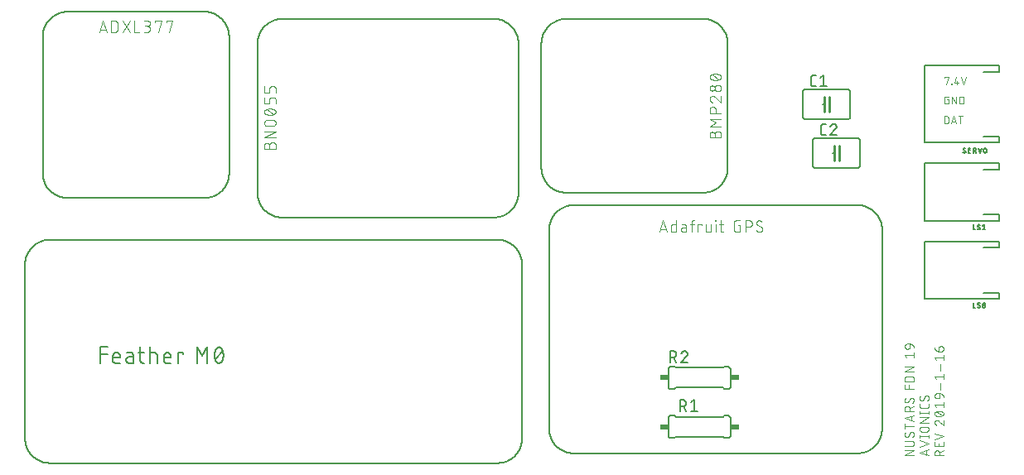
<source format=gbr>
G04 EAGLE Gerber RS-274X export*
G75*
%MOMM*%
%FSLAX34Y34*%
%LPD*%
%INSilkscreen Top*%
%IPPOS*%
%AMOC8*
5,1,8,0,0,1.08239X$1,22.5*%
G01*
%ADD10C,0.076200*%
%ADD11C,0.127000*%
%ADD12C,0.152400*%
%ADD13C,0.101600*%
%ADD14C,0.203200*%
%ADD15R,0.863600X0.609600*%
%ADD16C,0.254000*%


D10*
X959139Y20381D02*
X949741Y20381D01*
X959139Y25602D01*
X949741Y25602D01*
X949741Y30135D02*
X956528Y30135D01*
X956528Y30134D02*
X956629Y30136D01*
X956730Y30142D01*
X956831Y30152D01*
X956931Y30165D01*
X957031Y30183D01*
X957130Y30204D01*
X957228Y30230D01*
X957325Y30259D01*
X957421Y30291D01*
X957515Y30328D01*
X957608Y30368D01*
X957700Y30412D01*
X957789Y30459D01*
X957877Y30510D01*
X957963Y30564D01*
X958046Y30621D01*
X958128Y30681D01*
X958206Y30745D01*
X958283Y30811D01*
X958356Y30881D01*
X958427Y30953D01*
X958495Y31028D01*
X958560Y31106D01*
X958622Y31186D01*
X958681Y31268D01*
X958737Y31353D01*
X958789Y31439D01*
X958838Y31528D01*
X958884Y31619D01*
X958925Y31711D01*
X958964Y31805D01*
X958998Y31900D01*
X959029Y31996D01*
X959056Y32094D01*
X959080Y32192D01*
X959099Y32292D01*
X959115Y32392D01*
X959127Y32492D01*
X959135Y32593D01*
X959139Y32694D01*
X959139Y32796D01*
X959135Y32897D01*
X959127Y32998D01*
X959115Y33098D01*
X959099Y33198D01*
X959080Y33298D01*
X959056Y33396D01*
X959029Y33494D01*
X958998Y33590D01*
X958964Y33685D01*
X958925Y33779D01*
X958884Y33871D01*
X958838Y33962D01*
X958789Y34050D01*
X958737Y34137D01*
X958681Y34222D01*
X958622Y34304D01*
X958560Y34384D01*
X958495Y34462D01*
X958427Y34537D01*
X958356Y34609D01*
X958283Y34679D01*
X958206Y34745D01*
X958128Y34809D01*
X958046Y34869D01*
X957963Y34926D01*
X957877Y34980D01*
X957789Y35031D01*
X957700Y35078D01*
X957608Y35122D01*
X957515Y35162D01*
X957421Y35199D01*
X957325Y35231D01*
X957228Y35260D01*
X957130Y35286D01*
X957031Y35307D01*
X956931Y35325D01*
X956831Y35338D01*
X956730Y35348D01*
X956629Y35354D01*
X956528Y35356D01*
X949741Y35356D01*
X957051Y44499D02*
X957140Y44497D01*
X957228Y44491D01*
X957316Y44482D01*
X957404Y44469D01*
X957491Y44452D01*
X957577Y44432D01*
X957662Y44407D01*
X957747Y44380D01*
X957830Y44348D01*
X957911Y44314D01*
X957991Y44275D01*
X958069Y44234D01*
X958146Y44189D01*
X958220Y44141D01*
X958293Y44090D01*
X958363Y44036D01*
X958430Y43978D01*
X958496Y43918D01*
X958558Y43856D01*
X958618Y43790D01*
X958676Y43723D01*
X958730Y43653D01*
X958781Y43580D01*
X958829Y43506D01*
X958874Y43429D01*
X958915Y43351D01*
X958954Y43271D01*
X958988Y43190D01*
X959020Y43107D01*
X959047Y43022D01*
X959072Y42937D01*
X959092Y42851D01*
X959109Y42764D01*
X959122Y42676D01*
X959131Y42588D01*
X959137Y42500D01*
X959139Y42411D01*
X959137Y42282D01*
X959131Y42153D01*
X959122Y42024D01*
X959109Y41896D01*
X959092Y41768D01*
X959071Y41641D01*
X959047Y41514D01*
X959019Y41388D01*
X958987Y41263D01*
X958952Y41139D01*
X958913Y41016D01*
X958870Y40894D01*
X958824Y40774D01*
X958774Y40655D01*
X958721Y40537D01*
X958665Y40421D01*
X958605Y40307D01*
X958542Y40194D01*
X958475Y40084D01*
X958406Y39975D01*
X958333Y39869D01*
X958257Y39764D01*
X958178Y39662D01*
X958096Y39563D01*
X958012Y39465D01*
X957924Y39370D01*
X957834Y39278D01*
X951829Y39540D02*
X951740Y39542D01*
X951652Y39548D01*
X951564Y39557D01*
X951476Y39570D01*
X951389Y39587D01*
X951303Y39607D01*
X951218Y39632D01*
X951133Y39659D01*
X951050Y39691D01*
X950969Y39725D01*
X950889Y39764D01*
X950811Y39805D01*
X950734Y39850D01*
X950660Y39898D01*
X950587Y39949D01*
X950517Y40003D01*
X950450Y40061D01*
X950384Y40121D01*
X950322Y40183D01*
X950262Y40249D01*
X950204Y40316D01*
X950150Y40386D01*
X950099Y40459D01*
X950051Y40533D01*
X950006Y40610D01*
X949965Y40688D01*
X949926Y40768D01*
X949892Y40849D01*
X949860Y40932D01*
X949833Y41017D01*
X949808Y41102D01*
X949788Y41188D01*
X949771Y41275D01*
X949758Y41363D01*
X949749Y41451D01*
X949743Y41539D01*
X949741Y41628D01*
X949743Y41748D01*
X949748Y41868D01*
X949758Y41987D01*
X949770Y42107D01*
X949787Y42226D01*
X949807Y42344D01*
X949831Y42462D01*
X949858Y42578D01*
X949889Y42694D01*
X949923Y42809D01*
X949961Y42923D01*
X950003Y43036D01*
X950048Y43147D01*
X950096Y43257D01*
X950147Y43365D01*
X950202Y43472D01*
X950260Y43577D01*
X950322Y43680D01*
X950386Y43781D01*
X950454Y43881D01*
X950524Y43978D01*
X953656Y40584D02*
X953608Y40506D01*
X953556Y40430D01*
X953502Y40357D01*
X953444Y40286D01*
X953383Y40217D01*
X953319Y40151D01*
X953252Y40088D01*
X953183Y40028D01*
X953111Y39971D01*
X953037Y39917D01*
X952960Y39867D01*
X952881Y39819D01*
X952801Y39776D01*
X952718Y39735D01*
X952634Y39699D01*
X952549Y39666D01*
X952462Y39637D01*
X952373Y39611D01*
X952284Y39589D01*
X952194Y39572D01*
X952104Y39558D01*
X952012Y39548D01*
X951921Y39542D01*
X951829Y39540D01*
X955224Y43456D02*
X955272Y43534D01*
X955324Y43610D01*
X955378Y43683D01*
X955436Y43754D01*
X955497Y43823D01*
X955561Y43889D01*
X955628Y43952D01*
X955697Y44012D01*
X955769Y44069D01*
X955843Y44123D01*
X955920Y44173D01*
X955999Y44221D01*
X956079Y44264D01*
X956162Y44305D01*
X956246Y44341D01*
X956331Y44374D01*
X956418Y44403D01*
X956507Y44429D01*
X956596Y44451D01*
X956686Y44468D01*
X956776Y44482D01*
X956868Y44492D01*
X956959Y44498D01*
X957051Y44500D01*
X955223Y43455D02*
X953657Y40584D01*
X949741Y50119D02*
X959139Y50119D01*
X949741Y47508D02*
X949741Y52729D01*
X949741Y58653D02*
X959139Y55520D01*
X959139Y61786D02*
X949741Y58653D01*
X956790Y61003D02*
X956790Y56304D01*
X959139Y65548D02*
X949741Y65548D01*
X949741Y68159D01*
X949743Y68260D01*
X949749Y68361D01*
X949759Y68462D01*
X949772Y68562D01*
X949790Y68662D01*
X949811Y68761D01*
X949837Y68859D01*
X949866Y68956D01*
X949898Y69052D01*
X949935Y69146D01*
X949975Y69239D01*
X950019Y69331D01*
X950066Y69420D01*
X950117Y69508D01*
X950171Y69594D01*
X950228Y69677D01*
X950288Y69759D01*
X950352Y69837D01*
X950418Y69914D01*
X950488Y69987D01*
X950560Y70058D01*
X950635Y70126D01*
X950713Y70191D01*
X950793Y70253D01*
X950875Y70312D01*
X950960Y70368D01*
X951047Y70420D01*
X951135Y70469D01*
X951226Y70515D01*
X951318Y70556D01*
X951412Y70595D01*
X951507Y70629D01*
X951603Y70660D01*
X951701Y70687D01*
X951799Y70711D01*
X951899Y70730D01*
X951999Y70746D01*
X952099Y70758D01*
X952200Y70766D01*
X952301Y70770D01*
X952403Y70770D01*
X952504Y70766D01*
X952605Y70758D01*
X952705Y70746D01*
X952805Y70730D01*
X952905Y70711D01*
X953003Y70687D01*
X953101Y70660D01*
X953197Y70629D01*
X953292Y70595D01*
X953386Y70556D01*
X953478Y70515D01*
X953569Y70469D01*
X953658Y70420D01*
X953744Y70368D01*
X953829Y70312D01*
X953911Y70253D01*
X953991Y70191D01*
X954069Y70126D01*
X954144Y70058D01*
X954216Y69987D01*
X954286Y69914D01*
X954352Y69837D01*
X954416Y69759D01*
X954476Y69677D01*
X954533Y69594D01*
X954587Y69508D01*
X954638Y69420D01*
X954685Y69331D01*
X954729Y69239D01*
X954769Y69146D01*
X954806Y69052D01*
X954838Y68956D01*
X954867Y68859D01*
X954893Y68761D01*
X954914Y68662D01*
X954932Y68562D01*
X954945Y68462D01*
X954955Y68361D01*
X954961Y68260D01*
X954963Y68159D01*
X954962Y68159D02*
X954962Y65548D01*
X954962Y68681D02*
X959139Y70769D01*
X959139Y77463D02*
X959137Y77552D01*
X959131Y77640D01*
X959122Y77728D01*
X959109Y77816D01*
X959092Y77903D01*
X959072Y77989D01*
X959047Y78074D01*
X959020Y78159D01*
X958988Y78242D01*
X958954Y78323D01*
X958915Y78403D01*
X958874Y78481D01*
X958829Y78558D01*
X958781Y78632D01*
X958730Y78705D01*
X958676Y78775D01*
X958618Y78842D01*
X958558Y78908D01*
X958496Y78970D01*
X958430Y79030D01*
X958363Y79088D01*
X958293Y79142D01*
X958220Y79193D01*
X958146Y79241D01*
X958069Y79286D01*
X957991Y79327D01*
X957911Y79366D01*
X957830Y79400D01*
X957747Y79432D01*
X957662Y79459D01*
X957577Y79484D01*
X957491Y79504D01*
X957404Y79521D01*
X957316Y79534D01*
X957228Y79543D01*
X957140Y79549D01*
X957051Y79551D01*
X959139Y77463D02*
X959137Y77334D01*
X959131Y77205D01*
X959122Y77076D01*
X959109Y76948D01*
X959092Y76820D01*
X959071Y76693D01*
X959047Y76566D01*
X959019Y76440D01*
X958987Y76315D01*
X958952Y76191D01*
X958913Y76068D01*
X958870Y75946D01*
X958824Y75826D01*
X958774Y75707D01*
X958721Y75589D01*
X958665Y75473D01*
X958605Y75359D01*
X958542Y75246D01*
X958475Y75136D01*
X958406Y75027D01*
X958333Y74921D01*
X958257Y74816D01*
X958178Y74714D01*
X958096Y74615D01*
X958012Y74517D01*
X957924Y74422D01*
X957834Y74330D01*
X951829Y74592D02*
X951740Y74594D01*
X951652Y74600D01*
X951564Y74609D01*
X951476Y74622D01*
X951389Y74639D01*
X951303Y74659D01*
X951218Y74684D01*
X951133Y74711D01*
X951050Y74743D01*
X950969Y74777D01*
X950889Y74816D01*
X950811Y74857D01*
X950734Y74902D01*
X950660Y74950D01*
X950587Y75001D01*
X950517Y75055D01*
X950450Y75113D01*
X950384Y75173D01*
X950322Y75235D01*
X950262Y75301D01*
X950204Y75368D01*
X950150Y75438D01*
X950099Y75511D01*
X950051Y75585D01*
X950006Y75662D01*
X949965Y75740D01*
X949926Y75820D01*
X949892Y75901D01*
X949860Y75984D01*
X949833Y76069D01*
X949808Y76154D01*
X949788Y76240D01*
X949771Y76327D01*
X949758Y76415D01*
X949749Y76503D01*
X949743Y76591D01*
X949741Y76680D01*
X949743Y76800D01*
X949748Y76920D01*
X949758Y77039D01*
X949770Y77159D01*
X949787Y77278D01*
X949807Y77396D01*
X949831Y77514D01*
X949858Y77630D01*
X949889Y77746D01*
X949923Y77861D01*
X949961Y77975D01*
X950003Y78088D01*
X950048Y78199D01*
X950096Y78309D01*
X950147Y78417D01*
X950202Y78524D01*
X950260Y78629D01*
X950322Y78732D01*
X950386Y78833D01*
X950454Y78933D01*
X950524Y79030D01*
X953656Y75635D02*
X953608Y75557D01*
X953556Y75481D01*
X953502Y75408D01*
X953444Y75337D01*
X953383Y75268D01*
X953319Y75202D01*
X953252Y75139D01*
X953183Y75079D01*
X953111Y75022D01*
X953037Y74968D01*
X952960Y74918D01*
X952881Y74870D01*
X952801Y74827D01*
X952718Y74786D01*
X952634Y74750D01*
X952549Y74717D01*
X952462Y74688D01*
X952373Y74662D01*
X952284Y74640D01*
X952194Y74623D01*
X952104Y74609D01*
X952012Y74599D01*
X951921Y74593D01*
X951829Y74591D01*
X955224Y78507D02*
X955272Y78585D01*
X955324Y78661D01*
X955378Y78734D01*
X955436Y78805D01*
X955497Y78874D01*
X955561Y78940D01*
X955628Y79003D01*
X955697Y79063D01*
X955769Y79120D01*
X955843Y79174D01*
X955920Y79224D01*
X955999Y79272D01*
X956079Y79315D01*
X956162Y79356D01*
X956246Y79392D01*
X956331Y79425D01*
X956418Y79454D01*
X956507Y79480D01*
X956596Y79502D01*
X956686Y79519D01*
X956776Y79533D01*
X956868Y79543D01*
X956959Y79549D01*
X957051Y79551D01*
X955223Y78507D02*
X953657Y75636D01*
X949741Y88369D02*
X959139Y88369D01*
X949741Y88369D02*
X949741Y92545D01*
X953918Y92545D02*
X953918Y88369D01*
X949741Y96276D02*
X959139Y96276D01*
X949741Y96276D02*
X949741Y98886D01*
X949743Y98986D01*
X949749Y99086D01*
X949758Y99185D01*
X949772Y99285D01*
X949789Y99383D01*
X949810Y99481D01*
X949834Y99578D01*
X949863Y99674D01*
X949895Y99769D01*
X949930Y99862D01*
X949969Y99954D01*
X950012Y100045D01*
X950058Y100133D01*
X950108Y100220D01*
X950160Y100305D01*
X950216Y100388D01*
X950275Y100469D01*
X950338Y100547D01*
X950403Y100623D01*
X950471Y100697D01*
X950541Y100767D01*
X950615Y100835D01*
X950691Y100900D01*
X950769Y100963D01*
X950850Y101022D01*
X950933Y101078D01*
X951018Y101130D01*
X951105Y101180D01*
X951193Y101226D01*
X951284Y101269D01*
X951376Y101308D01*
X951469Y101343D01*
X951564Y101375D01*
X951660Y101404D01*
X951757Y101428D01*
X951855Y101449D01*
X951953Y101466D01*
X952053Y101480D01*
X952152Y101489D01*
X952252Y101495D01*
X952352Y101497D01*
X956528Y101497D01*
X956628Y101495D01*
X956728Y101489D01*
X956827Y101480D01*
X956927Y101466D01*
X957025Y101449D01*
X957123Y101428D01*
X957220Y101404D01*
X957316Y101375D01*
X957411Y101343D01*
X957504Y101308D01*
X957596Y101269D01*
X957687Y101226D01*
X957775Y101180D01*
X957862Y101130D01*
X957947Y101078D01*
X958030Y101022D01*
X958111Y100963D01*
X958189Y100900D01*
X958265Y100835D01*
X958339Y100767D01*
X958409Y100697D01*
X958477Y100623D01*
X958542Y100547D01*
X958605Y100469D01*
X958664Y100388D01*
X958720Y100305D01*
X958772Y100220D01*
X958822Y100133D01*
X958868Y100045D01*
X958911Y99954D01*
X958950Y99862D01*
X958985Y99769D01*
X959017Y99674D01*
X959046Y99578D01*
X959070Y99481D01*
X959091Y99383D01*
X959108Y99285D01*
X959122Y99185D01*
X959131Y99086D01*
X959137Y98986D01*
X959139Y98886D01*
X959139Y96276D01*
X959139Y106029D02*
X949741Y106029D01*
X959139Y111251D01*
X949741Y111251D01*
X951829Y120355D02*
X949741Y122966D01*
X959139Y122966D01*
X959139Y125576D02*
X959139Y120355D01*
X954962Y131587D02*
X954962Y134720D01*
X954962Y131587D02*
X954960Y131498D01*
X954954Y131410D01*
X954945Y131322D01*
X954932Y131234D01*
X954915Y131147D01*
X954895Y131061D01*
X954870Y130976D01*
X954843Y130891D01*
X954811Y130808D01*
X954777Y130727D01*
X954738Y130647D01*
X954697Y130569D01*
X954652Y130492D01*
X954604Y130418D01*
X954553Y130345D01*
X954499Y130275D01*
X954441Y130208D01*
X954381Y130142D01*
X954319Y130080D01*
X954253Y130020D01*
X954186Y129962D01*
X954116Y129908D01*
X954043Y129857D01*
X953969Y129809D01*
X953892Y129764D01*
X953814Y129723D01*
X953734Y129684D01*
X953653Y129650D01*
X953570Y129618D01*
X953485Y129591D01*
X953400Y129566D01*
X953314Y129546D01*
X953227Y129529D01*
X953139Y129516D01*
X953051Y129507D01*
X952963Y129501D01*
X952874Y129499D01*
X952352Y129499D01*
X952352Y129498D02*
X952251Y129500D01*
X952150Y129506D01*
X952049Y129516D01*
X951949Y129529D01*
X951849Y129547D01*
X951750Y129568D01*
X951652Y129594D01*
X951555Y129623D01*
X951459Y129655D01*
X951365Y129692D01*
X951272Y129732D01*
X951180Y129776D01*
X951091Y129823D01*
X951003Y129874D01*
X950917Y129928D01*
X950834Y129985D01*
X950752Y130045D01*
X950674Y130109D01*
X950597Y130175D01*
X950524Y130245D01*
X950453Y130317D01*
X950385Y130392D01*
X950320Y130470D01*
X950258Y130550D01*
X950199Y130632D01*
X950143Y130717D01*
X950091Y130804D01*
X950042Y130892D01*
X949996Y130983D01*
X949955Y131075D01*
X949916Y131169D01*
X949882Y131264D01*
X949851Y131360D01*
X949824Y131458D01*
X949800Y131556D01*
X949781Y131656D01*
X949765Y131756D01*
X949753Y131856D01*
X949745Y131957D01*
X949741Y132058D01*
X949741Y132160D01*
X949745Y132261D01*
X949753Y132362D01*
X949765Y132462D01*
X949781Y132562D01*
X949800Y132662D01*
X949824Y132760D01*
X949851Y132858D01*
X949882Y132954D01*
X949916Y133049D01*
X949955Y133143D01*
X949996Y133235D01*
X950042Y133326D01*
X950091Y133415D01*
X950143Y133501D01*
X950199Y133586D01*
X950258Y133668D01*
X950320Y133748D01*
X950385Y133826D01*
X950453Y133901D01*
X950524Y133973D01*
X950597Y134043D01*
X950674Y134109D01*
X950752Y134173D01*
X950834Y134233D01*
X950917Y134290D01*
X951003Y134344D01*
X951091Y134395D01*
X951180Y134442D01*
X951272Y134486D01*
X951365Y134526D01*
X951459Y134563D01*
X951555Y134595D01*
X951652Y134624D01*
X951750Y134650D01*
X951849Y134671D01*
X951949Y134689D01*
X952049Y134702D01*
X952150Y134712D01*
X952251Y134718D01*
X952352Y134720D01*
X954962Y134720D01*
X955088Y134718D01*
X955214Y134712D01*
X955340Y134703D01*
X955465Y134690D01*
X955590Y134672D01*
X955715Y134652D01*
X955839Y134627D01*
X955962Y134599D01*
X956084Y134567D01*
X956205Y134531D01*
X956325Y134492D01*
X956443Y134449D01*
X956560Y134402D01*
X956676Y134352D01*
X956791Y134298D01*
X956903Y134242D01*
X957014Y134181D01*
X957123Y134118D01*
X957230Y134051D01*
X957335Y133981D01*
X957438Y133907D01*
X957538Y133831D01*
X957636Y133752D01*
X957732Y133670D01*
X957825Y133584D01*
X957916Y133497D01*
X958003Y133406D01*
X958089Y133313D01*
X958171Y133217D01*
X958250Y133119D01*
X958326Y133019D01*
X958400Y132916D01*
X958470Y132811D01*
X958537Y132704D01*
X958600Y132595D01*
X958661Y132484D01*
X958717Y132372D01*
X958771Y132257D01*
X958821Y132141D01*
X958868Y132024D01*
X958911Y131906D01*
X958950Y131786D01*
X958986Y131665D01*
X959018Y131543D01*
X959046Y131420D01*
X959071Y131296D01*
X959091Y131171D01*
X959109Y131046D01*
X959122Y130921D01*
X959131Y130795D01*
X959137Y130669D01*
X959139Y130543D01*
X964981Y23514D02*
X974379Y20381D01*
X974379Y26646D02*
X964981Y23514D01*
X972030Y25863D02*
X972030Y21164D01*
X964981Y29525D02*
X974379Y32658D01*
X964981Y35790D01*
X964981Y39973D02*
X974379Y39973D01*
X974379Y38929D02*
X974379Y41017D01*
X964981Y41017D02*
X964981Y38929D01*
X967592Y44677D02*
X971768Y44677D01*
X967592Y44677D02*
X967491Y44679D01*
X967390Y44685D01*
X967289Y44695D01*
X967189Y44708D01*
X967089Y44726D01*
X966990Y44747D01*
X966892Y44773D01*
X966795Y44802D01*
X966699Y44834D01*
X966605Y44871D01*
X966512Y44911D01*
X966420Y44955D01*
X966331Y45002D01*
X966243Y45053D01*
X966157Y45107D01*
X966074Y45164D01*
X965992Y45224D01*
X965914Y45288D01*
X965837Y45354D01*
X965764Y45424D01*
X965693Y45496D01*
X965625Y45571D01*
X965560Y45649D01*
X965498Y45729D01*
X965439Y45811D01*
X965383Y45896D01*
X965331Y45983D01*
X965282Y46071D01*
X965236Y46162D01*
X965195Y46254D01*
X965156Y46348D01*
X965122Y46443D01*
X965091Y46539D01*
X965064Y46637D01*
X965040Y46735D01*
X965021Y46835D01*
X965005Y46935D01*
X964993Y47035D01*
X964985Y47136D01*
X964981Y47237D01*
X964981Y47339D01*
X964985Y47440D01*
X964993Y47541D01*
X965005Y47641D01*
X965021Y47741D01*
X965040Y47841D01*
X965064Y47939D01*
X965091Y48037D01*
X965122Y48133D01*
X965156Y48228D01*
X965195Y48322D01*
X965236Y48414D01*
X965282Y48505D01*
X965331Y48594D01*
X965383Y48680D01*
X965439Y48765D01*
X965498Y48847D01*
X965560Y48927D01*
X965625Y49005D01*
X965693Y49080D01*
X965764Y49152D01*
X965837Y49222D01*
X965914Y49288D01*
X965992Y49352D01*
X966074Y49412D01*
X966157Y49469D01*
X966243Y49523D01*
X966331Y49574D01*
X966420Y49621D01*
X966512Y49665D01*
X966605Y49705D01*
X966699Y49742D01*
X966795Y49774D01*
X966892Y49803D01*
X966990Y49829D01*
X967089Y49850D01*
X967189Y49868D01*
X967289Y49881D01*
X967390Y49891D01*
X967491Y49897D01*
X967592Y49899D01*
X967592Y49898D02*
X971768Y49898D01*
X971768Y49899D02*
X971869Y49897D01*
X971970Y49891D01*
X972071Y49881D01*
X972171Y49868D01*
X972271Y49850D01*
X972370Y49829D01*
X972468Y49803D01*
X972565Y49774D01*
X972661Y49742D01*
X972755Y49705D01*
X972848Y49665D01*
X972940Y49621D01*
X973029Y49574D01*
X973117Y49523D01*
X973203Y49469D01*
X973286Y49412D01*
X973368Y49352D01*
X973446Y49288D01*
X973523Y49222D01*
X973596Y49152D01*
X973667Y49080D01*
X973735Y49005D01*
X973800Y48927D01*
X973862Y48847D01*
X973921Y48765D01*
X973977Y48680D01*
X974029Y48593D01*
X974078Y48505D01*
X974124Y48414D01*
X974165Y48322D01*
X974204Y48228D01*
X974238Y48133D01*
X974269Y48037D01*
X974296Y47939D01*
X974320Y47841D01*
X974339Y47741D01*
X974355Y47641D01*
X974367Y47541D01*
X974375Y47440D01*
X974379Y47339D01*
X974379Y47237D01*
X974375Y47136D01*
X974367Y47035D01*
X974355Y46935D01*
X974339Y46835D01*
X974320Y46735D01*
X974296Y46637D01*
X974269Y46539D01*
X974238Y46443D01*
X974204Y46348D01*
X974165Y46254D01*
X974124Y46162D01*
X974078Y46071D01*
X974029Y45982D01*
X973977Y45896D01*
X973921Y45811D01*
X973862Y45729D01*
X973800Y45649D01*
X973735Y45571D01*
X973667Y45496D01*
X973596Y45424D01*
X973523Y45354D01*
X973446Y45288D01*
X973368Y45224D01*
X973286Y45164D01*
X973203Y45107D01*
X973117Y45053D01*
X973029Y45002D01*
X972940Y44955D01*
X972848Y44911D01*
X972755Y44871D01*
X972661Y44834D01*
X972565Y44802D01*
X972468Y44773D01*
X972370Y44747D01*
X972271Y44726D01*
X972171Y44708D01*
X972071Y44695D01*
X971970Y44685D01*
X971869Y44679D01*
X971768Y44677D01*
X974379Y54126D02*
X964981Y54126D01*
X974379Y59347D01*
X964981Y59347D01*
X964981Y64357D02*
X974379Y64357D01*
X974379Y65401D02*
X974379Y63312D01*
X964981Y63312D02*
X964981Y65401D01*
X974379Y71124D02*
X974379Y73212D01*
X974379Y71124D02*
X974377Y71035D01*
X974371Y70947D01*
X974362Y70859D01*
X974349Y70771D01*
X974332Y70684D01*
X974312Y70598D01*
X974287Y70513D01*
X974260Y70428D01*
X974228Y70345D01*
X974194Y70264D01*
X974155Y70184D01*
X974114Y70106D01*
X974069Y70029D01*
X974021Y69955D01*
X973970Y69882D01*
X973916Y69812D01*
X973858Y69745D01*
X973798Y69679D01*
X973736Y69617D01*
X973670Y69557D01*
X973603Y69499D01*
X973533Y69445D01*
X973460Y69394D01*
X973386Y69346D01*
X973309Y69301D01*
X973231Y69260D01*
X973151Y69221D01*
X973070Y69187D01*
X972987Y69155D01*
X972902Y69128D01*
X972817Y69103D01*
X972731Y69083D01*
X972644Y69066D01*
X972556Y69053D01*
X972468Y69044D01*
X972380Y69038D01*
X972291Y69036D01*
X967069Y69036D01*
X967069Y69035D02*
X966978Y69037D01*
X966887Y69043D01*
X966796Y69053D01*
X966706Y69067D01*
X966617Y69085D01*
X966528Y69106D01*
X966441Y69132D01*
X966355Y69161D01*
X966270Y69194D01*
X966186Y69231D01*
X966104Y69271D01*
X966025Y69315D01*
X965947Y69362D01*
X965871Y69413D01*
X965797Y69467D01*
X965726Y69524D01*
X965658Y69584D01*
X965592Y69647D01*
X965529Y69713D01*
X965469Y69781D01*
X965412Y69852D01*
X965358Y69926D01*
X965307Y70002D01*
X965260Y70079D01*
X965216Y70159D01*
X965176Y70241D01*
X965139Y70325D01*
X965106Y70409D01*
X965077Y70496D01*
X965051Y70583D01*
X965030Y70672D01*
X965012Y70761D01*
X964998Y70851D01*
X964988Y70942D01*
X964982Y71033D01*
X964980Y71124D01*
X964981Y71124D02*
X964981Y73212D01*
X972291Y81597D02*
X972380Y81595D01*
X972468Y81589D01*
X972556Y81580D01*
X972644Y81567D01*
X972731Y81550D01*
X972817Y81530D01*
X972902Y81505D01*
X972987Y81478D01*
X973070Y81446D01*
X973151Y81412D01*
X973231Y81373D01*
X973309Y81332D01*
X973386Y81287D01*
X973460Y81239D01*
X973533Y81188D01*
X973603Y81134D01*
X973670Y81076D01*
X973736Y81016D01*
X973798Y80954D01*
X973858Y80888D01*
X973916Y80821D01*
X973970Y80751D01*
X974021Y80678D01*
X974069Y80604D01*
X974114Y80527D01*
X974155Y80449D01*
X974194Y80369D01*
X974228Y80288D01*
X974260Y80205D01*
X974287Y80120D01*
X974312Y80035D01*
X974332Y79949D01*
X974349Y79862D01*
X974362Y79774D01*
X974371Y79686D01*
X974377Y79598D01*
X974379Y79509D01*
X974377Y79380D01*
X974371Y79251D01*
X974362Y79122D01*
X974349Y78994D01*
X974332Y78866D01*
X974311Y78739D01*
X974287Y78612D01*
X974259Y78486D01*
X974227Y78361D01*
X974192Y78237D01*
X974153Y78114D01*
X974110Y77992D01*
X974064Y77872D01*
X974014Y77753D01*
X973961Y77635D01*
X973905Y77519D01*
X973845Y77405D01*
X973782Y77292D01*
X973715Y77182D01*
X973646Y77073D01*
X973573Y76967D01*
X973497Y76862D01*
X973418Y76760D01*
X973336Y76661D01*
X973252Y76563D01*
X973164Y76468D01*
X973074Y76376D01*
X967069Y76638D02*
X966980Y76640D01*
X966892Y76646D01*
X966804Y76655D01*
X966716Y76668D01*
X966629Y76685D01*
X966543Y76705D01*
X966458Y76730D01*
X966373Y76757D01*
X966290Y76789D01*
X966209Y76823D01*
X966129Y76862D01*
X966051Y76903D01*
X965974Y76948D01*
X965900Y76996D01*
X965827Y77047D01*
X965757Y77101D01*
X965690Y77159D01*
X965624Y77219D01*
X965562Y77281D01*
X965502Y77347D01*
X965444Y77414D01*
X965390Y77484D01*
X965339Y77557D01*
X965291Y77631D01*
X965246Y77708D01*
X965205Y77786D01*
X965166Y77866D01*
X965132Y77947D01*
X965100Y78030D01*
X965073Y78115D01*
X965048Y78200D01*
X965028Y78286D01*
X965011Y78373D01*
X964998Y78461D01*
X964989Y78549D01*
X964983Y78637D01*
X964981Y78726D01*
X964983Y78846D01*
X964988Y78966D01*
X964998Y79085D01*
X965010Y79205D01*
X965027Y79324D01*
X965047Y79442D01*
X965071Y79560D01*
X965098Y79676D01*
X965129Y79792D01*
X965163Y79907D01*
X965201Y80021D01*
X965243Y80134D01*
X965288Y80245D01*
X965336Y80355D01*
X965387Y80463D01*
X965442Y80570D01*
X965500Y80675D01*
X965562Y80778D01*
X965626Y80879D01*
X965694Y80979D01*
X965764Y81076D01*
X968896Y77682D02*
X968848Y77604D01*
X968796Y77528D01*
X968742Y77455D01*
X968684Y77384D01*
X968623Y77315D01*
X968559Y77249D01*
X968492Y77186D01*
X968423Y77126D01*
X968351Y77069D01*
X968277Y77015D01*
X968200Y76965D01*
X968121Y76917D01*
X968041Y76874D01*
X967958Y76833D01*
X967874Y76797D01*
X967789Y76764D01*
X967702Y76735D01*
X967613Y76709D01*
X967524Y76687D01*
X967434Y76670D01*
X967344Y76656D01*
X967252Y76646D01*
X967161Y76640D01*
X967069Y76638D01*
X970464Y80553D02*
X970512Y80631D01*
X970564Y80707D01*
X970618Y80780D01*
X970676Y80851D01*
X970737Y80920D01*
X970801Y80986D01*
X970868Y81049D01*
X970937Y81109D01*
X971009Y81166D01*
X971083Y81220D01*
X971160Y81270D01*
X971239Y81318D01*
X971319Y81361D01*
X971402Y81402D01*
X971486Y81438D01*
X971571Y81471D01*
X971658Y81500D01*
X971747Y81526D01*
X971836Y81548D01*
X971926Y81565D01*
X972016Y81579D01*
X972108Y81589D01*
X972199Y81595D01*
X972291Y81597D01*
X970463Y80553D02*
X968897Y77682D01*
X980221Y20381D02*
X989619Y20381D01*
X980221Y20381D02*
X980221Y22992D01*
X980223Y23093D01*
X980229Y23194D01*
X980239Y23295D01*
X980252Y23395D01*
X980270Y23495D01*
X980291Y23594D01*
X980317Y23692D01*
X980346Y23789D01*
X980378Y23885D01*
X980415Y23979D01*
X980455Y24072D01*
X980499Y24164D01*
X980546Y24253D01*
X980597Y24341D01*
X980651Y24427D01*
X980708Y24510D01*
X980768Y24592D01*
X980832Y24670D01*
X980898Y24747D01*
X980968Y24820D01*
X981040Y24891D01*
X981115Y24959D01*
X981193Y25024D01*
X981273Y25086D01*
X981355Y25145D01*
X981440Y25201D01*
X981527Y25253D01*
X981615Y25302D01*
X981706Y25348D01*
X981798Y25389D01*
X981892Y25428D01*
X981987Y25462D01*
X982083Y25493D01*
X982181Y25520D01*
X982279Y25544D01*
X982379Y25563D01*
X982479Y25579D01*
X982579Y25591D01*
X982680Y25599D01*
X982781Y25603D01*
X982883Y25603D01*
X982984Y25599D01*
X983085Y25591D01*
X983185Y25579D01*
X983285Y25563D01*
X983385Y25544D01*
X983483Y25520D01*
X983581Y25493D01*
X983677Y25462D01*
X983772Y25428D01*
X983866Y25389D01*
X983958Y25348D01*
X984049Y25302D01*
X984138Y25253D01*
X984224Y25201D01*
X984309Y25145D01*
X984391Y25086D01*
X984471Y25024D01*
X984549Y24959D01*
X984624Y24891D01*
X984696Y24820D01*
X984766Y24747D01*
X984832Y24670D01*
X984896Y24592D01*
X984956Y24510D01*
X985013Y24427D01*
X985067Y24341D01*
X985118Y24253D01*
X985165Y24164D01*
X985209Y24072D01*
X985249Y23979D01*
X985286Y23885D01*
X985318Y23789D01*
X985347Y23692D01*
X985373Y23594D01*
X985394Y23495D01*
X985412Y23395D01*
X985425Y23295D01*
X985435Y23194D01*
X985441Y23093D01*
X985443Y22992D01*
X985442Y22992D02*
X985442Y20381D01*
X985442Y23514D02*
X989619Y25602D01*
X989619Y29790D02*
X989619Y33967D01*
X989619Y29790D02*
X980221Y29790D01*
X980221Y33967D01*
X984398Y32923D02*
X984398Y29790D01*
X980221Y36871D02*
X989619Y40003D01*
X980221Y43136D01*
X980221Y54285D02*
X980223Y54380D01*
X980229Y54474D01*
X980238Y54568D01*
X980251Y54662D01*
X980268Y54755D01*
X980289Y54847D01*
X980314Y54939D01*
X980342Y55029D01*
X980374Y55118D01*
X980409Y55206D01*
X980448Y55292D01*
X980490Y55377D01*
X980536Y55460D01*
X980585Y55541D01*
X980637Y55620D01*
X980692Y55697D01*
X980751Y55771D01*
X980812Y55843D01*
X980876Y55913D01*
X980943Y55980D01*
X981013Y56044D01*
X981085Y56105D01*
X981159Y56164D01*
X981236Y56219D01*
X981315Y56271D01*
X981396Y56320D01*
X981479Y56366D01*
X981564Y56408D01*
X981650Y56447D01*
X981738Y56482D01*
X981827Y56514D01*
X981917Y56542D01*
X982009Y56567D01*
X982101Y56588D01*
X982194Y56605D01*
X982288Y56618D01*
X982382Y56627D01*
X982476Y56633D01*
X982571Y56635D01*
X980221Y54285D02*
X980223Y54177D01*
X980229Y54068D01*
X980239Y53960D01*
X980252Y53853D01*
X980270Y53746D01*
X980291Y53639D01*
X980316Y53534D01*
X980345Y53429D01*
X980377Y53326D01*
X980414Y53224D01*
X980454Y53123D01*
X980497Y53024D01*
X980544Y52926D01*
X980595Y52830D01*
X980649Y52736D01*
X980706Y52644D01*
X980767Y52554D01*
X980831Y52466D01*
X980897Y52381D01*
X980967Y52298D01*
X981040Y52218D01*
X981116Y52140D01*
X981194Y52065D01*
X981275Y51993D01*
X981359Y51924D01*
X981445Y51858D01*
X981533Y51795D01*
X981624Y51736D01*
X981716Y51679D01*
X981811Y51626D01*
X981908Y51577D01*
X982006Y51531D01*
X982105Y51488D01*
X982207Y51449D01*
X982309Y51414D01*
X984399Y55852D02*
X984330Y55921D01*
X984259Y55987D01*
X984186Y56051D01*
X984110Y56112D01*
X984031Y56170D01*
X983951Y56224D01*
X983868Y56276D01*
X983784Y56324D01*
X983698Y56370D01*
X983610Y56411D01*
X983520Y56450D01*
X983429Y56485D01*
X983337Y56516D01*
X983244Y56544D01*
X983150Y56568D01*
X983055Y56588D01*
X982959Y56605D01*
X982862Y56618D01*
X982765Y56627D01*
X982668Y56633D01*
X982571Y56635D01*
X984398Y55851D02*
X989619Y51413D01*
X989619Y56634D01*
X984920Y60557D02*
X984735Y60559D01*
X984550Y60566D01*
X984366Y60577D01*
X984182Y60592D01*
X983998Y60612D01*
X983814Y60636D01*
X983632Y60665D01*
X983450Y60698D01*
X983269Y60735D01*
X983089Y60777D01*
X982909Y60823D01*
X982731Y60873D01*
X982555Y60927D01*
X982379Y60986D01*
X982205Y61048D01*
X982033Y61115D01*
X981862Y61186D01*
X981693Y61261D01*
X981526Y61340D01*
X981446Y61370D01*
X981367Y61403D01*
X981290Y61440D01*
X981214Y61480D01*
X981140Y61523D01*
X981068Y61569D01*
X980999Y61619D01*
X980931Y61671D01*
X980866Y61727D01*
X980803Y61785D01*
X980744Y61847D01*
X980686Y61910D01*
X980632Y61977D01*
X980581Y62045D01*
X980533Y62116D01*
X980488Y62189D01*
X980446Y62263D01*
X980408Y62340D01*
X980373Y62418D01*
X980341Y62497D01*
X980313Y62578D01*
X980289Y62660D01*
X980268Y62744D01*
X980251Y62827D01*
X980238Y62912D01*
X980229Y62997D01*
X980223Y63082D01*
X980221Y63168D01*
X980223Y63254D01*
X980229Y63339D01*
X980238Y63424D01*
X980251Y63509D01*
X980268Y63592D01*
X980289Y63676D01*
X980313Y63758D01*
X980341Y63839D01*
X980373Y63918D01*
X980408Y63996D01*
X980446Y64073D01*
X980488Y64147D01*
X980533Y64220D01*
X980581Y64291D01*
X980632Y64359D01*
X980686Y64426D01*
X980744Y64489D01*
X980803Y64551D01*
X980866Y64609D01*
X980931Y64665D01*
X980999Y64717D01*
X981068Y64767D01*
X981140Y64813D01*
X981214Y64856D01*
X981290Y64896D01*
X981367Y64933D01*
X981446Y64966D01*
X981526Y64996D01*
X981693Y65075D01*
X981862Y65150D01*
X982033Y65221D01*
X982205Y65288D01*
X982379Y65350D01*
X982555Y65409D01*
X982731Y65463D01*
X982909Y65513D01*
X983089Y65559D01*
X983269Y65601D01*
X983450Y65638D01*
X983632Y65671D01*
X983814Y65700D01*
X983998Y65724D01*
X984182Y65744D01*
X984366Y65759D01*
X984550Y65770D01*
X984735Y65777D01*
X984920Y65779D01*
X984920Y60557D02*
X985105Y60559D01*
X985290Y60566D01*
X985474Y60577D01*
X985658Y60592D01*
X985842Y60612D01*
X986026Y60636D01*
X986208Y60665D01*
X986390Y60698D01*
X986571Y60735D01*
X986751Y60777D01*
X986931Y60823D01*
X987109Y60873D01*
X987285Y60927D01*
X987461Y60986D01*
X987635Y61048D01*
X987807Y61115D01*
X987978Y61186D01*
X988147Y61261D01*
X988314Y61340D01*
X988394Y61370D01*
X988473Y61403D01*
X988550Y61440D01*
X988626Y61480D01*
X988700Y61523D01*
X988772Y61569D01*
X988841Y61619D01*
X988909Y61672D01*
X988974Y61727D01*
X989037Y61786D01*
X989096Y61847D01*
X989154Y61910D01*
X989208Y61977D01*
X989259Y62045D01*
X989307Y62116D01*
X989352Y62189D01*
X989394Y62263D01*
X989432Y62340D01*
X989467Y62418D01*
X989499Y62497D01*
X989527Y62578D01*
X989551Y62660D01*
X989572Y62744D01*
X989589Y62827D01*
X989602Y62912D01*
X989611Y62997D01*
X989617Y63082D01*
X989619Y63168D01*
X988314Y64996D02*
X988147Y65075D01*
X987978Y65150D01*
X987807Y65221D01*
X987635Y65288D01*
X987461Y65350D01*
X987285Y65409D01*
X987109Y65463D01*
X986931Y65513D01*
X986751Y65559D01*
X986571Y65601D01*
X986390Y65638D01*
X986208Y65671D01*
X986026Y65700D01*
X985842Y65724D01*
X985658Y65744D01*
X985474Y65759D01*
X985290Y65770D01*
X985105Y65777D01*
X984920Y65779D01*
X988314Y64996D02*
X988394Y64966D01*
X988473Y64933D01*
X988550Y64896D01*
X988626Y64856D01*
X988700Y64813D01*
X988772Y64767D01*
X988841Y64717D01*
X988909Y64665D01*
X988974Y64609D01*
X989037Y64551D01*
X989096Y64489D01*
X989154Y64426D01*
X989208Y64359D01*
X989259Y64291D01*
X989307Y64220D01*
X989352Y64147D01*
X989394Y64073D01*
X989432Y63996D01*
X989467Y63918D01*
X989499Y63839D01*
X989527Y63758D01*
X989551Y63676D01*
X989572Y63592D01*
X989589Y63509D01*
X989602Y63424D01*
X989611Y63339D01*
X989617Y63254D01*
X989619Y63168D01*
X987531Y61079D02*
X982309Y65256D01*
X982309Y69701D02*
X980221Y72312D01*
X989619Y72312D01*
X989619Y74922D02*
X989619Y69701D01*
X985442Y80934D02*
X985442Y84066D01*
X985442Y80934D02*
X985440Y80845D01*
X985434Y80757D01*
X985425Y80669D01*
X985412Y80581D01*
X985395Y80494D01*
X985375Y80408D01*
X985350Y80323D01*
X985323Y80238D01*
X985291Y80155D01*
X985257Y80074D01*
X985218Y79994D01*
X985177Y79916D01*
X985132Y79839D01*
X985084Y79765D01*
X985033Y79692D01*
X984979Y79622D01*
X984921Y79555D01*
X984861Y79489D01*
X984799Y79427D01*
X984733Y79367D01*
X984666Y79309D01*
X984596Y79255D01*
X984523Y79204D01*
X984449Y79156D01*
X984372Y79111D01*
X984294Y79070D01*
X984214Y79031D01*
X984133Y78997D01*
X984050Y78965D01*
X983965Y78938D01*
X983880Y78913D01*
X983794Y78893D01*
X983707Y78876D01*
X983619Y78863D01*
X983531Y78854D01*
X983443Y78848D01*
X983354Y78846D01*
X983354Y78845D02*
X982832Y78845D01*
X982731Y78847D01*
X982630Y78853D01*
X982529Y78863D01*
X982429Y78876D01*
X982329Y78894D01*
X982230Y78915D01*
X982132Y78941D01*
X982035Y78970D01*
X981939Y79002D01*
X981845Y79039D01*
X981752Y79079D01*
X981660Y79123D01*
X981571Y79170D01*
X981483Y79221D01*
X981397Y79275D01*
X981314Y79332D01*
X981232Y79392D01*
X981154Y79456D01*
X981077Y79522D01*
X981004Y79592D01*
X980933Y79664D01*
X980865Y79739D01*
X980800Y79817D01*
X980738Y79897D01*
X980679Y79979D01*
X980623Y80064D01*
X980571Y80151D01*
X980522Y80239D01*
X980476Y80330D01*
X980435Y80422D01*
X980396Y80516D01*
X980362Y80611D01*
X980331Y80707D01*
X980304Y80805D01*
X980280Y80903D01*
X980261Y81003D01*
X980245Y81103D01*
X980233Y81203D01*
X980225Y81304D01*
X980221Y81405D01*
X980221Y81507D01*
X980225Y81608D01*
X980233Y81709D01*
X980245Y81809D01*
X980261Y81909D01*
X980280Y82009D01*
X980304Y82107D01*
X980331Y82205D01*
X980362Y82301D01*
X980396Y82396D01*
X980435Y82490D01*
X980476Y82582D01*
X980522Y82673D01*
X980571Y82762D01*
X980623Y82848D01*
X980679Y82933D01*
X980738Y83015D01*
X980800Y83095D01*
X980865Y83173D01*
X980933Y83248D01*
X981004Y83320D01*
X981077Y83390D01*
X981154Y83456D01*
X981232Y83520D01*
X981314Y83580D01*
X981397Y83637D01*
X981483Y83691D01*
X981571Y83742D01*
X981660Y83789D01*
X981752Y83833D01*
X981845Y83873D01*
X981939Y83910D01*
X982035Y83942D01*
X982132Y83971D01*
X982230Y83997D01*
X982329Y84018D01*
X982429Y84036D01*
X982529Y84049D01*
X982630Y84059D01*
X982731Y84065D01*
X982832Y84067D01*
X982832Y84066D02*
X985442Y84066D01*
X985568Y84064D01*
X985694Y84058D01*
X985820Y84049D01*
X985945Y84036D01*
X986070Y84018D01*
X986195Y83998D01*
X986319Y83973D01*
X986442Y83945D01*
X986564Y83913D01*
X986685Y83877D01*
X986805Y83838D01*
X986923Y83795D01*
X987040Y83748D01*
X987156Y83698D01*
X987271Y83644D01*
X987383Y83588D01*
X987494Y83527D01*
X987603Y83464D01*
X987710Y83397D01*
X987815Y83327D01*
X987918Y83253D01*
X988018Y83177D01*
X988116Y83098D01*
X988212Y83016D01*
X988305Y82930D01*
X988396Y82843D01*
X988483Y82752D01*
X988569Y82659D01*
X988651Y82563D01*
X988730Y82465D01*
X988806Y82365D01*
X988880Y82262D01*
X988950Y82157D01*
X989017Y82050D01*
X989080Y81941D01*
X989141Y81830D01*
X989197Y81718D01*
X989251Y81603D01*
X989301Y81487D01*
X989348Y81370D01*
X989391Y81252D01*
X989430Y81132D01*
X989466Y81011D01*
X989498Y80889D01*
X989526Y80766D01*
X989551Y80642D01*
X989571Y80517D01*
X989589Y80392D01*
X989602Y80267D01*
X989611Y80141D01*
X989617Y80015D01*
X989619Y79889D01*
X985964Y88077D02*
X985964Y94342D01*
X982309Y98352D02*
X980221Y100963D01*
X989619Y100963D01*
X989619Y98352D02*
X989619Y103574D01*
X985964Y107584D02*
X985964Y113849D01*
X982309Y117860D02*
X980221Y120470D01*
X989619Y120470D01*
X989619Y117860D02*
X989619Y123081D01*
X984398Y127004D02*
X984398Y130136D01*
X984400Y130225D01*
X984406Y130313D01*
X984415Y130401D01*
X984428Y130489D01*
X984445Y130576D01*
X984465Y130662D01*
X984490Y130747D01*
X984517Y130832D01*
X984549Y130915D01*
X984583Y130996D01*
X984622Y131076D01*
X984663Y131154D01*
X984708Y131231D01*
X984756Y131305D01*
X984807Y131378D01*
X984861Y131448D01*
X984919Y131515D01*
X984979Y131581D01*
X985041Y131643D01*
X985107Y131703D01*
X985174Y131761D01*
X985244Y131815D01*
X985317Y131866D01*
X985391Y131914D01*
X985468Y131959D01*
X985546Y132000D01*
X985626Y132039D01*
X985707Y132073D01*
X985790Y132105D01*
X985875Y132132D01*
X985960Y132157D01*
X986046Y132177D01*
X986133Y132194D01*
X986221Y132207D01*
X986309Y132216D01*
X986397Y132222D01*
X986486Y132224D01*
X986486Y132225D02*
X987008Y132225D01*
X987109Y132223D01*
X987210Y132217D01*
X987311Y132207D01*
X987411Y132194D01*
X987511Y132176D01*
X987610Y132155D01*
X987708Y132129D01*
X987805Y132100D01*
X987901Y132068D01*
X987995Y132031D01*
X988088Y131991D01*
X988180Y131947D01*
X988269Y131900D01*
X988357Y131849D01*
X988443Y131795D01*
X988526Y131738D01*
X988608Y131678D01*
X988686Y131614D01*
X988763Y131548D01*
X988836Y131478D01*
X988907Y131406D01*
X988975Y131331D01*
X989040Y131253D01*
X989102Y131173D01*
X989161Y131091D01*
X989217Y131006D01*
X989269Y130919D01*
X989318Y130831D01*
X989364Y130740D01*
X989405Y130648D01*
X989444Y130554D01*
X989478Y130459D01*
X989509Y130363D01*
X989536Y130265D01*
X989560Y130167D01*
X989579Y130067D01*
X989595Y129967D01*
X989607Y129867D01*
X989615Y129766D01*
X989619Y129665D01*
X989619Y129563D01*
X989615Y129462D01*
X989607Y129361D01*
X989595Y129261D01*
X989579Y129161D01*
X989560Y129061D01*
X989536Y128963D01*
X989509Y128865D01*
X989478Y128769D01*
X989444Y128674D01*
X989405Y128580D01*
X989364Y128488D01*
X989318Y128397D01*
X989269Y128308D01*
X989217Y128222D01*
X989161Y128137D01*
X989102Y128055D01*
X989040Y127975D01*
X988975Y127897D01*
X988907Y127822D01*
X988836Y127750D01*
X988763Y127680D01*
X988686Y127614D01*
X988608Y127550D01*
X988526Y127490D01*
X988443Y127433D01*
X988357Y127379D01*
X988269Y127328D01*
X988180Y127281D01*
X988088Y127237D01*
X987995Y127197D01*
X987901Y127160D01*
X987805Y127128D01*
X987708Y127099D01*
X987610Y127073D01*
X987511Y127052D01*
X987411Y127034D01*
X987311Y127021D01*
X987210Y127011D01*
X987109Y127005D01*
X987008Y127003D01*
X987008Y127004D02*
X984398Y127004D01*
X984398Y127003D02*
X984269Y127005D01*
X984141Y127011D01*
X984013Y127021D01*
X983885Y127035D01*
X983757Y127052D01*
X983630Y127074D01*
X983504Y127100D01*
X983379Y127129D01*
X983255Y127162D01*
X983132Y127200D01*
X983010Y127240D01*
X982889Y127285D01*
X982770Y127333D01*
X982652Y127385D01*
X982536Y127441D01*
X982422Y127500D01*
X982310Y127563D01*
X982199Y127629D01*
X982091Y127698D01*
X981985Y127771D01*
X981881Y127847D01*
X981779Y127926D01*
X981680Y128008D01*
X981584Y128093D01*
X981490Y128181D01*
X981399Y128272D01*
X981311Y128366D01*
X981226Y128462D01*
X981144Y128561D01*
X981065Y128663D01*
X980989Y128767D01*
X980916Y128873D01*
X980847Y128981D01*
X980781Y129091D01*
X980718Y129204D01*
X980659Y129318D01*
X980603Y129434D01*
X980551Y129552D01*
X980503Y129671D01*
X980458Y129792D01*
X980418Y129914D01*
X980380Y130037D01*
X980347Y130161D01*
X980318Y130286D01*
X980292Y130412D01*
X980270Y130539D01*
X980253Y130667D01*
X980239Y130795D01*
X980229Y130923D01*
X980223Y131051D01*
X980221Y131180D01*
X990381Y406929D02*
X990381Y407747D01*
X994473Y407747D01*
X992427Y400381D01*
X997343Y400381D02*
X997343Y400790D01*
X997752Y400790D01*
X997752Y400381D01*
X997343Y400381D01*
X1000622Y402018D02*
X1002259Y407747D01*
X1000622Y402018D02*
X1004714Y402018D01*
X1003487Y403655D02*
X1003487Y400381D01*
X1009984Y400381D02*
X1007528Y407747D01*
X1012439Y407747D02*
X1009984Y400381D01*
X994473Y384473D02*
X993246Y384473D01*
X994473Y384473D02*
X994473Y380381D01*
X992018Y380381D01*
X991940Y380383D01*
X991862Y380388D01*
X991785Y380398D01*
X991708Y380411D01*
X991632Y380427D01*
X991557Y380447D01*
X991483Y380471D01*
X991410Y380498D01*
X991338Y380529D01*
X991268Y380563D01*
X991200Y380600D01*
X991133Y380641D01*
X991068Y380685D01*
X991006Y380731D01*
X990946Y380781D01*
X990888Y380833D01*
X990833Y380888D01*
X990781Y380946D01*
X990731Y381006D01*
X990685Y381068D01*
X990641Y381133D01*
X990600Y381200D01*
X990563Y381268D01*
X990529Y381338D01*
X990498Y381410D01*
X990471Y381483D01*
X990447Y381557D01*
X990427Y381632D01*
X990411Y381708D01*
X990398Y381785D01*
X990388Y381862D01*
X990383Y381940D01*
X990381Y382018D01*
X990381Y386110D01*
X990383Y386190D01*
X990389Y386270D01*
X990399Y386350D01*
X990412Y386429D01*
X990430Y386508D01*
X990451Y386585D01*
X990477Y386661D01*
X990506Y386736D01*
X990538Y386810D01*
X990574Y386882D01*
X990614Y386952D01*
X990657Y387019D01*
X990703Y387085D01*
X990753Y387148D01*
X990805Y387209D01*
X990860Y387268D01*
X990919Y387323D01*
X990979Y387375D01*
X991043Y387425D01*
X991109Y387471D01*
X991176Y387514D01*
X991246Y387554D01*
X991318Y387590D01*
X991392Y387622D01*
X991466Y387651D01*
X991543Y387677D01*
X991620Y387698D01*
X991699Y387716D01*
X991778Y387729D01*
X991858Y387739D01*
X991938Y387745D01*
X992018Y387747D01*
X994473Y387747D01*
X998184Y387747D02*
X998184Y380381D01*
X1002276Y380381D02*
X998184Y387747D01*
X1002276Y387747D02*
X1002276Y380381D01*
X1005987Y380381D02*
X1005987Y387747D01*
X1008033Y387747D01*
X1008122Y387745D01*
X1008211Y387739D01*
X1008300Y387729D01*
X1008388Y387716D01*
X1008476Y387699D01*
X1008563Y387677D01*
X1008648Y387652D01*
X1008733Y387624D01*
X1008816Y387591D01*
X1008898Y387555D01*
X1008978Y387516D01*
X1009056Y387473D01*
X1009132Y387427D01*
X1009207Y387377D01*
X1009279Y387324D01*
X1009348Y387268D01*
X1009415Y387209D01*
X1009480Y387148D01*
X1009541Y387083D01*
X1009600Y387016D01*
X1009656Y386947D01*
X1009709Y386875D01*
X1009759Y386800D01*
X1009805Y386724D01*
X1009848Y386646D01*
X1009887Y386566D01*
X1009923Y386484D01*
X1009956Y386401D01*
X1009984Y386316D01*
X1010009Y386231D01*
X1010031Y386144D01*
X1010048Y386056D01*
X1010061Y385968D01*
X1010071Y385879D01*
X1010077Y385790D01*
X1010079Y385701D01*
X1010079Y382427D01*
X1010077Y382338D01*
X1010071Y382249D01*
X1010061Y382160D01*
X1010048Y382072D01*
X1010031Y381984D01*
X1010009Y381897D01*
X1009984Y381812D01*
X1009956Y381727D01*
X1009923Y381644D01*
X1009887Y381562D01*
X1009848Y381482D01*
X1009805Y381404D01*
X1009759Y381328D01*
X1009709Y381253D01*
X1009656Y381181D01*
X1009600Y381112D01*
X1009541Y381045D01*
X1009480Y380980D01*
X1009415Y380919D01*
X1009348Y380860D01*
X1009279Y380804D01*
X1009207Y380751D01*
X1009132Y380701D01*
X1009056Y380655D01*
X1008978Y380612D01*
X1008898Y380573D01*
X1008816Y380537D01*
X1008733Y380504D01*
X1008648Y380476D01*
X1008563Y380451D01*
X1008476Y380429D01*
X1008388Y380412D01*
X1008300Y380399D01*
X1008211Y380389D01*
X1008122Y380383D01*
X1008033Y380381D01*
X1005987Y380381D01*
X990381Y367747D02*
X990381Y360381D01*
X990381Y367747D02*
X992427Y367747D01*
X992516Y367745D01*
X992605Y367739D01*
X992694Y367729D01*
X992782Y367716D01*
X992870Y367699D01*
X992957Y367677D01*
X993042Y367652D01*
X993127Y367624D01*
X993210Y367591D01*
X993292Y367555D01*
X993372Y367516D01*
X993450Y367473D01*
X993526Y367427D01*
X993601Y367377D01*
X993673Y367324D01*
X993742Y367268D01*
X993809Y367209D01*
X993874Y367148D01*
X993935Y367083D01*
X993994Y367016D01*
X994050Y366947D01*
X994103Y366875D01*
X994153Y366800D01*
X994199Y366724D01*
X994242Y366646D01*
X994281Y366566D01*
X994317Y366484D01*
X994350Y366401D01*
X994378Y366316D01*
X994403Y366231D01*
X994425Y366144D01*
X994442Y366056D01*
X994455Y365968D01*
X994465Y365879D01*
X994471Y365790D01*
X994473Y365701D01*
X994473Y362427D01*
X994471Y362338D01*
X994465Y362249D01*
X994455Y362160D01*
X994442Y362072D01*
X994425Y361984D01*
X994403Y361897D01*
X994378Y361812D01*
X994350Y361727D01*
X994317Y361644D01*
X994281Y361562D01*
X994242Y361482D01*
X994199Y361404D01*
X994153Y361328D01*
X994103Y361253D01*
X994050Y361181D01*
X993994Y361112D01*
X993935Y361045D01*
X993874Y360980D01*
X993809Y360919D01*
X993742Y360860D01*
X993673Y360804D01*
X993601Y360751D01*
X993526Y360701D01*
X993450Y360655D01*
X993372Y360612D01*
X993292Y360573D01*
X993210Y360537D01*
X993127Y360504D01*
X993042Y360476D01*
X992957Y360451D01*
X992870Y360429D01*
X992782Y360412D01*
X992694Y360399D01*
X992605Y360389D01*
X992516Y360383D01*
X992427Y360381D01*
X990381Y360381D01*
X997531Y360381D02*
X999986Y367747D01*
X1002441Y360381D01*
X1001828Y362223D02*
X998145Y362223D01*
X1006814Y360381D02*
X1006814Y367747D01*
X1004768Y367747D02*
X1008860Y367747D01*
D11*
X533400Y241300D02*
X76200Y241300D01*
X533400Y241300D02*
X534014Y241293D01*
X534627Y241270D01*
X535240Y241233D01*
X535851Y241181D01*
X536462Y241115D01*
X537070Y241033D01*
X537676Y240937D01*
X538280Y240827D01*
X538881Y240702D01*
X539479Y240562D01*
X540073Y240408D01*
X540663Y240239D01*
X541249Y240057D01*
X541830Y239860D01*
X542407Y239649D01*
X542978Y239425D01*
X543544Y239187D01*
X544104Y238935D01*
X544657Y238669D01*
X545204Y238391D01*
X545744Y238099D01*
X546277Y237794D01*
X546802Y237476D01*
X547320Y237146D01*
X547829Y236804D01*
X548330Y236449D01*
X548822Y236082D01*
X549305Y235704D01*
X549779Y235314D01*
X550243Y234912D01*
X550698Y234500D01*
X551142Y234076D01*
X551576Y233642D01*
X552000Y233198D01*
X552412Y232743D01*
X552814Y232279D01*
X553204Y231805D01*
X553582Y231322D01*
X553949Y230830D01*
X554304Y230329D01*
X554646Y229820D01*
X554976Y229302D01*
X555294Y228777D01*
X555599Y228244D01*
X555891Y227704D01*
X556169Y227157D01*
X556435Y226604D01*
X556687Y226044D01*
X556925Y225478D01*
X557149Y224907D01*
X557360Y224330D01*
X557557Y223749D01*
X557739Y223163D01*
X557908Y222573D01*
X558062Y221979D01*
X558202Y221381D01*
X558327Y220780D01*
X558437Y220176D01*
X558533Y219570D01*
X558615Y218962D01*
X558681Y218351D01*
X558733Y217740D01*
X558770Y217127D01*
X558793Y216514D01*
X558800Y215900D01*
X558800Y38100D01*
X558793Y37486D01*
X558770Y36873D01*
X558733Y36260D01*
X558681Y35649D01*
X558615Y35038D01*
X558533Y34430D01*
X558437Y33824D01*
X558327Y33220D01*
X558202Y32619D01*
X558062Y32021D01*
X557908Y31427D01*
X557739Y30837D01*
X557557Y30251D01*
X557360Y29670D01*
X557149Y29093D01*
X556925Y28522D01*
X556687Y27956D01*
X556435Y27396D01*
X556169Y26843D01*
X555891Y26296D01*
X555599Y25756D01*
X555294Y25223D01*
X554976Y24698D01*
X554646Y24180D01*
X554304Y23671D01*
X553949Y23170D01*
X553582Y22678D01*
X553204Y22195D01*
X552814Y21721D01*
X552412Y21257D01*
X552000Y20802D01*
X551576Y20358D01*
X551142Y19924D01*
X550698Y19500D01*
X550243Y19088D01*
X549779Y18686D01*
X549305Y18296D01*
X548822Y17918D01*
X548330Y17551D01*
X547829Y17196D01*
X547320Y16854D01*
X546802Y16524D01*
X546277Y16206D01*
X545744Y15901D01*
X545204Y15609D01*
X544657Y15331D01*
X544104Y15065D01*
X543544Y14813D01*
X542978Y14575D01*
X542407Y14351D01*
X541830Y14140D01*
X541249Y13943D01*
X540663Y13761D01*
X540073Y13592D01*
X539479Y13438D01*
X538881Y13298D01*
X538280Y13173D01*
X537676Y13063D01*
X537070Y12967D01*
X536462Y12885D01*
X535851Y12819D01*
X535240Y12767D01*
X534627Y12730D01*
X534014Y12707D01*
X533400Y12700D01*
X76200Y12700D01*
X75586Y12707D01*
X74973Y12730D01*
X74360Y12767D01*
X73749Y12819D01*
X73138Y12885D01*
X72530Y12967D01*
X71924Y13063D01*
X71320Y13173D01*
X70719Y13298D01*
X70121Y13438D01*
X69527Y13592D01*
X68937Y13761D01*
X68351Y13943D01*
X67770Y14140D01*
X67193Y14351D01*
X66622Y14575D01*
X66056Y14813D01*
X65496Y15065D01*
X64943Y15331D01*
X64396Y15609D01*
X63856Y15901D01*
X63323Y16206D01*
X62798Y16524D01*
X62280Y16854D01*
X61771Y17196D01*
X61270Y17551D01*
X60778Y17918D01*
X60295Y18296D01*
X59821Y18686D01*
X59357Y19088D01*
X58902Y19500D01*
X58458Y19924D01*
X58024Y20358D01*
X57600Y20802D01*
X57188Y21257D01*
X56786Y21721D01*
X56396Y22195D01*
X56018Y22678D01*
X55651Y23170D01*
X55296Y23671D01*
X54954Y24180D01*
X54624Y24698D01*
X54306Y25223D01*
X54001Y25756D01*
X53709Y26296D01*
X53431Y26843D01*
X53165Y27396D01*
X52913Y27956D01*
X52675Y28522D01*
X52451Y29093D01*
X52240Y29670D01*
X52043Y30251D01*
X51861Y30837D01*
X51692Y31427D01*
X51538Y32021D01*
X51398Y32619D01*
X51273Y33220D01*
X51163Y33824D01*
X51067Y34430D01*
X50985Y35038D01*
X50919Y35649D01*
X50867Y36260D01*
X50830Y36873D01*
X50807Y37486D01*
X50800Y38100D01*
X50800Y215900D01*
X50807Y216514D01*
X50830Y217127D01*
X50867Y217740D01*
X50919Y218351D01*
X50985Y218962D01*
X51067Y219570D01*
X51163Y220176D01*
X51273Y220780D01*
X51398Y221381D01*
X51538Y221979D01*
X51692Y222573D01*
X51861Y223163D01*
X52043Y223749D01*
X52240Y224330D01*
X52451Y224907D01*
X52675Y225478D01*
X52913Y226044D01*
X53165Y226604D01*
X53431Y227157D01*
X53709Y227704D01*
X54001Y228244D01*
X54306Y228777D01*
X54624Y229302D01*
X54954Y229820D01*
X55296Y230329D01*
X55651Y230830D01*
X56018Y231322D01*
X56396Y231805D01*
X56786Y232279D01*
X57188Y232743D01*
X57600Y233198D01*
X58024Y233642D01*
X58458Y234076D01*
X58902Y234500D01*
X59357Y234912D01*
X59821Y235314D01*
X60295Y235704D01*
X60778Y236082D01*
X61270Y236449D01*
X61771Y236804D01*
X62280Y237146D01*
X62798Y237476D01*
X63323Y237794D01*
X63856Y238099D01*
X64396Y238391D01*
X64943Y238669D01*
X65496Y238935D01*
X66056Y239187D01*
X66622Y239425D01*
X67193Y239649D01*
X67770Y239860D01*
X68351Y240057D01*
X68937Y240239D01*
X69527Y240408D01*
X70121Y240562D01*
X70719Y240702D01*
X71320Y240827D01*
X71924Y240937D01*
X72530Y241033D01*
X73138Y241115D01*
X73749Y241181D01*
X74360Y241233D01*
X74973Y241270D01*
X75586Y241293D01*
X76200Y241300D01*
D12*
X127762Y131318D02*
X127762Y115062D01*
X127762Y131318D02*
X134987Y131318D01*
X134987Y124093D02*
X127762Y124093D01*
X143329Y115062D02*
X147844Y115062D01*
X143329Y115062D02*
X143228Y115064D01*
X143127Y115070D01*
X143026Y115079D01*
X142925Y115092D01*
X142825Y115109D01*
X142726Y115130D01*
X142628Y115154D01*
X142531Y115182D01*
X142434Y115214D01*
X142339Y115249D01*
X142246Y115288D01*
X142154Y115330D01*
X142063Y115376D01*
X141975Y115425D01*
X141888Y115477D01*
X141803Y115533D01*
X141720Y115591D01*
X141640Y115653D01*
X141562Y115718D01*
X141486Y115785D01*
X141413Y115855D01*
X141343Y115928D01*
X141276Y116004D01*
X141211Y116082D01*
X141149Y116162D01*
X141091Y116245D01*
X141035Y116330D01*
X140983Y116417D01*
X140934Y116505D01*
X140888Y116596D01*
X140846Y116688D01*
X140807Y116781D01*
X140772Y116876D01*
X140740Y116973D01*
X140712Y117070D01*
X140688Y117168D01*
X140667Y117267D01*
X140650Y117367D01*
X140637Y117468D01*
X140628Y117569D01*
X140622Y117670D01*
X140620Y117771D01*
X140619Y117771D02*
X140619Y122287D01*
X140620Y122287D02*
X140622Y122406D01*
X140628Y122526D01*
X140638Y122645D01*
X140652Y122763D01*
X140669Y122882D01*
X140691Y122999D01*
X140716Y123116D01*
X140746Y123231D01*
X140779Y123346D01*
X140816Y123460D01*
X140856Y123572D01*
X140901Y123683D01*
X140949Y123792D01*
X141000Y123900D01*
X141055Y124006D01*
X141114Y124110D01*
X141176Y124212D01*
X141241Y124312D01*
X141310Y124410D01*
X141382Y124506D01*
X141457Y124599D01*
X141534Y124689D01*
X141615Y124777D01*
X141699Y124862D01*
X141786Y124944D01*
X141875Y125024D01*
X141967Y125100D01*
X142061Y125174D01*
X142158Y125244D01*
X142256Y125311D01*
X142357Y125375D01*
X142461Y125435D01*
X142566Y125492D01*
X142673Y125545D01*
X142781Y125595D01*
X142891Y125641D01*
X143003Y125683D01*
X143116Y125722D01*
X143230Y125757D01*
X143345Y125788D01*
X143462Y125816D01*
X143579Y125839D01*
X143696Y125859D01*
X143815Y125875D01*
X143934Y125887D01*
X144053Y125895D01*
X144172Y125899D01*
X144292Y125899D01*
X144411Y125895D01*
X144530Y125887D01*
X144649Y125875D01*
X144768Y125859D01*
X144885Y125839D01*
X145002Y125816D01*
X145119Y125788D01*
X145234Y125757D01*
X145348Y125722D01*
X145461Y125683D01*
X145573Y125641D01*
X145683Y125595D01*
X145791Y125545D01*
X145898Y125492D01*
X146003Y125435D01*
X146107Y125375D01*
X146208Y125311D01*
X146306Y125244D01*
X146403Y125174D01*
X146497Y125100D01*
X146589Y125024D01*
X146678Y124944D01*
X146765Y124862D01*
X146849Y124777D01*
X146930Y124689D01*
X147007Y124599D01*
X147082Y124506D01*
X147154Y124410D01*
X147223Y124312D01*
X147288Y124212D01*
X147350Y124110D01*
X147409Y124006D01*
X147464Y123900D01*
X147515Y123792D01*
X147563Y123683D01*
X147608Y123572D01*
X147648Y123460D01*
X147685Y123346D01*
X147718Y123231D01*
X147748Y123116D01*
X147773Y122999D01*
X147795Y122882D01*
X147812Y122763D01*
X147826Y122645D01*
X147836Y122526D01*
X147842Y122406D01*
X147844Y122287D01*
X147844Y120481D01*
X140619Y120481D01*
X157254Y121384D02*
X161318Y121384D01*
X157254Y121384D02*
X157142Y121382D01*
X157031Y121376D01*
X156920Y121366D01*
X156809Y121353D01*
X156699Y121335D01*
X156590Y121313D01*
X156481Y121288D01*
X156373Y121259D01*
X156267Y121226D01*
X156161Y121189D01*
X156057Y121149D01*
X155955Y121105D01*
X155854Y121057D01*
X155755Y121006D01*
X155657Y120951D01*
X155562Y120893D01*
X155469Y120832D01*
X155378Y120767D01*
X155289Y120699D01*
X155203Y120628D01*
X155120Y120555D01*
X155039Y120478D01*
X154960Y120398D01*
X154885Y120316D01*
X154813Y120231D01*
X154743Y120144D01*
X154677Y120054D01*
X154614Y119962D01*
X154554Y119867D01*
X154498Y119771D01*
X154445Y119673D01*
X154396Y119573D01*
X154350Y119471D01*
X154308Y119368D01*
X154269Y119263D01*
X154234Y119157D01*
X154203Y119050D01*
X154176Y118942D01*
X154152Y118833D01*
X154133Y118723D01*
X154117Y118613D01*
X154105Y118502D01*
X154097Y118390D01*
X154093Y118279D01*
X154093Y118167D01*
X154097Y118056D01*
X154105Y117944D01*
X154117Y117833D01*
X154133Y117723D01*
X154152Y117613D01*
X154176Y117504D01*
X154203Y117396D01*
X154234Y117289D01*
X154269Y117183D01*
X154308Y117078D01*
X154350Y116975D01*
X154396Y116873D01*
X154445Y116773D01*
X154498Y116675D01*
X154554Y116579D01*
X154614Y116484D01*
X154677Y116392D01*
X154743Y116302D01*
X154813Y116215D01*
X154885Y116130D01*
X154960Y116048D01*
X155039Y115968D01*
X155120Y115891D01*
X155203Y115818D01*
X155289Y115747D01*
X155378Y115679D01*
X155469Y115614D01*
X155562Y115553D01*
X155657Y115495D01*
X155755Y115440D01*
X155854Y115389D01*
X155955Y115341D01*
X156057Y115297D01*
X156161Y115257D01*
X156267Y115220D01*
X156373Y115187D01*
X156481Y115158D01*
X156590Y115133D01*
X156699Y115111D01*
X156809Y115093D01*
X156920Y115080D01*
X157031Y115070D01*
X157142Y115064D01*
X157254Y115062D01*
X161318Y115062D01*
X161318Y123190D01*
X161316Y123291D01*
X161310Y123392D01*
X161301Y123493D01*
X161288Y123594D01*
X161271Y123694D01*
X161250Y123793D01*
X161226Y123891D01*
X161198Y123988D01*
X161166Y124085D01*
X161131Y124180D01*
X161092Y124273D01*
X161050Y124365D01*
X161004Y124456D01*
X160955Y124545D01*
X160903Y124631D01*
X160847Y124716D01*
X160789Y124799D01*
X160727Y124879D01*
X160662Y124957D01*
X160595Y125033D01*
X160525Y125106D01*
X160452Y125176D01*
X160376Y125243D01*
X160298Y125308D01*
X160218Y125370D01*
X160135Y125428D01*
X160050Y125484D01*
X159964Y125536D01*
X159875Y125585D01*
X159784Y125631D01*
X159692Y125673D01*
X159599Y125712D01*
X159504Y125747D01*
X159407Y125779D01*
X159310Y125807D01*
X159212Y125831D01*
X159113Y125852D01*
X159013Y125869D01*
X158912Y125882D01*
X158811Y125891D01*
X158710Y125897D01*
X158609Y125899D01*
X154996Y125899D01*
X166937Y125899D02*
X172356Y125899D01*
X168743Y131318D02*
X168743Y117771D01*
X168744Y117771D02*
X168746Y117670D01*
X168752Y117569D01*
X168761Y117468D01*
X168774Y117367D01*
X168791Y117267D01*
X168812Y117168D01*
X168836Y117070D01*
X168864Y116973D01*
X168896Y116876D01*
X168931Y116781D01*
X168970Y116688D01*
X169012Y116596D01*
X169058Y116505D01*
X169107Y116417D01*
X169159Y116330D01*
X169215Y116245D01*
X169273Y116162D01*
X169335Y116082D01*
X169400Y116004D01*
X169467Y115928D01*
X169537Y115855D01*
X169610Y115785D01*
X169686Y115718D01*
X169764Y115653D01*
X169844Y115591D01*
X169927Y115533D01*
X170012Y115477D01*
X170099Y115425D01*
X170187Y115376D01*
X170278Y115330D01*
X170370Y115288D01*
X170463Y115249D01*
X170558Y115214D01*
X170655Y115182D01*
X170752Y115154D01*
X170850Y115130D01*
X170949Y115109D01*
X171049Y115092D01*
X171150Y115079D01*
X171251Y115070D01*
X171352Y115064D01*
X171453Y115062D01*
X172356Y115062D01*
X178655Y115062D02*
X178655Y131318D01*
X178655Y125899D02*
X183171Y125899D01*
X183275Y125897D01*
X183378Y125891D01*
X183482Y125881D01*
X183585Y125867D01*
X183687Y125849D01*
X183788Y125828D01*
X183889Y125802D01*
X183988Y125773D01*
X184087Y125740D01*
X184184Y125703D01*
X184279Y125662D01*
X184373Y125618D01*
X184465Y125570D01*
X184555Y125519D01*
X184644Y125464D01*
X184730Y125406D01*
X184813Y125344D01*
X184895Y125280D01*
X184973Y125212D01*
X185049Y125142D01*
X185123Y125069D01*
X185193Y124992D01*
X185261Y124914D01*
X185325Y124832D01*
X185387Y124749D01*
X185445Y124663D01*
X185500Y124574D01*
X185551Y124484D01*
X185599Y124392D01*
X185643Y124298D01*
X185684Y124203D01*
X185721Y124106D01*
X185754Y124007D01*
X185783Y123908D01*
X185809Y123807D01*
X185830Y123706D01*
X185848Y123604D01*
X185862Y123501D01*
X185872Y123397D01*
X185878Y123294D01*
X185880Y123190D01*
X185880Y115062D01*
X195433Y115062D02*
X199948Y115062D01*
X195433Y115062D02*
X195332Y115064D01*
X195231Y115070D01*
X195130Y115079D01*
X195029Y115092D01*
X194929Y115109D01*
X194830Y115130D01*
X194732Y115154D01*
X194635Y115182D01*
X194538Y115214D01*
X194443Y115249D01*
X194350Y115288D01*
X194258Y115330D01*
X194167Y115376D01*
X194079Y115425D01*
X193992Y115477D01*
X193907Y115533D01*
X193824Y115591D01*
X193744Y115653D01*
X193666Y115718D01*
X193590Y115785D01*
X193517Y115855D01*
X193447Y115928D01*
X193380Y116004D01*
X193315Y116082D01*
X193253Y116162D01*
X193195Y116245D01*
X193139Y116330D01*
X193087Y116417D01*
X193038Y116505D01*
X192992Y116596D01*
X192950Y116688D01*
X192911Y116781D01*
X192876Y116876D01*
X192844Y116973D01*
X192816Y117070D01*
X192792Y117168D01*
X192771Y117267D01*
X192754Y117367D01*
X192741Y117468D01*
X192732Y117569D01*
X192726Y117670D01*
X192724Y117771D01*
X192723Y117771D02*
X192723Y122287D01*
X192724Y122287D02*
X192726Y122406D01*
X192732Y122526D01*
X192742Y122645D01*
X192756Y122763D01*
X192773Y122882D01*
X192795Y122999D01*
X192820Y123116D01*
X192850Y123231D01*
X192883Y123346D01*
X192920Y123460D01*
X192960Y123572D01*
X193005Y123683D01*
X193053Y123792D01*
X193104Y123900D01*
X193159Y124006D01*
X193218Y124110D01*
X193280Y124212D01*
X193345Y124312D01*
X193414Y124410D01*
X193486Y124506D01*
X193561Y124599D01*
X193638Y124689D01*
X193719Y124777D01*
X193803Y124862D01*
X193890Y124944D01*
X193979Y125024D01*
X194071Y125100D01*
X194165Y125174D01*
X194262Y125244D01*
X194360Y125311D01*
X194461Y125375D01*
X194565Y125435D01*
X194670Y125492D01*
X194777Y125545D01*
X194885Y125595D01*
X194995Y125641D01*
X195107Y125683D01*
X195220Y125722D01*
X195334Y125757D01*
X195449Y125788D01*
X195566Y125816D01*
X195683Y125839D01*
X195800Y125859D01*
X195919Y125875D01*
X196038Y125887D01*
X196157Y125895D01*
X196276Y125899D01*
X196396Y125899D01*
X196515Y125895D01*
X196634Y125887D01*
X196753Y125875D01*
X196872Y125859D01*
X196989Y125839D01*
X197106Y125816D01*
X197223Y125788D01*
X197338Y125757D01*
X197452Y125722D01*
X197565Y125683D01*
X197677Y125641D01*
X197787Y125595D01*
X197895Y125545D01*
X198002Y125492D01*
X198107Y125435D01*
X198211Y125375D01*
X198312Y125311D01*
X198410Y125244D01*
X198507Y125174D01*
X198601Y125100D01*
X198693Y125024D01*
X198782Y124944D01*
X198869Y124862D01*
X198953Y124777D01*
X199034Y124689D01*
X199111Y124599D01*
X199186Y124506D01*
X199258Y124410D01*
X199327Y124312D01*
X199392Y124212D01*
X199454Y124110D01*
X199513Y124006D01*
X199568Y123900D01*
X199619Y123792D01*
X199667Y123683D01*
X199712Y123572D01*
X199752Y123460D01*
X199789Y123346D01*
X199822Y123231D01*
X199852Y123116D01*
X199877Y122999D01*
X199899Y122882D01*
X199916Y122763D01*
X199930Y122645D01*
X199940Y122526D01*
X199946Y122406D01*
X199948Y122287D01*
X199948Y120481D01*
X192723Y120481D01*
X206876Y115062D02*
X206876Y125899D01*
X212295Y125899D01*
X212295Y124093D01*
X226348Y131318D02*
X226348Y115062D01*
X231766Y122287D02*
X226348Y131318D01*
X231766Y122287D02*
X237185Y131318D01*
X237185Y115062D01*
X244445Y123190D02*
X244449Y123510D01*
X244460Y123829D01*
X244479Y124149D01*
X244506Y124467D01*
X244540Y124785D01*
X244582Y125102D01*
X244632Y125418D01*
X244689Y125733D01*
X244753Y126046D01*
X244825Y126358D01*
X244904Y126668D01*
X244991Y126975D01*
X245085Y127281D01*
X245186Y127584D01*
X245295Y127885D01*
X245410Y128183D01*
X245533Y128479D01*
X245663Y128771D01*
X245800Y129060D01*
X245800Y129061D02*
X245839Y129169D01*
X245882Y129276D01*
X245928Y129381D01*
X245979Y129485D01*
X246032Y129587D01*
X246089Y129687D01*
X246150Y129785D01*
X246214Y129880D01*
X246281Y129974D01*
X246352Y130065D01*
X246425Y130154D01*
X246502Y130240D01*
X246581Y130323D01*
X246663Y130404D01*
X246748Y130482D01*
X246836Y130556D01*
X246926Y130628D01*
X247018Y130696D01*
X247113Y130762D01*
X247210Y130824D01*
X247309Y130882D01*
X247411Y130938D01*
X247513Y130989D01*
X247618Y131037D01*
X247724Y131082D01*
X247832Y131123D01*
X247941Y131160D01*
X248051Y131193D01*
X248163Y131222D01*
X248275Y131248D01*
X248388Y131270D01*
X248502Y131287D01*
X248616Y131301D01*
X248731Y131311D01*
X248846Y131317D01*
X248961Y131319D01*
X248961Y131318D02*
X249076Y131316D01*
X249191Y131310D01*
X249306Y131300D01*
X249420Y131286D01*
X249534Y131269D01*
X249647Y131247D01*
X249759Y131221D01*
X249871Y131192D01*
X249981Y131159D01*
X250090Y131122D01*
X250198Y131081D01*
X250304Y131036D01*
X250409Y130988D01*
X250511Y130937D01*
X250612Y130881D01*
X250712Y130823D01*
X250809Y130761D01*
X250903Y130696D01*
X250996Y130627D01*
X251086Y130555D01*
X251174Y130481D01*
X251259Y130403D01*
X251341Y130322D01*
X251420Y130239D01*
X251497Y130153D01*
X251570Y130064D01*
X251641Y129973D01*
X251708Y129879D01*
X251772Y129784D01*
X251833Y129686D01*
X251890Y129586D01*
X251943Y129484D01*
X251994Y129380D01*
X252040Y129275D01*
X252083Y129168D01*
X252122Y129060D01*
X252121Y129060D02*
X252258Y128771D01*
X252388Y128479D01*
X252511Y128183D01*
X252626Y127885D01*
X252735Y127584D01*
X252836Y127281D01*
X252930Y126975D01*
X253017Y126668D01*
X253096Y126358D01*
X253168Y126046D01*
X253232Y125733D01*
X253289Y125418D01*
X253339Y125102D01*
X253381Y124785D01*
X253415Y124467D01*
X253442Y124149D01*
X253461Y123829D01*
X253472Y123510D01*
X253476Y123190D01*
X244446Y123190D02*
X244450Y122870D01*
X244461Y122551D01*
X244480Y122231D01*
X244507Y121913D01*
X244541Y121595D01*
X244583Y121278D01*
X244633Y120962D01*
X244690Y120647D01*
X244754Y120334D01*
X244826Y120022D01*
X244905Y119712D01*
X244992Y119405D01*
X245086Y119099D01*
X245187Y118796D01*
X245296Y118495D01*
X245411Y118197D01*
X245534Y117901D01*
X245664Y117609D01*
X245801Y117320D01*
X245800Y117320D02*
X245839Y117212D01*
X245882Y117105D01*
X245928Y117000D01*
X245979Y116896D01*
X246032Y116794D01*
X246089Y116694D01*
X246150Y116596D01*
X246214Y116501D01*
X246281Y116407D01*
X246352Y116316D01*
X246425Y116227D01*
X246502Y116141D01*
X246581Y116058D01*
X246663Y115977D01*
X246748Y115899D01*
X246836Y115825D01*
X246926Y115753D01*
X247019Y115684D01*
X247113Y115619D01*
X247210Y115557D01*
X247310Y115499D01*
X247411Y115443D01*
X247513Y115392D01*
X247618Y115344D01*
X247724Y115299D01*
X247832Y115258D01*
X247941Y115221D01*
X248051Y115188D01*
X248163Y115159D01*
X248275Y115133D01*
X248388Y115111D01*
X248502Y115094D01*
X248616Y115080D01*
X248731Y115070D01*
X248846Y115064D01*
X248961Y115062D01*
X252121Y117320D02*
X252258Y117609D01*
X252388Y117901D01*
X252511Y118197D01*
X252626Y118495D01*
X252735Y118796D01*
X252836Y119099D01*
X252930Y119405D01*
X253017Y119712D01*
X253096Y120022D01*
X253168Y120334D01*
X253232Y120647D01*
X253289Y120962D01*
X253339Y121278D01*
X253381Y121595D01*
X253415Y121913D01*
X253442Y122231D01*
X253461Y122551D01*
X253472Y122870D01*
X253476Y123190D01*
X252122Y117320D02*
X252083Y117212D01*
X252040Y117105D01*
X251994Y117000D01*
X251943Y116896D01*
X251890Y116794D01*
X251833Y116694D01*
X251772Y116596D01*
X251708Y116501D01*
X251641Y116407D01*
X251570Y116316D01*
X251497Y116227D01*
X251420Y116141D01*
X251341Y116058D01*
X251259Y115977D01*
X251174Y115899D01*
X251086Y115825D01*
X250996Y115753D01*
X250903Y115684D01*
X250809Y115619D01*
X250712Y115557D01*
X250612Y115499D01*
X250511Y115443D01*
X250408Y115392D01*
X250304Y115344D01*
X250198Y115299D01*
X250090Y115258D01*
X249981Y115221D01*
X249871Y115188D01*
X249759Y115159D01*
X249647Y115133D01*
X249534Y115111D01*
X249420Y115094D01*
X249306Y115080D01*
X249191Y115070D01*
X249076Y115064D01*
X248961Y115062D01*
X245348Y118674D02*
X252573Y127706D01*
D11*
X578500Y314800D02*
X578500Y441800D01*
X578500Y314800D02*
X578507Y314186D01*
X578530Y313573D01*
X578567Y312960D01*
X578619Y312349D01*
X578685Y311738D01*
X578767Y311130D01*
X578863Y310524D01*
X578973Y309920D01*
X579098Y309319D01*
X579238Y308721D01*
X579392Y308127D01*
X579561Y307537D01*
X579743Y306951D01*
X579940Y306370D01*
X580151Y305793D01*
X580375Y305222D01*
X580613Y304656D01*
X580865Y304096D01*
X581131Y303543D01*
X581409Y302996D01*
X581701Y302456D01*
X582006Y301923D01*
X582324Y301398D01*
X582654Y300880D01*
X582996Y300371D01*
X583351Y299870D01*
X583718Y299378D01*
X584096Y298895D01*
X584486Y298421D01*
X584888Y297957D01*
X585300Y297502D01*
X585724Y297058D01*
X586158Y296624D01*
X586602Y296200D01*
X587057Y295788D01*
X587521Y295386D01*
X587995Y294996D01*
X588478Y294618D01*
X588970Y294251D01*
X589471Y293896D01*
X589980Y293554D01*
X590498Y293224D01*
X591023Y292906D01*
X591556Y292601D01*
X592096Y292309D01*
X592643Y292031D01*
X593196Y291765D01*
X593756Y291513D01*
X594322Y291275D01*
X594893Y291051D01*
X595470Y290840D01*
X596051Y290643D01*
X596637Y290461D01*
X597227Y290292D01*
X597821Y290138D01*
X598419Y289998D01*
X599020Y289873D01*
X599624Y289763D01*
X600230Y289667D01*
X600838Y289585D01*
X601449Y289519D01*
X602060Y289467D01*
X602673Y289430D01*
X603286Y289407D01*
X603900Y289400D01*
X743600Y289400D01*
X744214Y289407D01*
X744827Y289430D01*
X745440Y289467D01*
X746051Y289519D01*
X746662Y289585D01*
X747270Y289667D01*
X747876Y289763D01*
X748480Y289873D01*
X749081Y289998D01*
X749679Y290138D01*
X750273Y290292D01*
X750863Y290461D01*
X751449Y290643D01*
X752030Y290840D01*
X752607Y291051D01*
X753178Y291275D01*
X753744Y291513D01*
X754304Y291765D01*
X754857Y292031D01*
X755404Y292309D01*
X755944Y292601D01*
X756477Y292906D01*
X757002Y293224D01*
X757520Y293554D01*
X758029Y293896D01*
X758530Y294251D01*
X759022Y294618D01*
X759505Y294996D01*
X759979Y295386D01*
X760443Y295788D01*
X760898Y296200D01*
X761342Y296624D01*
X761776Y297058D01*
X762200Y297502D01*
X762612Y297957D01*
X763014Y298421D01*
X763404Y298895D01*
X763782Y299378D01*
X764149Y299870D01*
X764504Y300371D01*
X764846Y300880D01*
X765176Y301398D01*
X765494Y301923D01*
X765799Y302456D01*
X766091Y302996D01*
X766369Y303543D01*
X766635Y304096D01*
X766887Y304656D01*
X767125Y305222D01*
X767349Y305793D01*
X767560Y306370D01*
X767757Y306951D01*
X767939Y307537D01*
X768108Y308127D01*
X768262Y308721D01*
X768402Y309319D01*
X768527Y309920D01*
X768637Y310524D01*
X768733Y311130D01*
X768815Y311738D01*
X768881Y312349D01*
X768933Y312960D01*
X768970Y313573D01*
X768993Y314186D01*
X769000Y314800D01*
X769000Y441800D01*
X768993Y442414D01*
X768970Y443027D01*
X768933Y443640D01*
X768881Y444251D01*
X768815Y444862D01*
X768733Y445470D01*
X768637Y446076D01*
X768527Y446680D01*
X768402Y447281D01*
X768262Y447879D01*
X768108Y448473D01*
X767939Y449063D01*
X767757Y449649D01*
X767560Y450230D01*
X767349Y450807D01*
X767125Y451378D01*
X766887Y451944D01*
X766635Y452504D01*
X766369Y453057D01*
X766091Y453604D01*
X765799Y454144D01*
X765494Y454677D01*
X765176Y455202D01*
X764846Y455720D01*
X764504Y456229D01*
X764149Y456730D01*
X763782Y457222D01*
X763404Y457705D01*
X763014Y458179D01*
X762612Y458643D01*
X762200Y459098D01*
X761776Y459542D01*
X761342Y459976D01*
X760898Y460400D01*
X760443Y460812D01*
X759979Y461214D01*
X759505Y461604D01*
X759022Y461982D01*
X758530Y462349D01*
X758029Y462704D01*
X757520Y463046D01*
X757002Y463376D01*
X756477Y463694D01*
X755944Y463999D01*
X755404Y464291D01*
X754857Y464569D01*
X754304Y464835D01*
X753744Y465087D01*
X753178Y465325D01*
X752607Y465549D01*
X752030Y465760D01*
X751449Y465957D01*
X750863Y466139D01*
X750273Y466308D01*
X749679Y466462D01*
X749081Y466602D01*
X748480Y466727D01*
X747876Y466837D01*
X747270Y466933D01*
X746662Y467015D01*
X746051Y467081D01*
X745440Y467133D01*
X744827Y467170D01*
X744214Y467193D01*
X743600Y467200D01*
X603900Y467200D01*
X603286Y467193D01*
X602673Y467170D01*
X602060Y467133D01*
X601449Y467081D01*
X600838Y467015D01*
X600230Y466933D01*
X599624Y466837D01*
X599020Y466727D01*
X598419Y466602D01*
X597821Y466462D01*
X597227Y466308D01*
X596637Y466139D01*
X596051Y465957D01*
X595470Y465760D01*
X594893Y465549D01*
X594322Y465325D01*
X593756Y465087D01*
X593196Y464835D01*
X592643Y464569D01*
X592096Y464291D01*
X591556Y463999D01*
X591023Y463694D01*
X590498Y463376D01*
X589980Y463046D01*
X589471Y462704D01*
X588970Y462349D01*
X588478Y461982D01*
X587995Y461604D01*
X587521Y461214D01*
X587057Y460812D01*
X586602Y460400D01*
X586158Y459976D01*
X585724Y459542D01*
X585300Y459098D01*
X584888Y458643D01*
X584486Y458179D01*
X584096Y457705D01*
X583718Y457222D01*
X583351Y456730D01*
X582996Y456229D01*
X582654Y455720D01*
X582324Y455202D01*
X582006Y454677D01*
X581701Y454144D01*
X581409Y453604D01*
X581131Y453057D01*
X580865Y452504D01*
X580613Y451944D01*
X580375Y451378D01*
X580151Y450807D01*
X579940Y450230D01*
X579743Y449649D01*
X579561Y449063D01*
X579392Y448473D01*
X579238Y447879D01*
X579098Y447281D01*
X578973Y446680D01*
X578863Y446076D01*
X578767Y445470D01*
X578685Y444862D01*
X578619Y444251D01*
X578567Y443640D01*
X578530Y443027D01*
X578507Y442414D01*
X578500Y441800D01*
D13*
X755651Y348857D02*
X755651Y345612D01*
X755650Y348857D02*
X755652Y348970D01*
X755658Y349083D01*
X755668Y349196D01*
X755682Y349309D01*
X755699Y349421D01*
X755721Y349532D01*
X755746Y349642D01*
X755776Y349752D01*
X755809Y349860D01*
X755846Y349967D01*
X755886Y350073D01*
X755931Y350177D01*
X755979Y350280D01*
X756030Y350381D01*
X756085Y350480D01*
X756143Y350577D01*
X756205Y350672D01*
X756270Y350765D01*
X756338Y350855D01*
X756409Y350943D01*
X756484Y351029D01*
X756561Y351112D01*
X756641Y351192D01*
X756724Y351269D01*
X756810Y351344D01*
X756898Y351415D01*
X756988Y351483D01*
X757081Y351548D01*
X757176Y351610D01*
X757273Y351668D01*
X757372Y351723D01*
X757473Y351774D01*
X757576Y351822D01*
X757680Y351867D01*
X757786Y351907D01*
X757893Y351944D01*
X758001Y351977D01*
X758111Y352007D01*
X758221Y352032D01*
X758332Y352054D01*
X758444Y352071D01*
X758557Y352085D01*
X758670Y352095D01*
X758783Y352101D01*
X758896Y352103D01*
X759009Y352101D01*
X759122Y352095D01*
X759235Y352085D01*
X759348Y352071D01*
X759460Y352054D01*
X759571Y352032D01*
X759681Y352007D01*
X759791Y351977D01*
X759899Y351944D01*
X760006Y351907D01*
X760112Y351867D01*
X760216Y351822D01*
X760319Y351774D01*
X760420Y351723D01*
X760519Y351668D01*
X760616Y351610D01*
X760711Y351548D01*
X760804Y351483D01*
X760894Y351415D01*
X760982Y351344D01*
X761068Y351269D01*
X761151Y351192D01*
X761231Y351112D01*
X761308Y351029D01*
X761383Y350943D01*
X761454Y350855D01*
X761522Y350765D01*
X761587Y350672D01*
X761649Y350577D01*
X761707Y350480D01*
X761762Y350381D01*
X761813Y350280D01*
X761861Y350177D01*
X761906Y350073D01*
X761946Y349967D01*
X761983Y349860D01*
X762016Y349752D01*
X762046Y349642D01*
X762071Y349532D01*
X762093Y349421D01*
X762110Y349309D01*
X762124Y349196D01*
X762134Y349083D01*
X762140Y348970D01*
X762142Y348857D01*
X762142Y345612D01*
X750458Y345612D01*
X750458Y348857D01*
X750460Y348958D01*
X750466Y349058D01*
X750476Y349158D01*
X750489Y349258D01*
X750507Y349357D01*
X750528Y349456D01*
X750553Y349553D01*
X750582Y349650D01*
X750615Y349745D01*
X750651Y349839D01*
X750691Y349931D01*
X750734Y350022D01*
X750781Y350111D01*
X750831Y350198D01*
X750885Y350284D01*
X750942Y350367D01*
X751002Y350447D01*
X751065Y350526D01*
X751132Y350602D01*
X751201Y350675D01*
X751273Y350745D01*
X751347Y350813D01*
X751424Y350878D01*
X751504Y350939D01*
X751586Y350998D01*
X751670Y351053D01*
X751756Y351105D01*
X751844Y351154D01*
X751934Y351199D01*
X752026Y351241D01*
X752119Y351279D01*
X752214Y351313D01*
X752309Y351344D01*
X752406Y351371D01*
X752504Y351394D01*
X752603Y351414D01*
X752703Y351429D01*
X752803Y351441D01*
X752903Y351449D01*
X753004Y351453D01*
X753104Y351453D01*
X753205Y351449D01*
X753305Y351441D01*
X753405Y351429D01*
X753505Y351414D01*
X753604Y351394D01*
X753702Y351371D01*
X753799Y351344D01*
X753894Y351313D01*
X753989Y351279D01*
X754082Y351241D01*
X754174Y351199D01*
X754264Y351154D01*
X754352Y351105D01*
X754438Y351053D01*
X754522Y350998D01*
X754604Y350939D01*
X754684Y350878D01*
X754761Y350813D01*
X754835Y350745D01*
X754907Y350675D01*
X754976Y350602D01*
X755043Y350526D01*
X755106Y350447D01*
X755166Y350367D01*
X755223Y350284D01*
X755277Y350198D01*
X755327Y350111D01*
X755374Y350022D01*
X755417Y349931D01*
X755457Y349839D01*
X755493Y349745D01*
X755526Y349650D01*
X755555Y349553D01*
X755580Y349456D01*
X755601Y349357D01*
X755619Y349258D01*
X755632Y349158D01*
X755642Y349058D01*
X755648Y348958D01*
X755650Y348857D01*
X750458Y356985D02*
X762142Y356985D01*
X756949Y360880D02*
X750458Y356985D01*
X756949Y360880D02*
X750458Y364775D01*
X762142Y364775D01*
X762142Y370758D02*
X750458Y370758D01*
X750458Y374003D01*
X750460Y374116D01*
X750466Y374229D01*
X750476Y374342D01*
X750490Y374455D01*
X750507Y374567D01*
X750529Y374678D01*
X750554Y374788D01*
X750584Y374898D01*
X750617Y375006D01*
X750654Y375113D01*
X750694Y375219D01*
X750739Y375323D01*
X750787Y375426D01*
X750838Y375527D01*
X750893Y375626D01*
X750951Y375723D01*
X751013Y375818D01*
X751078Y375911D01*
X751146Y376001D01*
X751217Y376089D01*
X751292Y376175D01*
X751369Y376258D01*
X751449Y376338D01*
X751532Y376415D01*
X751618Y376490D01*
X751706Y376561D01*
X751796Y376629D01*
X751889Y376694D01*
X751984Y376756D01*
X752081Y376814D01*
X752180Y376869D01*
X752281Y376920D01*
X752384Y376968D01*
X752488Y377013D01*
X752594Y377053D01*
X752701Y377090D01*
X752809Y377123D01*
X752919Y377153D01*
X753029Y377178D01*
X753140Y377200D01*
X753252Y377217D01*
X753365Y377231D01*
X753478Y377241D01*
X753591Y377247D01*
X753704Y377249D01*
X753817Y377247D01*
X753930Y377241D01*
X754043Y377231D01*
X754156Y377217D01*
X754268Y377200D01*
X754379Y377178D01*
X754489Y377153D01*
X754599Y377123D01*
X754707Y377090D01*
X754814Y377053D01*
X754920Y377013D01*
X755024Y376968D01*
X755127Y376920D01*
X755228Y376869D01*
X755327Y376814D01*
X755424Y376756D01*
X755519Y376694D01*
X755612Y376629D01*
X755702Y376561D01*
X755790Y376490D01*
X755876Y376415D01*
X755959Y376338D01*
X756039Y376258D01*
X756116Y376175D01*
X756191Y376089D01*
X756262Y376001D01*
X756330Y375911D01*
X756395Y375818D01*
X756457Y375723D01*
X756515Y375626D01*
X756570Y375527D01*
X756621Y375426D01*
X756669Y375323D01*
X756714Y375219D01*
X756754Y375113D01*
X756791Y375006D01*
X756824Y374898D01*
X756854Y374788D01*
X756879Y374678D01*
X756901Y374567D01*
X756918Y374455D01*
X756932Y374342D01*
X756942Y374229D01*
X756948Y374116D01*
X756950Y374003D01*
X756949Y374003D02*
X756949Y370758D01*
X750458Y385207D02*
X750460Y385314D01*
X750466Y385420D01*
X750476Y385526D01*
X750489Y385632D01*
X750507Y385738D01*
X750528Y385842D01*
X750553Y385946D01*
X750582Y386049D01*
X750614Y386150D01*
X750651Y386250D01*
X750691Y386349D01*
X750734Y386447D01*
X750781Y386543D01*
X750832Y386637D01*
X750886Y386729D01*
X750943Y386819D01*
X751003Y386907D01*
X751067Y386992D01*
X751134Y387075D01*
X751204Y387156D01*
X751276Y387234D01*
X751352Y387310D01*
X751430Y387382D01*
X751511Y387452D01*
X751594Y387519D01*
X751679Y387583D01*
X751767Y387643D01*
X751857Y387700D01*
X751949Y387754D01*
X752043Y387805D01*
X752139Y387852D01*
X752237Y387895D01*
X752336Y387935D01*
X752436Y387972D01*
X752537Y388004D01*
X752640Y388033D01*
X752744Y388058D01*
X752848Y388079D01*
X752954Y388097D01*
X753060Y388110D01*
X753166Y388120D01*
X753272Y388126D01*
X753379Y388128D01*
X750458Y385207D02*
X750460Y385086D01*
X750466Y384965D01*
X750476Y384845D01*
X750489Y384724D01*
X750507Y384605D01*
X750528Y384485D01*
X750553Y384367D01*
X750582Y384250D01*
X750615Y384133D01*
X750651Y384018D01*
X750692Y383904D01*
X750735Y383791D01*
X750783Y383679D01*
X750834Y383570D01*
X750889Y383462D01*
X750947Y383355D01*
X751008Y383251D01*
X751073Y383149D01*
X751141Y383049D01*
X751212Y382951D01*
X751286Y382855D01*
X751363Y382762D01*
X751444Y382672D01*
X751527Y382584D01*
X751613Y382499D01*
X751702Y382416D01*
X751793Y382337D01*
X751887Y382260D01*
X751983Y382187D01*
X752081Y382117D01*
X752182Y382050D01*
X752285Y381986D01*
X752390Y381926D01*
X752497Y381868D01*
X752605Y381815D01*
X752715Y381765D01*
X752827Y381719D01*
X752940Y381676D01*
X753055Y381637D01*
X755651Y387154D02*
X755573Y387233D01*
X755493Y387309D01*
X755410Y387382D01*
X755324Y387452D01*
X755237Y387519D01*
X755146Y387583D01*
X755054Y387643D01*
X754960Y387701D01*
X754863Y387755D01*
X754765Y387805D01*
X754665Y387852D01*
X754564Y387896D01*
X754461Y387936D01*
X754356Y387972D01*
X754251Y388004D01*
X754144Y388033D01*
X754037Y388058D01*
X753928Y388080D01*
X753819Y388097D01*
X753710Y388111D01*
X753600Y388120D01*
X753489Y388126D01*
X753379Y388128D01*
X755651Y387155D02*
X762142Y381637D01*
X762142Y388128D01*
X758896Y393067D02*
X758783Y393069D01*
X758670Y393075D01*
X758557Y393085D01*
X758444Y393099D01*
X758332Y393116D01*
X758221Y393138D01*
X758111Y393163D01*
X758001Y393193D01*
X757893Y393226D01*
X757786Y393263D01*
X757680Y393303D01*
X757576Y393348D01*
X757473Y393396D01*
X757372Y393447D01*
X757273Y393502D01*
X757176Y393560D01*
X757081Y393622D01*
X756988Y393687D01*
X756898Y393755D01*
X756810Y393826D01*
X756724Y393901D01*
X756641Y393978D01*
X756561Y394058D01*
X756484Y394141D01*
X756409Y394227D01*
X756338Y394315D01*
X756270Y394405D01*
X756205Y394498D01*
X756143Y394593D01*
X756085Y394690D01*
X756030Y394789D01*
X755979Y394890D01*
X755931Y394993D01*
X755886Y395097D01*
X755846Y395203D01*
X755809Y395310D01*
X755776Y395418D01*
X755746Y395528D01*
X755721Y395638D01*
X755699Y395749D01*
X755682Y395861D01*
X755668Y395974D01*
X755658Y396087D01*
X755652Y396200D01*
X755650Y396313D01*
X755652Y396426D01*
X755658Y396539D01*
X755668Y396652D01*
X755682Y396765D01*
X755699Y396877D01*
X755721Y396988D01*
X755746Y397098D01*
X755776Y397208D01*
X755809Y397316D01*
X755846Y397423D01*
X755886Y397529D01*
X755931Y397633D01*
X755979Y397736D01*
X756030Y397837D01*
X756085Y397936D01*
X756143Y398033D01*
X756205Y398128D01*
X756270Y398221D01*
X756338Y398311D01*
X756409Y398399D01*
X756484Y398485D01*
X756561Y398568D01*
X756641Y398648D01*
X756724Y398725D01*
X756810Y398800D01*
X756898Y398871D01*
X756988Y398939D01*
X757081Y399004D01*
X757176Y399066D01*
X757273Y399124D01*
X757372Y399179D01*
X757473Y399230D01*
X757576Y399278D01*
X757680Y399323D01*
X757786Y399363D01*
X757893Y399400D01*
X758001Y399433D01*
X758111Y399463D01*
X758221Y399488D01*
X758332Y399510D01*
X758444Y399527D01*
X758557Y399541D01*
X758670Y399551D01*
X758783Y399557D01*
X758896Y399559D01*
X759009Y399557D01*
X759122Y399551D01*
X759235Y399541D01*
X759348Y399527D01*
X759460Y399510D01*
X759571Y399488D01*
X759681Y399463D01*
X759791Y399433D01*
X759899Y399400D01*
X760006Y399363D01*
X760112Y399323D01*
X760216Y399278D01*
X760319Y399230D01*
X760420Y399179D01*
X760519Y399124D01*
X760616Y399066D01*
X760711Y399004D01*
X760804Y398939D01*
X760894Y398871D01*
X760982Y398800D01*
X761068Y398725D01*
X761151Y398648D01*
X761231Y398568D01*
X761308Y398485D01*
X761383Y398399D01*
X761454Y398311D01*
X761522Y398221D01*
X761587Y398128D01*
X761649Y398033D01*
X761707Y397936D01*
X761762Y397837D01*
X761813Y397736D01*
X761861Y397633D01*
X761906Y397529D01*
X761946Y397423D01*
X761983Y397316D01*
X762016Y397208D01*
X762046Y397098D01*
X762071Y396988D01*
X762093Y396877D01*
X762110Y396765D01*
X762124Y396652D01*
X762134Y396539D01*
X762140Y396426D01*
X762142Y396313D01*
X762140Y396200D01*
X762134Y396087D01*
X762124Y395974D01*
X762110Y395861D01*
X762093Y395749D01*
X762071Y395638D01*
X762046Y395528D01*
X762016Y395418D01*
X761983Y395310D01*
X761946Y395203D01*
X761906Y395097D01*
X761861Y394993D01*
X761813Y394890D01*
X761762Y394789D01*
X761707Y394690D01*
X761649Y394593D01*
X761587Y394498D01*
X761522Y394405D01*
X761454Y394315D01*
X761383Y394227D01*
X761308Y394141D01*
X761231Y394058D01*
X761151Y393978D01*
X761068Y393901D01*
X760982Y393826D01*
X760894Y393755D01*
X760804Y393687D01*
X760711Y393622D01*
X760616Y393560D01*
X760519Y393502D01*
X760420Y393447D01*
X760319Y393396D01*
X760216Y393348D01*
X760112Y393303D01*
X760006Y393263D01*
X759899Y393226D01*
X759791Y393193D01*
X759681Y393163D01*
X759571Y393138D01*
X759460Y393116D01*
X759348Y393099D01*
X759235Y393085D01*
X759122Y393075D01*
X759009Y393069D01*
X758896Y393067D01*
X753054Y393717D02*
X752953Y393719D01*
X752853Y393725D01*
X752753Y393735D01*
X752653Y393748D01*
X752554Y393766D01*
X752455Y393787D01*
X752358Y393812D01*
X752261Y393841D01*
X752166Y393874D01*
X752072Y393910D01*
X751980Y393950D01*
X751889Y393993D01*
X751800Y394040D01*
X751713Y394090D01*
X751627Y394144D01*
X751544Y394201D01*
X751464Y394261D01*
X751385Y394324D01*
X751309Y394391D01*
X751236Y394460D01*
X751166Y394532D01*
X751098Y394606D01*
X751033Y394683D01*
X750972Y394763D01*
X750913Y394845D01*
X750858Y394929D01*
X750806Y395015D01*
X750757Y395103D01*
X750712Y395193D01*
X750670Y395285D01*
X750632Y395378D01*
X750598Y395473D01*
X750567Y395568D01*
X750540Y395665D01*
X750517Y395763D01*
X750497Y395862D01*
X750482Y395962D01*
X750470Y396062D01*
X750462Y396162D01*
X750458Y396263D01*
X750458Y396363D01*
X750462Y396464D01*
X750470Y396564D01*
X750482Y396664D01*
X750497Y396764D01*
X750517Y396863D01*
X750540Y396961D01*
X750567Y397058D01*
X750598Y397153D01*
X750632Y397248D01*
X750670Y397341D01*
X750712Y397433D01*
X750757Y397523D01*
X750806Y397611D01*
X750858Y397697D01*
X750913Y397781D01*
X750972Y397863D01*
X751033Y397943D01*
X751098Y398020D01*
X751166Y398094D01*
X751236Y398166D01*
X751309Y398235D01*
X751385Y398302D01*
X751464Y398365D01*
X751544Y398425D01*
X751627Y398482D01*
X751713Y398536D01*
X751800Y398586D01*
X751889Y398633D01*
X751980Y398676D01*
X752072Y398716D01*
X752166Y398752D01*
X752261Y398785D01*
X752358Y398814D01*
X752455Y398839D01*
X752554Y398860D01*
X752653Y398878D01*
X752753Y398891D01*
X752853Y398901D01*
X752953Y398907D01*
X753054Y398909D01*
X753155Y398907D01*
X753255Y398901D01*
X753355Y398891D01*
X753455Y398878D01*
X753554Y398860D01*
X753653Y398839D01*
X753750Y398814D01*
X753847Y398785D01*
X753942Y398752D01*
X754036Y398716D01*
X754128Y398676D01*
X754219Y398633D01*
X754308Y398586D01*
X754395Y398536D01*
X754481Y398482D01*
X754564Y398425D01*
X754644Y398365D01*
X754723Y398302D01*
X754799Y398235D01*
X754872Y398166D01*
X754942Y398094D01*
X755010Y398020D01*
X755075Y397943D01*
X755136Y397863D01*
X755195Y397781D01*
X755250Y397697D01*
X755302Y397611D01*
X755351Y397523D01*
X755396Y397433D01*
X755438Y397341D01*
X755476Y397248D01*
X755510Y397153D01*
X755541Y397058D01*
X755568Y396961D01*
X755591Y396863D01*
X755611Y396764D01*
X755626Y396664D01*
X755638Y396564D01*
X755646Y396464D01*
X755650Y396363D01*
X755650Y396263D01*
X755646Y396162D01*
X755638Y396062D01*
X755626Y395962D01*
X755611Y395862D01*
X755591Y395763D01*
X755568Y395665D01*
X755541Y395568D01*
X755510Y395473D01*
X755476Y395378D01*
X755438Y395285D01*
X755396Y395193D01*
X755351Y395103D01*
X755302Y395015D01*
X755250Y394929D01*
X755195Y394845D01*
X755136Y394763D01*
X755075Y394683D01*
X755010Y394606D01*
X754942Y394532D01*
X754872Y394460D01*
X754799Y394391D01*
X754723Y394324D01*
X754644Y394261D01*
X754564Y394201D01*
X754481Y394144D01*
X754395Y394090D01*
X754308Y394040D01*
X754219Y393993D01*
X754128Y393950D01*
X754036Y393910D01*
X753942Y393874D01*
X753847Y393841D01*
X753750Y393812D01*
X753653Y393787D01*
X753554Y393766D01*
X753455Y393748D01*
X753355Y393735D01*
X753255Y393725D01*
X753155Y393719D01*
X753054Y393717D01*
X756300Y404497D02*
X756070Y404500D01*
X755840Y404508D01*
X755611Y404522D01*
X755382Y404541D01*
X755153Y404566D01*
X754925Y404596D01*
X754698Y404631D01*
X754472Y404672D01*
X754247Y404718D01*
X754023Y404770D01*
X753800Y404827D01*
X753579Y404889D01*
X753359Y404957D01*
X753141Y405030D01*
X752925Y405108D01*
X752711Y405191D01*
X752499Y405279D01*
X752288Y405372D01*
X752081Y405471D01*
X751991Y405504D01*
X751902Y405540D01*
X751814Y405580D01*
X751729Y405624D01*
X751645Y405671D01*
X751563Y405721D01*
X751483Y405775D01*
X751406Y405831D01*
X751330Y405891D01*
X751257Y405954D01*
X751187Y406019D01*
X751119Y406088D01*
X751055Y406159D01*
X750993Y406232D01*
X750934Y406308D01*
X750878Y406386D01*
X750825Y406467D01*
X750776Y406549D01*
X750730Y406633D01*
X750687Y406720D01*
X750648Y406807D01*
X750612Y406897D01*
X750580Y406987D01*
X750552Y407079D01*
X750527Y407172D01*
X750506Y407266D01*
X750489Y407360D01*
X750475Y407455D01*
X750466Y407551D01*
X750460Y407647D01*
X750458Y407743D01*
X750460Y407839D01*
X750466Y407935D01*
X750475Y408031D01*
X750489Y408126D01*
X750506Y408220D01*
X750527Y408314D01*
X750552Y408407D01*
X750580Y408499D01*
X750612Y408589D01*
X750648Y408679D01*
X750687Y408767D01*
X750730Y408853D01*
X750776Y408937D01*
X750825Y409019D01*
X750878Y409100D01*
X750934Y409178D01*
X750993Y409254D01*
X751055Y409327D01*
X751119Y409398D01*
X751187Y409467D01*
X751257Y409532D01*
X751330Y409595D01*
X751406Y409655D01*
X751483Y409711D01*
X751563Y409765D01*
X751645Y409815D01*
X751729Y409862D01*
X751814Y409906D01*
X751902Y409946D01*
X751991Y409982D01*
X752081Y410015D01*
X752288Y410114D01*
X752499Y410207D01*
X752711Y410295D01*
X752925Y410378D01*
X753141Y410456D01*
X753359Y410529D01*
X753579Y410597D01*
X753800Y410659D01*
X754023Y410716D01*
X754247Y410768D01*
X754472Y410814D01*
X754698Y410855D01*
X754925Y410890D01*
X755153Y410920D01*
X755382Y410945D01*
X755611Y410964D01*
X755840Y410978D01*
X756070Y410986D01*
X756300Y410989D01*
X756300Y404497D02*
X756530Y404500D01*
X756760Y404508D01*
X756989Y404522D01*
X757218Y404541D01*
X757447Y404566D01*
X757675Y404596D01*
X757902Y404631D01*
X758128Y404672D01*
X758353Y404718D01*
X758577Y404770D01*
X758800Y404827D01*
X759021Y404889D01*
X759241Y404957D01*
X759459Y405030D01*
X759675Y405108D01*
X759889Y405191D01*
X760101Y405279D01*
X760312Y405372D01*
X760519Y405471D01*
X760609Y405504D01*
X760698Y405540D01*
X760786Y405581D01*
X760871Y405624D01*
X760955Y405671D01*
X761037Y405721D01*
X761117Y405775D01*
X761194Y405831D01*
X761270Y405891D01*
X761343Y405954D01*
X761413Y406019D01*
X761481Y406088D01*
X761545Y406159D01*
X761607Y406232D01*
X761666Y406308D01*
X761722Y406386D01*
X761775Y406467D01*
X761824Y406549D01*
X761870Y406633D01*
X761913Y406720D01*
X761952Y406807D01*
X761988Y406897D01*
X762020Y406987D01*
X762048Y407079D01*
X762073Y407172D01*
X762094Y407266D01*
X762111Y407360D01*
X762125Y407455D01*
X762134Y407551D01*
X762140Y407647D01*
X762142Y407743D01*
X760519Y410015D02*
X760312Y410114D01*
X760101Y410207D01*
X759889Y410295D01*
X759675Y410378D01*
X759459Y410456D01*
X759241Y410529D01*
X759021Y410597D01*
X758800Y410659D01*
X758577Y410716D01*
X758353Y410768D01*
X758128Y410814D01*
X757902Y410855D01*
X757675Y410890D01*
X757447Y410920D01*
X757218Y410945D01*
X756989Y410964D01*
X756760Y410978D01*
X756530Y410986D01*
X756300Y410989D01*
X760519Y410015D02*
X760609Y409982D01*
X760698Y409946D01*
X760786Y409906D01*
X760871Y409862D01*
X760955Y409815D01*
X761037Y409765D01*
X761117Y409711D01*
X761194Y409655D01*
X761270Y409595D01*
X761343Y409532D01*
X761413Y409467D01*
X761481Y409398D01*
X761545Y409327D01*
X761607Y409254D01*
X761666Y409178D01*
X761722Y409100D01*
X761775Y409019D01*
X761824Y408937D01*
X761870Y408853D01*
X761913Y408766D01*
X761952Y408679D01*
X761988Y408589D01*
X762020Y408499D01*
X762048Y408407D01*
X762073Y408314D01*
X762094Y408220D01*
X762111Y408126D01*
X762125Y408031D01*
X762134Y407935D01*
X762140Y407839D01*
X762142Y407743D01*
X759546Y405146D02*
X753054Y410339D01*
D11*
X94300Y284000D02*
X93686Y284007D01*
X93073Y284030D01*
X92460Y284067D01*
X91849Y284119D01*
X91238Y284185D01*
X90630Y284267D01*
X90024Y284363D01*
X89420Y284473D01*
X88819Y284598D01*
X88221Y284738D01*
X87627Y284892D01*
X87037Y285061D01*
X86451Y285243D01*
X85870Y285440D01*
X85293Y285651D01*
X84722Y285875D01*
X84156Y286113D01*
X83596Y286365D01*
X83043Y286631D01*
X82496Y286909D01*
X81956Y287201D01*
X81423Y287506D01*
X80898Y287824D01*
X80380Y288154D01*
X79871Y288496D01*
X79370Y288851D01*
X78878Y289218D01*
X78395Y289596D01*
X77921Y289986D01*
X77457Y290388D01*
X77002Y290800D01*
X76558Y291224D01*
X76124Y291658D01*
X75700Y292102D01*
X75288Y292557D01*
X74886Y293021D01*
X74496Y293495D01*
X74118Y293978D01*
X73751Y294470D01*
X73396Y294971D01*
X73054Y295480D01*
X72724Y295998D01*
X72406Y296523D01*
X72101Y297056D01*
X71809Y297596D01*
X71531Y298143D01*
X71265Y298696D01*
X71013Y299256D01*
X70775Y299822D01*
X70551Y300393D01*
X70340Y300970D01*
X70143Y301551D01*
X69961Y302137D01*
X69792Y302727D01*
X69638Y303321D01*
X69498Y303919D01*
X69373Y304520D01*
X69263Y305124D01*
X69167Y305730D01*
X69085Y306338D01*
X69019Y306949D01*
X68967Y307560D01*
X68930Y308173D01*
X68907Y308786D01*
X68900Y309400D01*
X68900Y449100D01*
X68907Y449714D01*
X68930Y450327D01*
X68967Y450940D01*
X69019Y451551D01*
X69085Y452162D01*
X69167Y452770D01*
X69263Y453376D01*
X69373Y453980D01*
X69498Y454581D01*
X69638Y455179D01*
X69792Y455773D01*
X69961Y456363D01*
X70143Y456949D01*
X70340Y457530D01*
X70551Y458107D01*
X70775Y458678D01*
X71013Y459244D01*
X71265Y459804D01*
X71531Y460357D01*
X71809Y460904D01*
X72101Y461444D01*
X72406Y461977D01*
X72724Y462502D01*
X73054Y463020D01*
X73396Y463529D01*
X73751Y464030D01*
X74118Y464522D01*
X74496Y465005D01*
X74886Y465479D01*
X75288Y465943D01*
X75700Y466398D01*
X76124Y466842D01*
X76558Y467276D01*
X77002Y467700D01*
X77457Y468112D01*
X77921Y468514D01*
X78395Y468904D01*
X78878Y469282D01*
X79370Y469649D01*
X79871Y470004D01*
X80380Y470346D01*
X80898Y470676D01*
X81423Y470994D01*
X81956Y471299D01*
X82496Y471591D01*
X83043Y471869D01*
X83596Y472135D01*
X84156Y472387D01*
X84722Y472625D01*
X85293Y472849D01*
X85870Y473060D01*
X86451Y473257D01*
X87037Y473439D01*
X87627Y473608D01*
X88221Y473762D01*
X88819Y473902D01*
X89420Y474027D01*
X90024Y474137D01*
X90630Y474233D01*
X91238Y474315D01*
X91849Y474381D01*
X92460Y474433D01*
X93073Y474470D01*
X93686Y474493D01*
X94300Y474500D01*
X234000Y474500D01*
X234614Y474493D01*
X235227Y474470D01*
X235840Y474433D01*
X236451Y474381D01*
X237062Y474315D01*
X237670Y474233D01*
X238276Y474137D01*
X238880Y474027D01*
X239481Y473902D01*
X240079Y473762D01*
X240673Y473608D01*
X241263Y473439D01*
X241849Y473257D01*
X242430Y473060D01*
X243007Y472849D01*
X243578Y472625D01*
X244144Y472387D01*
X244704Y472135D01*
X245257Y471869D01*
X245804Y471591D01*
X246344Y471299D01*
X246877Y470994D01*
X247402Y470676D01*
X247920Y470346D01*
X248429Y470004D01*
X248930Y469649D01*
X249422Y469282D01*
X249905Y468904D01*
X250379Y468514D01*
X250843Y468112D01*
X251298Y467700D01*
X251742Y467276D01*
X252176Y466842D01*
X252600Y466398D01*
X253012Y465943D01*
X253414Y465479D01*
X253804Y465005D01*
X254182Y464522D01*
X254549Y464030D01*
X254904Y463529D01*
X255246Y463020D01*
X255576Y462502D01*
X255894Y461977D01*
X256199Y461444D01*
X256491Y460904D01*
X256769Y460357D01*
X257035Y459804D01*
X257287Y459244D01*
X257525Y458678D01*
X257749Y458107D01*
X257960Y457530D01*
X258157Y456949D01*
X258339Y456363D01*
X258508Y455773D01*
X258662Y455179D01*
X258802Y454581D01*
X258927Y453980D01*
X259037Y453376D01*
X259133Y452770D01*
X259215Y452162D01*
X259281Y451551D01*
X259333Y450940D01*
X259370Y450327D01*
X259393Y449714D01*
X259400Y449100D01*
X259400Y309400D01*
X259393Y308786D01*
X259370Y308173D01*
X259333Y307560D01*
X259281Y306949D01*
X259215Y306338D01*
X259133Y305730D01*
X259037Y305124D01*
X258927Y304520D01*
X258802Y303919D01*
X258662Y303321D01*
X258508Y302727D01*
X258339Y302137D01*
X258157Y301551D01*
X257960Y300970D01*
X257749Y300393D01*
X257525Y299822D01*
X257287Y299256D01*
X257035Y298696D01*
X256769Y298143D01*
X256491Y297596D01*
X256199Y297056D01*
X255894Y296523D01*
X255576Y295998D01*
X255246Y295480D01*
X254904Y294971D01*
X254549Y294470D01*
X254182Y293978D01*
X253804Y293495D01*
X253414Y293021D01*
X253012Y292557D01*
X252600Y292102D01*
X252176Y291658D01*
X251742Y291224D01*
X251298Y290800D01*
X250843Y290388D01*
X250379Y289986D01*
X249905Y289596D01*
X249422Y289218D01*
X248930Y288851D01*
X248429Y288496D01*
X247920Y288154D01*
X247402Y287824D01*
X246877Y287506D01*
X246344Y287201D01*
X245804Y286909D01*
X245257Y286631D01*
X244704Y286365D01*
X244144Y286113D01*
X243578Y285875D01*
X243007Y285651D01*
X242430Y285440D01*
X241849Y285243D01*
X241263Y285061D01*
X240673Y284892D01*
X240079Y284738D01*
X239481Y284598D01*
X238880Y284473D01*
X238276Y284363D01*
X237670Y284267D01*
X237062Y284185D01*
X236451Y284119D01*
X235840Y284067D01*
X235227Y284030D01*
X234614Y284007D01*
X234000Y284000D01*
X94300Y284000D01*
D13*
X126558Y453418D02*
X130453Y465102D01*
X134347Y453418D01*
X133374Y456339D02*
X127532Y456339D01*
X139018Y453418D02*
X139018Y465102D01*
X142264Y465102D01*
X142377Y465100D01*
X142490Y465094D01*
X142603Y465084D01*
X142716Y465070D01*
X142828Y465053D01*
X142939Y465031D01*
X143049Y465006D01*
X143159Y464976D01*
X143267Y464943D01*
X143374Y464906D01*
X143480Y464866D01*
X143584Y464821D01*
X143687Y464773D01*
X143788Y464722D01*
X143887Y464667D01*
X143984Y464609D01*
X144079Y464547D01*
X144172Y464482D01*
X144262Y464414D01*
X144350Y464343D01*
X144436Y464268D01*
X144519Y464191D01*
X144599Y464111D01*
X144676Y464028D01*
X144751Y463942D01*
X144822Y463854D01*
X144890Y463764D01*
X144955Y463671D01*
X145017Y463576D01*
X145075Y463479D01*
X145130Y463380D01*
X145181Y463279D01*
X145229Y463176D01*
X145274Y463072D01*
X145314Y462966D01*
X145351Y462859D01*
X145384Y462751D01*
X145414Y462641D01*
X145439Y462531D01*
X145461Y462420D01*
X145478Y462308D01*
X145492Y462195D01*
X145502Y462082D01*
X145508Y461969D01*
X145510Y461856D01*
X145509Y461856D02*
X145509Y456664D01*
X145510Y456664D02*
X145508Y456551D01*
X145502Y456438D01*
X145492Y456325D01*
X145478Y456212D01*
X145461Y456100D01*
X145439Y455989D01*
X145414Y455879D01*
X145384Y455769D01*
X145351Y455661D01*
X145314Y455554D01*
X145274Y455448D01*
X145229Y455344D01*
X145181Y455241D01*
X145130Y455140D01*
X145075Y455041D01*
X145017Y454944D01*
X144955Y454849D01*
X144890Y454756D01*
X144822Y454666D01*
X144751Y454578D01*
X144676Y454492D01*
X144599Y454409D01*
X144519Y454329D01*
X144436Y454252D01*
X144350Y454177D01*
X144262Y454106D01*
X144172Y454038D01*
X144079Y453973D01*
X143984Y453911D01*
X143887Y453853D01*
X143788Y453798D01*
X143687Y453747D01*
X143584Y453699D01*
X143480Y453654D01*
X143374Y453614D01*
X143267Y453577D01*
X143159Y453544D01*
X143049Y453514D01*
X142939Y453489D01*
X142828Y453467D01*
X142716Y453450D01*
X142603Y453436D01*
X142490Y453426D01*
X142377Y453420D01*
X142264Y453418D01*
X139018Y453418D01*
X150180Y453418D02*
X157969Y465102D01*
X150180Y465102D02*
X157969Y453418D01*
X162663Y453418D02*
X162663Y465102D01*
X162663Y453418D02*
X167856Y453418D01*
X172165Y453418D02*
X175411Y453418D01*
X175524Y453420D01*
X175637Y453426D01*
X175750Y453436D01*
X175863Y453450D01*
X175975Y453467D01*
X176086Y453489D01*
X176196Y453514D01*
X176306Y453544D01*
X176414Y453577D01*
X176521Y453614D01*
X176627Y453654D01*
X176731Y453699D01*
X176834Y453747D01*
X176935Y453798D01*
X177034Y453853D01*
X177131Y453911D01*
X177226Y453973D01*
X177319Y454038D01*
X177409Y454106D01*
X177497Y454177D01*
X177583Y454252D01*
X177666Y454329D01*
X177746Y454409D01*
X177823Y454492D01*
X177898Y454578D01*
X177969Y454666D01*
X178037Y454756D01*
X178102Y454849D01*
X178164Y454944D01*
X178222Y455041D01*
X178277Y455140D01*
X178328Y455241D01*
X178376Y455344D01*
X178421Y455448D01*
X178461Y455554D01*
X178498Y455661D01*
X178531Y455769D01*
X178561Y455879D01*
X178586Y455989D01*
X178608Y456100D01*
X178625Y456212D01*
X178639Y456325D01*
X178649Y456438D01*
X178655Y456551D01*
X178657Y456664D01*
X178655Y456777D01*
X178649Y456890D01*
X178639Y457003D01*
X178625Y457116D01*
X178608Y457228D01*
X178586Y457339D01*
X178561Y457449D01*
X178531Y457559D01*
X178498Y457667D01*
X178461Y457774D01*
X178421Y457880D01*
X178376Y457984D01*
X178328Y458087D01*
X178277Y458188D01*
X178222Y458287D01*
X178164Y458384D01*
X178102Y458479D01*
X178037Y458572D01*
X177969Y458662D01*
X177898Y458750D01*
X177823Y458836D01*
X177746Y458919D01*
X177666Y458999D01*
X177583Y459076D01*
X177497Y459151D01*
X177409Y459222D01*
X177319Y459290D01*
X177226Y459355D01*
X177131Y459417D01*
X177034Y459475D01*
X176935Y459530D01*
X176834Y459581D01*
X176731Y459629D01*
X176627Y459674D01*
X176521Y459714D01*
X176414Y459751D01*
X176306Y459784D01*
X176196Y459814D01*
X176086Y459839D01*
X175975Y459861D01*
X175863Y459878D01*
X175750Y459892D01*
X175637Y459902D01*
X175524Y459908D01*
X175411Y459910D01*
X176060Y465102D02*
X172165Y465102D01*
X176060Y465102D02*
X176161Y465100D01*
X176261Y465094D01*
X176361Y465084D01*
X176461Y465071D01*
X176560Y465053D01*
X176659Y465032D01*
X176756Y465007D01*
X176853Y464978D01*
X176948Y464945D01*
X177042Y464909D01*
X177134Y464869D01*
X177225Y464826D01*
X177314Y464779D01*
X177401Y464729D01*
X177487Y464675D01*
X177570Y464618D01*
X177650Y464558D01*
X177729Y464495D01*
X177805Y464428D01*
X177878Y464359D01*
X177948Y464287D01*
X178016Y464213D01*
X178081Y464136D01*
X178142Y464056D01*
X178201Y463974D01*
X178256Y463890D01*
X178308Y463804D01*
X178357Y463716D01*
X178402Y463626D01*
X178444Y463534D01*
X178482Y463441D01*
X178516Y463346D01*
X178547Y463251D01*
X178574Y463154D01*
X178597Y463056D01*
X178617Y462957D01*
X178632Y462857D01*
X178644Y462757D01*
X178652Y462657D01*
X178656Y462556D01*
X178656Y462456D01*
X178652Y462355D01*
X178644Y462255D01*
X178632Y462155D01*
X178617Y462055D01*
X178597Y461956D01*
X178574Y461858D01*
X178547Y461761D01*
X178516Y461666D01*
X178482Y461571D01*
X178444Y461478D01*
X178402Y461386D01*
X178357Y461296D01*
X178308Y461208D01*
X178256Y461122D01*
X178201Y461038D01*
X178142Y460956D01*
X178081Y460876D01*
X178016Y460799D01*
X177948Y460725D01*
X177878Y460653D01*
X177805Y460584D01*
X177729Y460517D01*
X177650Y460454D01*
X177570Y460394D01*
X177487Y460337D01*
X177401Y460283D01*
X177314Y460233D01*
X177225Y460186D01*
X177134Y460143D01*
X177042Y460103D01*
X176948Y460067D01*
X176853Y460034D01*
X176756Y460005D01*
X176659Y459980D01*
X176560Y459959D01*
X176461Y459941D01*
X176361Y459928D01*
X176261Y459918D01*
X176161Y459912D01*
X176060Y459910D01*
X176060Y459909D02*
X173463Y459909D01*
X183595Y463804D02*
X183595Y465102D01*
X190086Y465102D01*
X186841Y453418D01*
X195025Y463804D02*
X195025Y465102D01*
X201516Y465102D01*
X198271Y453418D01*
D11*
X586420Y251300D02*
X586427Y251914D01*
X586450Y252527D01*
X586487Y253140D01*
X586539Y253751D01*
X586605Y254362D01*
X586687Y254970D01*
X586783Y255576D01*
X586893Y256180D01*
X587018Y256781D01*
X587158Y257379D01*
X587312Y257973D01*
X587481Y258563D01*
X587663Y259149D01*
X587860Y259730D01*
X588071Y260307D01*
X588295Y260878D01*
X588533Y261444D01*
X588785Y262004D01*
X589051Y262557D01*
X589329Y263104D01*
X589621Y263644D01*
X589926Y264177D01*
X590244Y264702D01*
X590574Y265220D01*
X590916Y265729D01*
X591271Y266230D01*
X591638Y266722D01*
X592016Y267205D01*
X592406Y267679D01*
X592808Y268143D01*
X593220Y268598D01*
X593644Y269042D01*
X594078Y269476D01*
X594522Y269900D01*
X594977Y270312D01*
X595441Y270714D01*
X595915Y271104D01*
X596398Y271482D01*
X596890Y271849D01*
X597391Y272204D01*
X597900Y272546D01*
X598418Y272876D01*
X598943Y273194D01*
X599476Y273499D01*
X600016Y273791D01*
X600563Y274069D01*
X601116Y274335D01*
X601676Y274587D01*
X602242Y274825D01*
X602813Y275049D01*
X603390Y275260D01*
X603971Y275457D01*
X604557Y275639D01*
X605147Y275808D01*
X605741Y275962D01*
X606339Y276102D01*
X606940Y276227D01*
X607544Y276337D01*
X608150Y276433D01*
X608758Y276515D01*
X609369Y276581D01*
X609980Y276633D01*
X610593Y276670D01*
X611206Y276693D01*
X611820Y276700D01*
X586420Y48100D02*
X586427Y47486D01*
X586450Y46873D01*
X586487Y46260D01*
X586539Y45649D01*
X586605Y45038D01*
X586687Y44430D01*
X586783Y43824D01*
X586893Y43220D01*
X587018Y42619D01*
X587158Y42021D01*
X587312Y41427D01*
X587481Y40837D01*
X587663Y40251D01*
X587860Y39670D01*
X588071Y39093D01*
X588295Y38522D01*
X588533Y37956D01*
X588785Y37396D01*
X589051Y36843D01*
X589329Y36296D01*
X589621Y35756D01*
X589926Y35223D01*
X590244Y34698D01*
X590574Y34180D01*
X590916Y33671D01*
X591271Y33170D01*
X591638Y32678D01*
X592016Y32195D01*
X592406Y31721D01*
X592808Y31257D01*
X593220Y30802D01*
X593644Y30358D01*
X594078Y29924D01*
X594522Y29500D01*
X594977Y29088D01*
X595441Y28686D01*
X595915Y28296D01*
X596398Y27918D01*
X596890Y27551D01*
X597391Y27196D01*
X597900Y26854D01*
X598418Y26524D01*
X598943Y26206D01*
X599476Y25901D01*
X600016Y25609D01*
X600563Y25331D01*
X601116Y25065D01*
X601676Y24813D01*
X602242Y24575D01*
X602813Y24351D01*
X603390Y24140D01*
X603971Y23943D01*
X604557Y23761D01*
X605147Y23592D01*
X605741Y23438D01*
X606339Y23298D01*
X606940Y23173D01*
X607544Y23063D01*
X608150Y22967D01*
X608758Y22885D01*
X609369Y22819D01*
X609980Y22767D01*
X610593Y22730D01*
X611206Y22707D01*
X611820Y22700D01*
X616900Y22700D01*
X901380Y276700D02*
X901994Y276693D01*
X902607Y276670D01*
X903220Y276633D01*
X903831Y276581D01*
X904442Y276515D01*
X905050Y276433D01*
X905656Y276337D01*
X906260Y276227D01*
X906861Y276102D01*
X907459Y275962D01*
X908053Y275808D01*
X908643Y275639D01*
X909229Y275457D01*
X909810Y275260D01*
X910387Y275049D01*
X910958Y274825D01*
X911524Y274587D01*
X912084Y274335D01*
X912637Y274069D01*
X913184Y273791D01*
X913724Y273499D01*
X914257Y273194D01*
X914782Y272876D01*
X915300Y272546D01*
X915809Y272204D01*
X916310Y271849D01*
X916802Y271482D01*
X917285Y271104D01*
X917759Y270714D01*
X918223Y270312D01*
X918678Y269900D01*
X919122Y269476D01*
X919556Y269042D01*
X919980Y268598D01*
X920392Y268143D01*
X920794Y267679D01*
X921184Y267205D01*
X921562Y266722D01*
X921929Y266230D01*
X922284Y265729D01*
X922626Y265220D01*
X922956Y264702D01*
X923274Y264177D01*
X923579Y263644D01*
X923871Y263104D01*
X924149Y262557D01*
X924415Y262004D01*
X924667Y261444D01*
X924905Y260878D01*
X925129Y260307D01*
X925340Y259730D01*
X925537Y259149D01*
X925719Y258563D01*
X925888Y257973D01*
X926042Y257379D01*
X926182Y256781D01*
X926307Y256180D01*
X926417Y255576D01*
X926513Y254970D01*
X926595Y254362D01*
X926661Y253751D01*
X926713Y253140D01*
X926750Y252527D01*
X926773Y251914D01*
X926780Y251300D01*
X926780Y246220D01*
X926780Y241140D01*
X926780Y48100D02*
X926773Y47486D01*
X926750Y46873D01*
X926713Y46260D01*
X926661Y45649D01*
X926595Y45038D01*
X926513Y44430D01*
X926417Y43824D01*
X926307Y43220D01*
X926182Y42619D01*
X926042Y42021D01*
X925888Y41427D01*
X925719Y40837D01*
X925537Y40251D01*
X925340Y39670D01*
X925129Y39093D01*
X924905Y38522D01*
X924667Y37956D01*
X924415Y37396D01*
X924149Y36843D01*
X923871Y36296D01*
X923579Y35756D01*
X923274Y35223D01*
X922956Y34698D01*
X922626Y34180D01*
X922284Y33671D01*
X921929Y33170D01*
X921562Y32678D01*
X921184Y32195D01*
X920794Y31721D01*
X920392Y31257D01*
X919980Y30802D01*
X919556Y30358D01*
X919122Y29924D01*
X918678Y29500D01*
X918223Y29088D01*
X917759Y28686D01*
X917285Y28296D01*
X916802Y27918D01*
X916310Y27551D01*
X915809Y27196D01*
X915300Y26854D01*
X914782Y26524D01*
X914257Y26206D01*
X913724Y25901D01*
X913184Y25609D01*
X912637Y25331D01*
X912084Y25065D01*
X911524Y24813D01*
X910958Y24575D01*
X910387Y24351D01*
X909810Y24140D01*
X909229Y23943D01*
X908643Y23761D01*
X908053Y23592D01*
X907459Y23438D01*
X906861Y23298D01*
X906260Y23173D01*
X905656Y23063D01*
X905050Y22967D01*
X904442Y22885D01*
X903831Y22819D01*
X903220Y22767D01*
X902607Y22730D01*
X901994Y22707D01*
X901380Y22700D01*
X893760Y22700D01*
X926780Y48100D02*
X926780Y241140D01*
X901380Y276700D02*
X611820Y276700D01*
X616900Y22700D02*
X893760Y22700D01*
X586420Y48100D02*
X586420Y251300D01*
D13*
X698914Y249268D02*
X702809Y260952D01*
X706703Y249268D01*
X705730Y252189D02*
X699888Y252189D01*
X716014Y249268D02*
X716014Y260952D01*
X716014Y249268D02*
X712769Y249268D01*
X712682Y249270D01*
X712594Y249276D01*
X712508Y249286D01*
X712421Y249299D01*
X712336Y249317D01*
X712251Y249338D01*
X712167Y249363D01*
X712085Y249392D01*
X712004Y249425D01*
X711924Y249461D01*
X711846Y249500D01*
X711770Y249544D01*
X711696Y249590D01*
X711625Y249640D01*
X711555Y249693D01*
X711488Y249749D01*
X711424Y249808D01*
X711362Y249870D01*
X711303Y249934D01*
X711247Y250001D01*
X711194Y250071D01*
X711144Y250142D01*
X711098Y250216D01*
X711054Y250292D01*
X711015Y250370D01*
X710979Y250450D01*
X710946Y250531D01*
X710917Y250613D01*
X710892Y250697D01*
X710871Y250782D01*
X710853Y250867D01*
X710840Y250954D01*
X710830Y251040D01*
X710824Y251128D01*
X710822Y251215D01*
X710821Y251215D02*
X710821Y255110D01*
X710822Y255110D02*
X710824Y255197D01*
X710830Y255285D01*
X710840Y255371D01*
X710853Y255458D01*
X710871Y255543D01*
X710892Y255628D01*
X710917Y255712D01*
X710946Y255794D01*
X710979Y255875D01*
X711015Y255955D01*
X711054Y256033D01*
X711098Y256109D01*
X711144Y256183D01*
X711194Y256254D01*
X711247Y256324D01*
X711303Y256391D01*
X711362Y256455D01*
X711424Y256517D01*
X711488Y256576D01*
X711555Y256632D01*
X711625Y256685D01*
X711696Y256735D01*
X711770Y256781D01*
X711846Y256825D01*
X711924Y256864D01*
X712004Y256900D01*
X712085Y256933D01*
X712167Y256962D01*
X712251Y256987D01*
X712336Y257008D01*
X712421Y257026D01*
X712508Y257039D01*
X712594Y257049D01*
X712682Y257055D01*
X712769Y257057D01*
X716014Y257057D01*
X723380Y253812D02*
X726301Y253812D01*
X723380Y253812D02*
X723286Y253810D01*
X723192Y253804D01*
X723099Y253795D01*
X723006Y253781D01*
X722914Y253764D01*
X722822Y253742D01*
X722732Y253718D01*
X722642Y253689D01*
X722554Y253657D01*
X722467Y253621D01*
X722382Y253581D01*
X722299Y253538D01*
X722217Y253492D01*
X722137Y253442D01*
X722060Y253389D01*
X721985Y253333D01*
X721912Y253274D01*
X721841Y253212D01*
X721773Y253147D01*
X721708Y253079D01*
X721646Y253008D01*
X721587Y252935D01*
X721531Y252860D01*
X721478Y252783D01*
X721428Y252703D01*
X721382Y252621D01*
X721339Y252538D01*
X721299Y252453D01*
X721263Y252366D01*
X721231Y252278D01*
X721202Y252188D01*
X721178Y252098D01*
X721156Y252006D01*
X721139Y251914D01*
X721125Y251821D01*
X721116Y251728D01*
X721110Y251634D01*
X721108Y251540D01*
X721110Y251446D01*
X721116Y251352D01*
X721125Y251259D01*
X721139Y251166D01*
X721156Y251074D01*
X721178Y250982D01*
X721202Y250892D01*
X721231Y250802D01*
X721263Y250714D01*
X721299Y250627D01*
X721339Y250542D01*
X721382Y250459D01*
X721428Y250377D01*
X721478Y250297D01*
X721531Y250220D01*
X721587Y250145D01*
X721646Y250072D01*
X721708Y250001D01*
X721773Y249933D01*
X721841Y249868D01*
X721912Y249806D01*
X721985Y249747D01*
X722060Y249691D01*
X722137Y249638D01*
X722217Y249588D01*
X722299Y249542D01*
X722382Y249499D01*
X722467Y249459D01*
X722554Y249423D01*
X722642Y249391D01*
X722732Y249362D01*
X722822Y249338D01*
X722914Y249316D01*
X723006Y249299D01*
X723099Y249285D01*
X723192Y249276D01*
X723286Y249270D01*
X723380Y249268D01*
X726301Y249268D01*
X726301Y255110D01*
X726299Y255197D01*
X726293Y255285D01*
X726283Y255371D01*
X726270Y255458D01*
X726252Y255543D01*
X726231Y255628D01*
X726206Y255712D01*
X726177Y255794D01*
X726144Y255875D01*
X726108Y255955D01*
X726069Y256033D01*
X726025Y256109D01*
X725979Y256183D01*
X725929Y256254D01*
X725876Y256324D01*
X725820Y256391D01*
X725761Y256455D01*
X725699Y256517D01*
X725635Y256576D01*
X725568Y256632D01*
X725498Y256685D01*
X725427Y256735D01*
X725353Y256781D01*
X725277Y256825D01*
X725199Y256864D01*
X725119Y256900D01*
X725038Y256933D01*
X724956Y256962D01*
X724872Y256987D01*
X724787Y257008D01*
X724702Y257026D01*
X724615Y257039D01*
X724529Y257049D01*
X724441Y257055D01*
X724354Y257057D01*
X721757Y257057D01*
X732081Y259005D02*
X732081Y249268D01*
X732081Y259005D02*
X732083Y259092D01*
X732089Y259180D01*
X732099Y259266D01*
X732112Y259353D01*
X732130Y259438D01*
X732151Y259523D01*
X732176Y259607D01*
X732205Y259689D01*
X732238Y259770D01*
X732274Y259850D01*
X732313Y259928D01*
X732357Y260004D01*
X732403Y260078D01*
X732453Y260149D01*
X732506Y260219D01*
X732562Y260286D01*
X732621Y260350D01*
X732682Y260412D01*
X732747Y260471D01*
X732814Y260527D01*
X732884Y260580D01*
X732955Y260630D01*
X733029Y260676D01*
X733105Y260720D01*
X733183Y260759D01*
X733263Y260795D01*
X733344Y260828D01*
X733426Y260857D01*
X733510Y260882D01*
X733595Y260903D01*
X733680Y260921D01*
X733767Y260934D01*
X733853Y260944D01*
X733941Y260950D01*
X734028Y260952D01*
X734677Y260952D01*
X734677Y257057D02*
X730782Y257057D01*
X738379Y257057D02*
X738379Y249268D01*
X738379Y257057D02*
X742273Y257057D01*
X742273Y255759D01*
X746313Y257057D02*
X746313Y251215D01*
X746315Y251128D01*
X746321Y251040D01*
X746331Y250954D01*
X746344Y250867D01*
X746362Y250782D01*
X746383Y250697D01*
X746408Y250613D01*
X746437Y250531D01*
X746470Y250450D01*
X746506Y250370D01*
X746545Y250292D01*
X746589Y250216D01*
X746635Y250142D01*
X746685Y250071D01*
X746738Y250001D01*
X746794Y249934D01*
X746853Y249870D01*
X746915Y249808D01*
X746979Y249749D01*
X747046Y249693D01*
X747116Y249640D01*
X747187Y249590D01*
X747261Y249544D01*
X747337Y249500D01*
X747415Y249461D01*
X747495Y249425D01*
X747576Y249392D01*
X747658Y249363D01*
X747742Y249338D01*
X747827Y249317D01*
X747912Y249299D01*
X747999Y249286D01*
X748085Y249276D01*
X748173Y249270D01*
X748260Y249268D01*
X751506Y249268D01*
X751506Y257057D01*
X756530Y257057D02*
X756530Y249268D01*
X756205Y260303D02*
X756205Y260952D01*
X756854Y260952D01*
X756854Y260303D01*
X756205Y260303D01*
X760205Y257057D02*
X764100Y257057D01*
X761503Y260952D02*
X761503Y251215D01*
X761505Y251128D01*
X761511Y251040D01*
X761521Y250954D01*
X761534Y250867D01*
X761552Y250782D01*
X761573Y250697D01*
X761598Y250613D01*
X761627Y250531D01*
X761660Y250450D01*
X761696Y250370D01*
X761735Y250292D01*
X761779Y250216D01*
X761825Y250142D01*
X761875Y250071D01*
X761928Y250001D01*
X761984Y249934D01*
X762043Y249870D01*
X762105Y249808D01*
X762169Y249749D01*
X762236Y249693D01*
X762306Y249640D01*
X762377Y249590D01*
X762451Y249544D01*
X762527Y249500D01*
X762605Y249461D01*
X762685Y249425D01*
X762766Y249392D01*
X762848Y249363D01*
X762932Y249338D01*
X763017Y249317D01*
X763102Y249299D01*
X763189Y249286D01*
X763275Y249276D01*
X763363Y249270D01*
X763450Y249268D01*
X764100Y249268D01*
X779545Y255759D02*
X781492Y255759D01*
X781492Y249268D01*
X777597Y249268D01*
X777498Y249270D01*
X777398Y249276D01*
X777299Y249285D01*
X777201Y249298D01*
X777103Y249315D01*
X777005Y249336D01*
X776909Y249361D01*
X776814Y249389D01*
X776720Y249421D01*
X776627Y249456D01*
X776535Y249495D01*
X776445Y249538D01*
X776357Y249583D01*
X776270Y249633D01*
X776186Y249685D01*
X776103Y249741D01*
X776023Y249799D01*
X775945Y249861D01*
X775870Y249926D01*
X775797Y249994D01*
X775727Y250064D01*
X775659Y250137D01*
X775594Y250212D01*
X775532Y250290D01*
X775474Y250370D01*
X775418Y250453D01*
X775366Y250537D01*
X775316Y250624D01*
X775271Y250712D01*
X775228Y250802D01*
X775189Y250894D01*
X775154Y250987D01*
X775122Y251081D01*
X775094Y251176D01*
X775069Y251272D01*
X775048Y251370D01*
X775031Y251468D01*
X775018Y251566D01*
X775009Y251665D01*
X775003Y251765D01*
X775001Y251864D01*
X775001Y258356D01*
X775003Y258455D01*
X775009Y258555D01*
X775018Y258654D01*
X775031Y258752D01*
X775048Y258850D01*
X775069Y258948D01*
X775094Y259044D01*
X775122Y259139D01*
X775154Y259233D01*
X775189Y259326D01*
X775228Y259418D01*
X775271Y259508D01*
X775316Y259596D01*
X775366Y259683D01*
X775418Y259767D01*
X775474Y259850D01*
X775532Y259930D01*
X775594Y260008D01*
X775659Y260083D01*
X775727Y260156D01*
X775797Y260226D01*
X775870Y260294D01*
X775945Y260359D01*
X776023Y260421D01*
X776103Y260479D01*
X776186Y260535D01*
X776270Y260587D01*
X776357Y260637D01*
X776445Y260682D01*
X776535Y260725D01*
X776627Y260764D01*
X776719Y260799D01*
X776814Y260831D01*
X776909Y260859D01*
X777005Y260884D01*
X777103Y260905D01*
X777201Y260922D01*
X777299Y260935D01*
X777398Y260944D01*
X777498Y260950D01*
X777597Y260952D01*
X781492Y260952D01*
X787362Y260952D02*
X787362Y249268D01*
X787362Y260952D02*
X790608Y260952D01*
X790721Y260950D01*
X790834Y260944D01*
X790947Y260934D01*
X791060Y260920D01*
X791172Y260903D01*
X791283Y260881D01*
X791393Y260856D01*
X791503Y260826D01*
X791611Y260793D01*
X791718Y260756D01*
X791824Y260716D01*
X791928Y260671D01*
X792031Y260623D01*
X792132Y260572D01*
X792231Y260517D01*
X792328Y260459D01*
X792423Y260397D01*
X792516Y260332D01*
X792606Y260264D01*
X792694Y260193D01*
X792780Y260118D01*
X792863Y260041D01*
X792943Y259961D01*
X793020Y259878D01*
X793095Y259792D01*
X793166Y259704D01*
X793234Y259614D01*
X793299Y259521D01*
X793361Y259426D01*
X793419Y259329D01*
X793474Y259230D01*
X793525Y259129D01*
X793573Y259026D01*
X793618Y258922D01*
X793658Y258816D01*
X793695Y258709D01*
X793728Y258601D01*
X793758Y258491D01*
X793783Y258381D01*
X793805Y258270D01*
X793822Y258158D01*
X793836Y258045D01*
X793846Y257932D01*
X793852Y257819D01*
X793854Y257706D01*
X793852Y257593D01*
X793846Y257480D01*
X793836Y257367D01*
X793822Y257254D01*
X793805Y257142D01*
X793783Y257031D01*
X793758Y256921D01*
X793728Y256811D01*
X793695Y256703D01*
X793658Y256596D01*
X793618Y256490D01*
X793573Y256386D01*
X793525Y256283D01*
X793474Y256182D01*
X793419Y256083D01*
X793361Y255986D01*
X793299Y255891D01*
X793234Y255798D01*
X793166Y255708D01*
X793095Y255620D01*
X793020Y255534D01*
X792943Y255451D01*
X792863Y255371D01*
X792780Y255294D01*
X792694Y255219D01*
X792606Y255148D01*
X792516Y255080D01*
X792423Y255015D01*
X792328Y254953D01*
X792231Y254895D01*
X792132Y254840D01*
X792031Y254789D01*
X791928Y254741D01*
X791824Y254696D01*
X791718Y254656D01*
X791611Y254619D01*
X791503Y254586D01*
X791393Y254556D01*
X791283Y254531D01*
X791172Y254509D01*
X791060Y254492D01*
X790947Y254478D01*
X790834Y254468D01*
X790721Y254462D01*
X790608Y254460D01*
X790608Y254461D02*
X787362Y254461D01*
X801756Y249268D02*
X801855Y249270D01*
X801955Y249276D01*
X802054Y249285D01*
X802152Y249298D01*
X802250Y249315D01*
X802348Y249336D01*
X802444Y249361D01*
X802539Y249389D01*
X802633Y249421D01*
X802726Y249456D01*
X802818Y249495D01*
X802908Y249538D01*
X802996Y249583D01*
X803083Y249633D01*
X803167Y249685D01*
X803250Y249741D01*
X803330Y249799D01*
X803408Y249861D01*
X803483Y249926D01*
X803556Y249994D01*
X803626Y250064D01*
X803694Y250137D01*
X803759Y250212D01*
X803821Y250290D01*
X803879Y250370D01*
X803935Y250453D01*
X803987Y250537D01*
X804037Y250624D01*
X804082Y250712D01*
X804125Y250802D01*
X804164Y250894D01*
X804199Y250987D01*
X804231Y251081D01*
X804259Y251176D01*
X804284Y251272D01*
X804305Y251370D01*
X804322Y251468D01*
X804335Y251566D01*
X804344Y251665D01*
X804350Y251765D01*
X804352Y251864D01*
X801756Y249268D02*
X801612Y249270D01*
X801467Y249276D01*
X801323Y249285D01*
X801180Y249298D01*
X801036Y249315D01*
X800893Y249336D01*
X800751Y249361D01*
X800610Y249389D01*
X800469Y249421D01*
X800329Y249457D01*
X800190Y249496D01*
X800052Y249539D01*
X799916Y249586D01*
X799780Y249636D01*
X799646Y249690D01*
X799514Y249747D01*
X799383Y249808D01*
X799254Y249872D01*
X799126Y249940D01*
X799000Y250010D01*
X798876Y250085D01*
X798755Y250162D01*
X798635Y250243D01*
X798517Y250326D01*
X798402Y250413D01*
X798289Y250503D01*
X798178Y250596D01*
X798070Y250691D01*
X797964Y250790D01*
X797861Y250891D01*
X798186Y258356D02*
X798188Y258455D01*
X798194Y258555D01*
X798203Y258654D01*
X798216Y258752D01*
X798233Y258850D01*
X798254Y258948D01*
X798279Y259044D01*
X798307Y259139D01*
X798339Y259233D01*
X798374Y259326D01*
X798413Y259418D01*
X798456Y259508D01*
X798501Y259596D01*
X798551Y259683D01*
X798603Y259767D01*
X798659Y259850D01*
X798717Y259930D01*
X798779Y260008D01*
X798844Y260083D01*
X798912Y260156D01*
X798982Y260226D01*
X799055Y260294D01*
X799130Y260359D01*
X799208Y260421D01*
X799288Y260479D01*
X799371Y260535D01*
X799455Y260587D01*
X799542Y260637D01*
X799630Y260682D01*
X799720Y260725D01*
X799812Y260764D01*
X799905Y260799D01*
X799999Y260831D01*
X800094Y260859D01*
X800191Y260884D01*
X800288Y260905D01*
X800386Y260922D01*
X800484Y260935D01*
X800583Y260944D01*
X800683Y260950D01*
X800782Y260952D01*
X800918Y260950D01*
X801054Y260944D01*
X801190Y260935D01*
X801326Y260922D01*
X801461Y260904D01*
X801595Y260884D01*
X801729Y260859D01*
X801863Y260831D01*
X801995Y260798D01*
X802126Y260763D01*
X802257Y260723D01*
X802386Y260680D01*
X802514Y260634D01*
X802640Y260583D01*
X802766Y260530D01*
X802889Y260472D01*
X803011Y260412D01*
X803131Y260348D01*
X803250Y260280D01*
X803366Y260210D01*
X803480Y260136D01*
X803593Y260059D01*
X803703Y259978D01*
X799483Y256084D02*
X799397Y256137D01*
X799313Y256194D01*
X799231Y256253D01*
X799151Y256316D01*
X799074Y256382D01*
X798999Y256450D01*
X798927Y256522D01*
X798858Y256596D01*
X798792Y256673D01*
X798729Y256752D01*
X798669Y256834D01*
X798612Y256918D01*
X798558Y257004D01*
X798508Y257092D01*
X798461Y257182D01*
X798417Y257273D01*
X798378Y257367D01*
X798341Y257461D01*
X798309Y257557D01*
X798280Y257655D01*
X798255Y257753D01*
X798234Y257852D01*
X798216Y257952D01*
X798203Y258052D01*
X798193Y258153D01*
X798187Y258255D01*
X798185Y258356D01*
X803054Y254136D02*
X803140Y254083D01*
X803224Y254026D01*
X803306Y253967D01*
X803386Y253904D01*
X803463Y253838D01*
X803538Y253770D01*
X803610Y253698D01*
X803679Y253624D01*
X803745Y253547D01*
X803808Y253468D01*
X803868Y253386D01*
X803925Y253302D01*
X803979Y253216D01*
X804029Y253128D01*
X804076Y253038D01*
X804120Y252947D01*
X804159Y252853D01*
X804196Y252759D01*
X804228Y252663D01*
X804257Y252565D01*
X804282Y252467D01*
X804303Y252368D01*
X804321Y252268D01*
X804334Y252168D01*
X804344Y252067D01*
X804350Y251965D01*
X804352Y251864D01*
X803054Y254136D02*
X799484Y256084D01*
D11*
X529750Y264000D02*
X313850Y264000D01*
X288450Y289400D02*
X288450Y441800D01*
X313850Y467200D02*
X529750Y467200D01*
X313850Y467200D02*
X313236Y467193D01*
X312623Y467170D01*
X312010Y467133D01*
X311399Y467081D01*
X310788Y467015D01*
X310180Y466933D01*
X309574Y466837D01*
X308970Y466727D01*
X308369Y466602D01*
X307771Y466462D01*
X307177Y466308D01*
X306587Y466139D01*
X306001Y465957D01*
X305420Y465760D01*
X304843Y465549D01*
X304272Y465325D01*
X303706Y465087D01*
X303146Y464835D01*
X302593Y464569D01*
X302046Y464291D01*
X301506Y463999D01*
X300973Y463694D01*
X300448Y463376D01*
X299930Y463046D01*
X299421Y462704D01*
X298920Y462349D01*
X298428Y461982D01*
X297945Y461604D01*
X297471Y461214D01*
X297007Y460812D01*
X296552Y460400D01*
X296108Y459976D01*
X295674Y459542D01*
X295250Y459098D01*
X294838Y458643D01*
X294436Y458179D01*
X294046Y457705D01*
X293668Y457222D01*
X293301Y456730D01*
X292946Y456229D01*
X292604Y455720D01*
X292274Y455202D01*
X291956Y454677D01*
X291651Y454144D01*
X291359Y453604D01*
X291081Y453057D01*
X290815Y452504D01*
X290563Y451944D01*
X290325Y451378D01*
X290101Y450807D01*
X289890Y450230D01*
X289693Y449649D01*
X289511Y449063D01*
X289342Y448473D01*
X289188Y447879D01*
X289048Y447281D01*
X288923Y446680D01*
X288813Y446076D01*
X288717Y445470D01*
X288635Y444862D01*
X288569Y444251D01*
X288517Y443640D01*
X288480Y443027D01*
X288457Y442414D01*
X288450Y441800D01*
X529750Y264000D02*
X530364Y264007D01*
X530977Y264030D01*
X531590Y264067D01*
X532201Y264119D01*
X532812Y264185D01*
X533420Y264267D01*
X534026Y264363D01*
X534630Y264473D01*
X535231Y264598D01*
X535829Y264738D01*
X536423Y264892D01*
X537013Y265061D01*
X537599Y265243D01*
X538180Y265440D01*
X538757Y265651D01*
X539328Y265875D01*
X539894Y266113D01*
X540454Y266365D01*
X541007Y266631D01*
X541554Y266909D01*
X542094Y267201D01*
X542627Y267506D01*
X543152Y267824D01*
X543670Y268154D01*
X544179Y268496D01*
X544680Y268851D01*
X545172Y269218D01*
X545655Y269596D01*
X546129Y269986D01*
X546593Y270388D01*
X547048Y270800D01*
X547492Y271224D01*
X547926Y271658D01*
X548350Y272102D01*
X548762Y272557D01*
X549164Y273021D01*
X549554Y273495D01*
X549932Y273978D01*
X550299Y274470D01*
X550654Y274971D01*
X550996Y275480D01*
X551326Y275998D01*
X551644Y276523D01*
X551949Y277056D01*
X552241Y277596D01*
X552519Y278143D01*
X552785Y278696D01*
X553037Y279256D01*
X553275Y279822D01*
X553499Y280393D01*
X553710Y280970D01*
X553907Y281551D01*
X554089Y282137D01*
X554258Y282727D01*
X554412Y283321D01*
X554552Y283919D01*
X554677Y284520D01*
X554787Y285124D01*
X554883Y285730D01*
X554965Y286338D01*
X555031Y286949D01*
X555083Y287560D01*
X555120Y288173D01*
X555143Y288786D01*
X555150Y289400D01*
X555150Y441800D01*
X555143Y442414D01*
X555120Y443027D01*
X555083Y443640D01*
X555031Y444251D01*
X554965Y444862D01*
X554883Y445470D01*
X554787Y446076D01*
X554677Y446680D01*
X554552Y447281D01*
X554412Y447879D01*
X554258Y448473D01*
X554089Y449063D01*
X553907Y449649D01*
X553710Y450230D01*
X553499Y450807D01*
X553275Y451378D01*
X553037Y451944D01*
X552785Y452504D01*
X552519Y453057D01*
X552241Y453604D01*
X551949Y454144D01*
X551644Y454677D01*
X551326Y455202D01*
X550996Y455720D01*
X550654Y456229D01*
X550299Y456730D01*
X549932Y457222D01*
X549554Y457705D01*
X549164Y458179D01*
X548762Y458643D01*
X548350Y459098D01*
X547926Y459542D01*
X547492Y459976D01*
X547048Y460400D01*
X546593Y460812D01*
X546129Y461214D01*
X545655Y461604D01*
X545172Y461982D01*
X544680Y462349D01*
X544179Y462704D01*
X543670Y463046D01*
X543152Y463376D01*
X542627Y463694D01*
X542094Y463999D01*
X541554Y464291D01*
X541007Y464569D01*
X540454Y464835D01*
X539894Y465087D01*
X539328Y465325D01*
X538757Y465549D01*
X538180Y465760D01*
X537599Y465957D01*
X537013Y466139D01*
X536423Y466308D01*
X535829Y466462D01*
X535231Y466602D01*
X534630Y466727D01*
X534026Y466837D01*
X533420Y466933D01*
X532812Y467015D01*
X532201Y467081D01*
X531590Y467133D01*
X530977Y467170D01*
X530364Y467193D01*
X529750Y467200D01*
X313850Y264000D02*
X313236Y264007D01*
X312623Y264030D01*
X312010Y264067D01*
X311399Y264119D01*
X310788Y264185D01*
X310180Y264267D01*
X309574Y264363D01*
X308970Y264473D01*
X308369Y264598D01*
X307771Y264738D01*
X307177Y264892D01*
X306587Y265061D01*
X306001Y265243D01*
X305420Y265440D01*
X304843Y265651D01*
X304272Y265875D01*
X303706Y266113D01*
X303146Y266365D01*
X302593Y266631D01*
X302046Y266909D01*
X301506Y267201D01*
X300973Y267506D01*
X300448Y267824D01*
X299930Y268154D01*
X299421Y268496D01*
X298920Y268851D01*
X298428Y269218D01*
X297945Y269596D01*
X297471Y269986D01*
X297007Y270388D01*
X296552Y270800D01*
X296108Y271224D01*
X295674Y271658D01*
X295250Y272102D01*
X294838Y272557D01*
X294436Y273021D01*
X294046Y273495D01*
X293668Y273978D01*
X293301Y274470D01*
X292946Y274971D01*
X292604Y275480D01*
X292274Y275998D01*
X291956Y276523D01*
X291651Y277056D01*
X291359Y277596D01*
X291081Y278143D01*
X290815Y278696D01*
X290563Y279256D01*
X290325Y279822D01*
X290101Y280393D01*
X289890Y280970D01*
X289693Y281551D01*
X289511Y282137D01*
X289342Y282727D01*
X289188Y283321D01*
X289048Y283919D01*
X288923Y284520D01*
X288813Y285124D01*
X288717Y285730D01*
X288635Y286338D01*
X288569Y286949D01*
X288517Y287560D01*
X288480Y288173D01*
X288457Y288786D01*
X288450Y289400D01*
D13*
X300501Y334358D02*
X300501Y337604D01*
X300500Y337604D02*
X300502Y337717D01*
X300508Y337830D01*
X300518Y337943D01*
X300532Y338056D01*
X300549Y338168D01*
X300571Y338279D01*
X300596Y338389D01*
X300626Y338499D01*
X300659Y338607D01*
X300696Y338714D01*
X300736Y338820D01*
X300781Y338924D01*
X300829Y339027D01*
X300880Y339128D01*
X300935Y339227D01*
X300993Y339324D01*
X301055Y339419D01*
X301120Y339512D01*
X301188Y339602D01*
X301259Y339690D01*
X301334Y339776D01*
X301411Y339859D01*
X301491Y339939D01*
X301574Y340016D01*
X301660Y340091D01*
X301748Y340162D01*
X301838Y340230D01*
X301931Y340295D01*
X302026Y340357D01*
X302123Y340415D01*
X302222Y340470D01*
X302323Y340521D01*
X302426Y340569D01*
X302530Y340614D01*
X302636Y340654D01*
X302743Y340691D01*
X302851Y340724D01*
X302961Y340754D01*
X303071Y340779D01*
X303182Y340801D01*
X303294Y340818D01*
X303407Y340832D01*
X303520Y340842D01*
X303633Y340848D01*
X303746Y340850D01*
X303859Y340848D01*
X303972Y340842D01*
X304085Y340832D01*
X304198Y340818D01*
X304310Y340801D01*
X304421Y340779D01*
X304531Y340754D01*
X304641Y340724D01*
X304749Y340691D01*
X304856Y340654D01*
X304962Y340614D01*
X305066Y340569D01*
X305169Y340521D01*
X305270Y340470D01*
X305369Y340415D01*
X305466Y340357D01*
X305561Y340295D01*
X305654Y340230D01*
X305744Y340162D01*
X305832Y340091D01*
X305918Y340016D01*
X306001Y339939D01*
X306081Y339859D01*
X306158Y339776D01*
X306233Y339690D01*
X306304Y339602D01*
X306372Y339512D01*
X306437Y339419D01*
X306499Y339324D01*
X306557Y339227D01*
X306612Y339128D01*
X306663Y339027D01*
X306711Y338924D01*
X306756Y338820D01*
X306796Y338714D01*
X306833Y338607D01*
X306866Y338499D01*
X306896Y338389D01*
X306921Y338279D01*
X306943Y338168D01*
X306960Y338056D01*
X306974Y337943D01*
X306984Y337830D01*
X306990Y337717D01*
X306992Y337604D01*
X306992Y334358D01*
X295308Y334358D01*
X295308Y337604D01*
X295310Y337705D01*
X295316Y337805D01*
X295326Y337905D01*
X295339Y338005D01*
X295357Y338104D01*
X295378Y338203D01*
X295403Y338300D01*
X295432Y338397D01*
X295465Y338492D01*
X295501Y338586D01*
X295541Y338678D01*
X295584Y338769D01*
X295631Y338858D01*
X295681Y338945D01*
X295735Y339031D01*
X295792Y339114D01*
X295852Y339194D01*
X295915Y339273D01*
X295982Y339349D01*
X296051Y339422D01*
X296123Y339492D01*
X296197Y339560D01*
X296274Y339625D01*
X296354Y339686D01*
X296436Y339745D01*
X296520Y339800D01*
X296606Y339852D01*
X296694Y339901D01*
X296784Y339946D01*
X296876Y339988D01*
X296969Y340026D01*
X297064Y340060D01*
X297159Y340091D01*
X297256Y340118D01*
X297354Y340141D01*
X297453Y340161D01*
X297553Y340176D01*
X297653Y340188D01*
X297753Y340196D01*
X297854Y340200D01*
X297954Y340200D01*
X298055Y340196D01*
X298155Y340188D01*
X298255Y340176D01*
X298355Y340161D01*
X298454Y340141D01*
X298552Y340118D01*
X298649Y340091D01*
X298744Y340060D01*
X298839Y340026D01*
X298932Y339988D01*
X299024Y339946D01*
X299114Y339901D01*
X299202Y339852D01*
X299288Y339800D01*
X299372Y339745D01*
X299454Y339686D01*
X299534Y339625D01*
X299611Y339560D01*
X299685Y339492D01*
X299757Y339422D01*
X299826Y339349D01*
X299893Y339273D01*
X299956Y339194D01*
X300016Y339114D01*
X300073Y339031D01*
X300127Y338945D01*
X300177Y338858D01*
X300224Y338769D01*
X300267Y338678D01*
X300307Y338586D01*
X300343Y338492D01*
X300376Y338397D01*
X300405Y338300D01*
X300430Y338203D01*
X300451Y338104D01*
X300469Y338005D01*
X300482Y337905D01*
X300492Y337805D01*
X300498Y337705D01*
X300500Y337604D01*
X295308Y345619D02*
X306992Y345619D01*
X306992Y352110D02*
X295308Y345619D01*
X295308Y352110D02*
X306992Y352110D01*
X303746Y357430D02*
X298554Y357430D01*
X298554Y357429D02*
X298441Y357431D01*
X298328Y357437D01*
X298215Y357447D01*
X298102Y357461D01*
X297990Y357478D01*
X297879Y357500D01*
X297769Y357525D01*
X297659Y357555D01*
X297551Y357588D01*
X297444Y357625D01*
X297338Y357665D01*
X297234Y357710D01*
X297131Y357758D01*
X297030Y357809D01*
X296931Y357864D01*
X296834Y357922D01*
X296739Y357984D01*
X296646Y358049D01*
X296556Y358117D01*
X296468Y358188D01*
X296382Y358263D01*
X296299Y358340D01*
X296219Y358420D01*
X296142Y358503D01*
X296067Y358589D01*
X295996Y358677D01*
X295928Y358767D01*
X295863Y358860D01*
X295801Y358955D01*
X295743Y359052D01*
X295688Y359151D01*
X295637Y359252D01*
X295589Y359355D01*
X295544Y359459D01*
X295504Y359565D01*
X295467Y359672D01*
X295434Y359780D01*
X295404Y359890D01*
X295379Y360000D01*
X295357Y360111D01*
X295340Y360223D01*
X295326Y360336D01*
X295316Y360449D01*
X295310Y360562D01*
X295308Y360675D01*
X295310Y360788D01*
X295316Y360901D01*
X295326Y361014D01*
X295340Y361127D01*
X295357Y361239D01*
X295379Y361350D01*
X295404Y361460D01*
X295434Y361570D01*
X295467Y361678D01*
X295504Y361785D01*
X295544Y361891D01*
X295589Y361995D01*
X295637Y362098D01*
X295688Y362199D01*
X295743Y362298D01*
X295801Y362395D01*
X295863Y362490D01*
X295928Y362583D01*
X295996Y362673D01*
X296067Y362761D01*
X296142Y362847D01*
X296219Y362930D01*
X296299Y363010D01*
X296382Y363087D01*
X296468Y363162D01*
X296556Y363233D01*
X296646Y363301D01*
X296739Y363366D01*
X296834Y363428D01*
X296931Y363486D01*
X297030Y363541D01*
X297131Y363592D01*
X297234Y363640D01*
X297338Y363685D01*
X297444Y363725D01*
X297551Y363762D01*
X297659Y363795D01*
X297769Y363825D01*
X297879Y363850D01*
X297990Y363872D01*
X298102Y363889D01*
X298215Y363903D01*
X298328Y363913D01*
X298441Y363919D01*
X298554Y363921D01*
X303746Y363921D01*
X303859Y363919D01*
X303972Y363913D01*
X304085Y363903D01*
X304198Y363889D01*
X304310Y363872D01*
X304421Y363850D01*
X304531Y363825D01*
X304641Y363795D01*
X304749Y363762D01*
X304856Y363725D01*
X304962Y363685D01*
X305066Y363640D01*
X305169Y363592D01*
X305270Y363541D01*
X305369Y363486D01*
X305466Y363428D01*
X305561Y363366D01*
X305654Y363301D01*
X305744Y363233D01*
X305832Y363162D01*
X305918Y363087D01*
X306001Y363010D01*
X306081Y362930D01*
X306158Y362847D01*
X306233Y362761D01*
X306304Y362673D01*
X306372Y362583D01*
X306437Y362490D01*
X306499Y362395D01*
X306557Y362298D01*
X306612Y362199D01*
X306663Y362098D01*
X306711Y361995D01*
X306756Y361891D01*
X306796Y361785D01*
X306833Y361678D01*
X306866Y361570D01*
X306896Y361460D01*
X306921Y361350D01*
X306943Y361239D01*
X306960Y361127D01*
X306974Y361014D01*
X306984Y360901D01*
X306990Y360788D01*
X306992Y360675D01*
X306990Y360562D01*
X306984Y360449D01*
X306974Y360336D01*
X306960Y360223D01*
X306943Y360111D01*
X306921Y360000D01*
X306896Y359890D01*
X306866Y359780D01*
X306833Y359672D01*
X306796Y359565D01*
X306756Y359459D01*
X306711Y359355D01*
X306663Y359252D01*
X306612Y359151D01*
X306557Y359052D01*
X306499Y358955D01*
X306437Y358860D01*
X306372Y358767D01*
X306304Y358677D01*
X306233Y358589D01*
X306158Y358503D01*
X306081Y358420D01*
X306001Y358340D01*
X305918Y358263D01*
X305832Y358188D01*
X305744Y358117D01*
X305654Y358049D01*
X305561Y357984D01*
X305466Y357922D01*
X305369Y357864D01*
X305270Y357809D01*
X305169Y357758D01*
X305066Y357710D01*
X304962Y357665D01*
X304856Y357625D01*
X304749Y357588D01*
X304641Y357555D01*
X304531Y357525D01*
X304421Y357500D01*
X304310Y357478D01*
X304198Y357461D01*
X304085Y357447D01*
X303972Y357437D01*
X303859Y357431D01*
X303746Y357429D01*
X301150Y368859D02*
X300920Y368862D01*
X300690Y368870D01*
X300461Y368884D01*
X300232Y368903D01*
X300003Y368928D01*
X299775Y368958D01*
X299548Y368993D01*
X299322Y369034D01*
X299097Y369080D01*
X298873Y369132D01*
X298650Y369189D01*
X298429Y369251D01*
X298209Y369319D01*
X297991Y369392D01*
X297775Y369470D01*
X297561Y369553D01*
X297349Y369641D01*
X297138Y369734D01*
X296931Y369833D01*
X296841Y369866D01*
X296752Y369902D01*
X296664Y369942D01*
X296579Y369986D01*
X296495Y370033D01*
X296413Y370083D01*
X296333Y370137D01*
X296256Y370193D01*
X296180Y370253D01*
X296107Y370316D01*
X296037Y370381D01*
X295969Y370450D01*
X295905Y370521D01*
X295843Y370594D01*
X295784Y370670D01*
X295728Y370748D01*
X295675Y370829D01*
X295626Y370911D01*
X295580Y370995D01*
X295537Y371082D01*
X295498Y371169D01*
X295462Y371259D01*
X295430Y371349D01*
X295402Y371441D01*
X295377Y371534D01*
X295356Y371628D01*
X295339Y371722D01*
X295325Y371817D01*
X295316Y371913D01*
X295310Y372009D01*
X295308Y372105D01*
X295310Y372201D01*
X295316Y372297D01*
X295325Y372393D01*
X295339Y372488D01*
X295356Y372582D01*
X295377Y372676D01*
X295402Y372769D01*
X295430Y372861D01*
X295462Y372951D01*
X295498Y373041D01*
X295537Y373129D01*
X295580Y373215D01*
X295626Y373299D01*
X295675Y373381D01*
X295728Y373462D01*
X295784Y373540D01*
X295843Y373616D01*
X295905Y373689D01*
X295969Y373760D01*
X296037Y373829D01*
X296107Y373894D01*
X296180Y373957D01*
X296256Y374017D01*
X296333Y374073D01*
X296413Y374127D01*
X296495Y374177D01*
X296579Y374224D01*
X296664Y374268D01*
X296752Y374308D01*
X296841Y374344D01*
X296931Y374377D01*
X297138Y374476D01*
X297349Y374569D01*
X297561Y374657D01*
X297775Y374740D01*
X297991Y374818D01*
X298209Y374891D01*
X298429Y374959D01*
X298650Y375021D01*
X298873Y375078D01*
X299097Y375130D01*
X299322Y375176D01*
X299548Y375217D01*
X299775Y375252D01*
X300003Y375282D01*
X300232Y375307D01*
X300461Y375326D01*
X300690Y375340D01*
X300920Y375348D01*
X301150Y375351D01*
X301150Y368859D02*
X301380Y368862D01*
X301610Y368870D01*
X301839Y368884D01*
X302068Y368903D01*
X302297Y368928D01*
X302525Y368958D01*
X302752Y368993D01*
X302978Y369034D01*
X303203Y369080D01*
X303427Y369132D01*
X303650Y369189D01*
X303871Y369251D01*
X304091Y369319D01*
X304309Y369392D01*
X304525Y369470D01*
X304739Y369553D01*
X304951Y369641D01*
X305162Y369734D01*
X305369Y369833D01*
X305459Y369866D01*
X305548Y369902D01*
X305636Y369943D01*
X305721Y369986D01*
X305805Y370033D01*
X305887Y370083D01*
X305967Y370137D01*
X306044Y370193D01*
X306120Y370253D01*
X306193Y370316D01*
X306263Y370381D01*
X306331Y370450D01*
X306395Y370521D01*
X306457Y370594D01*
X306516Y370670D01*
X306572Y370748D01*
X306625Y370829D01*
X306674Y370911D01*
X306720Y370995D01*
X306763Y371082D01*
X306802Y371169D01*
X306838Y371259D01*
X306870Y371349D01*
X306898Y371441D01*
X306923Y371534D01*
X306944Y371628D01*
X306961Y371722D01*
X306975Y371817D01*
X306984Y371913D01*
X306990Y372009D01*
X306992Y372105D01*
X305369Y374377D02*
X305162Y374476D01*
X304951Y374569D01*
X304739Y374657D01*
X304525Y374740D01*
X304309Y374818D01*
X304091Y374891D01*
X303871Y374959D01*
X303650Y375021D01*
X303427Y375078D01*
X303203Y375130D01*
X302978Y375176D01*
X302752Y375217D01*
X302525Y375252D01*
X302297Y375282D01*
X302068Y375307D01*
X301839Y375326D01*
X301610Y375340D01*
X301380Y375348D01*
X301150Y375351D01*
X305369Y374377D02*
X305459Y374344D01*
X305548Y374308D01*
X305636Y374268D01*
X305721Y374224D01*
X305805Y374177D01*
X305887Y374127D01*
X305967Y374073D01*
X306044Y374017D01*
X306120Y373957D01*
X306193Y373894D01*
X306263Y373829D01*
X306331Y373760D01*
X306395Y373689D01*
X306457Y373616D01*
X306516Y373540D01*
X306572Y373462D01*
X306625Y373381D01*
X306674Y373299D01*
X306720Y373215D01*
X306763Y373128D01*
X306802Y373041D01*
X306838Y372951D01*
X306870Y372861D01*
X306898Y372769D01*
X306923Y372676D01*
X306944Y372582D01*
X306961Y372488D01*
X306975Y372393D01*
X306984Y372297D01*
X306990Y372201D01*
X306992Y372105D01*
X304396Y369509D02*
X297904Y374702D01*
X306992Y380290D02*
X306992Y384184D01*
X306990Y384283D01*
X306984Y384383D01*
X306975Y384482D01*
X306962Y384580D01*
X306945Y384678D01*
X306924Y384776D01*
X306899Y384872D01*
X306871Y384967D01*
X306839Y385061D01*
X306804Y385154D01*
X306765Y385246D01*
X306722Y385336D01*
X306677Y385424D01*
X306627Y385511D01*
X306575Y385595D01*
X306519Y385678D01*
X306461Y385758D01*
X306399Y385836D01*
X306334Y385911D01*
X306266Y385984D01*
X306196Y386054D01*
X306123Y386122D01*
X306048Y386187D01*
X305970Y386249D01*
X305890Y386307D01*
X305807Y386363D01*
X305723Y386415D01*
X305636Y386465D01*
X305548Y386510D01*
X305458Y386553D01*
X305366Y386592D01*
X305273Y386627D01*
X305179Y386659D01*
X305084Y386687D01*
X304988Y386712D01*
X304890Y386733D01*
X304792Y386750D01*
X304694Y386763D01*
X304595Y386772D01*
X304495Y386778D01*
X304396Y386780D01*
X304396Y386781D02*
X303097Y386781D01*
X303097Y386780D02*
X302998Y386778D01*
X302898Y386772D01*
X302799Y386763D01*
X302701Y386750D01*
X302603Y386733D01*
X302505Y386712D01*
X302409Y386687D01*
X302314Y386659D01*
X302220Y386627D01*
X302127Y386592D01*
X302035Y386553D01*
X301945Y386510D01*
X301857Y386465D01*
X301770Y386415D01*
X301686Y386363D01*
X301603Y386307D01*
X301523Y386249D01*
X301445Y386187D01*
X301370Y386122D01*
X301297Y386054D01*
X301227Y385984D01*
X301159Y385911D01*
X301094Y385836D01*
X301032Y385758D01*
X300974Y385678D01*
X300918Y385595D01*
X300866Y385511D01*
X300816Y385424D01*
X300771Y385336D01*
X300728Y385246D01*
X300689Y385154D01*
X300654Y385061D01*
X300622Y384967D01*
X300594Y384872D01*
X300569Y384776D01*
X300548Y384678D01*
X300531Y384580D01*
X300518Y384482D01*
X300509Y384383D01*
X300503Y384283D01*
X300501Y384184D01*
X300501Y380290D01*
X295308Y380290D01*
X295308Y386781D01*
X306992Y391720D02*
X306992Y395614D01*
X306990Y395713D01*
X306984Y395813D01*
X306975Y395912D01*
X306962Y396010D01*
X306945Y396108D01*
X306924Y396206D01*
X306899Y396302D01*
X306871Y396397D01*
X306839Y396491D01*
X306804Y396584D01*
X306765Y396676D01*
X306722Y396766D01*
X306677Y396854D01*
X306627Y396941D01*
X306575Y397025D01*
X306519Y397108D01*
X306461Y397188D01*
X306399Y397266D01*
X306334Y397341D01*
X306266Y397414D01*
X306196Y397484D01*
X306123Y397552D01*
X306048Y397617D01*
X305970Y397679D01*
X305890Y397737D01*
X305807Y397793D01*
X305723Y397845D01*
X305636Y397895D01*
X305548Y397940D01*
X305458Y397983D01*
X305366Y398022D01*
X305273Y398057D01*
X305179Y398089D01*
X305084Y398117D01*
X304988Y398142D01*
X304890Y398163D01*
X304792Y398180D01*
X304694Y398193D01*
X304595Y398202D01*
X304495Y398208D01*
X304396Y398210D01*
X304396Y398211D02*
X303097Y398211D01*
X303097Y398210D02*
X302998Y398208D01*
X302898Y398202D01*
X302799Y398193D01*
X302701Y398180D01*
X302603Y398163D01*
X302505Y398142D01*
X302409Y398117D01*
X302314Y398089D01*
X302220Y398057D01*
X302127Y398022D01*
X302035Y397983D01*
X301945Y397940D01*
X301857Y397895D01*
X301770Y397845D01*
X301686Y397793D01*
X301603Y397737D01*
X301523Y397679D01*
X301445Y397617D01*
X301370Y397552D01*
X301297Y397484D01*
X301227Y397414D01*
X301159Y397341D01*
X301094Y397266D01*
X301032Y397188D01*
X300974Y397108D01*
X300918Y397025D01*
X300866Y396941D01*
X300816Y396854D01*
X300771Y396766D01*
X300728Y396676D01*
X300689Y396584D01*
X300654Y396491D01*
X300622Y396397D01*
X300594Y396302D01*
X300569Y396206D01*
X300548Y396108D01*
X300531Y396010D01*
X300518Y395912D01*
X300509Y395813D01*
X300503Y395713D01*
X300501Y395614D01*
X300501Y391720D01*
X295308Y391720D01*
X295308Y398211D01*
D14*
X970000Y340500D02*
X1046000Y340500D01*
X970000Y340500D02*
X970000Y419500D01*
X1046000Y419500D01*
X1046000Y347000D02*
X1046000Y340500D01*
X1046000Y413000D02*
X1046000Y419500D01*
X1046000Y347000D02*
X1030000Y347000D01*
X1030000Y413000D02*
X1046000Y413000D01*
D11*
X1012121Y331321D02*
X1012119Y331256D01*
X1012113Y331192D01*
X1012103Y331128D01*
X1012090Y331064D01*
X1012072Y331002D01*
X1012051Y330941D01*
X1012027Y330881D01*
X1011998Y330823D01*
X1011966Y330766D01*
X1011931Y330712D01*
X1011893Y330660D01*
X1011851Y330610D01*
X1011807Y330563D01*
X1011760Y330519D01*
X1011710Y330477D01*
X1011658Y330439D01*
X1011604Y330404D01*
X1011547Y330372D01*
X1011489Y330343D01*
X1011429Y330319D01*
X1011368Y330298D01*
X1011306Y330280D01*
X1011242Y330267D01*
X1011178Y330257D01*
X1011114Y330251D01*
X1011049Y330249D01*
X1010955Y330251D01*
X1010861Y330257D01*
X1010767Y330267D01*
X1010674Y330280D01*
X1010582Y330298D01*
X1010490Y330319D01*
X1010399Y330344D01*
X1010309Y330373D01*
X1010221Y330406D01*
X1010134Y330442D01*
X1010049Y330482D01*
X1009965Y330525D01*
X1009884Y330572D01*
X1009804Y330622D01*
X1009726Y330675D01*
X1009651Y330732D01*
X1009578Y330791D01*
X1009508Y330854D01*
X1009440Y330919D01*
X1009574Y334003D02*
X1009576Y334068D01*
X1009582Y334132D01*
X1009592Y334196D01*
X1009605Y334260D01*
X1009623Y334322D01*
X1009644Y334383D01*
X1009668Y334443D01*
X1009697Y334501D01*
X1009729Y334558D01*
X1009764Y334612D01*
X1009802Y334664D01*
X1009844Y334714D01*
X1009888Y334761D01*
X1009935Y334805D01*
X1009985Y334847D01*
X1010037Y334885D01*
X1010091Y334920D01*
X1010148Y334952D01*
X1010206Y334981D01*
X1010266Y335005D01*
X1010327Y335026D01*
X1010389Y335044D01*
X1010453Y335057D01*
X1010517Y335067D01*
X1010581Y335073D01*
X1010646Y335075D01*
X1010732Y335073D01*
X1010818Y335068D01*
X1010904Y335058D01*
X1010989Y335045D01*
X1011074Y335029D01*
X1011158Y335009D01*
X1011241Y334985D01*
X1011323Y334958D01*
X1011403Y334927D01*
X1011483Y334893D01*
X1011560Y334855D01*
X1011636Y334814D01*
X1011710Y334770D01*
X1011782Y334723D01*
X1011853Y334673D01*
X1010110Y333065D02*
X1010057Y333098D01*
X1010006Y333135D01*
X1009957Y333174D01*
X1009910Y333216D01*
X1009866Y333261D01*
X1009825Y333308D01*
X1009786Y333357D01*
X1009750Y333409D01*
X1009717Y333463D01*
X1009688Y333518D01*
X1009662Y333575D01*
X1009639Y333634D01*
X1009619Y333693D01*
X1009603Y333754D01*
X1009590Y333815D01*
X1009581Y333878D01*
X1009576Y333940D01*
X1009574Y334003D01*
X1011585Y332259D02*
X1011638Y332226D01*
X1011689Y332189D01*
X1011738Y332150D01*
X1011785Y332108D01*
X1011829Y332063D01*
X1011870Y332016D01*
X1011909Y331967D01*
X1011945Y331915D01*
X1011978Y331861D01*
X1012007Y331806D01*
X1012033Y331749D01*
X1012056Y331690D01*
X1012076Y331631D01*
X1012092Y331570D01*
X1012105Y331509D01*
X1012114Y331446D01*
X1012119Y331384D01*
X1012121Y331321D01*
X1011585Y332260D02*
X1010110Y333064D01*
X1014946Y330249D02*
X1017091Y330249D01*
X1014946Y330249D02*
X1014946Y335075D01*
X1017091Y335075D01*
X1016555Y332930D02*
X1014946Y332930D01*
X1019745Y335075D02*
X1019745Y330249D01*
X1019745Y335075D02*
X1021085Y335075D01*
X1021156Y335073D01*
X1021228Y335067D01*
X1021298Y335058D01*
X1021368Y335045D01*
X1021438Y335028D01*
X1021506Y335007D01*
X1021573Y334983D01*
X1021639Y334955D01*
X1021703Y334924D01*
X1021766Y334889D01*
X1021826Y334851D01*
X1021885Y334810D01*
X1021941Y334766D01*
X1021995Y334719D01*
X1022046Y334670D01*
X1022094Y334617D01*
X1022140Y334562D01*
X1022182Y334505D01*
X1022222Y334445D01*
X1022258Y334384D01*
X1022291Y334320D01*
X1022320Y334255D01*
X1022346Y334189D01*
X1022369Y334121D01*
X1022388Y334052D01*
X1022403Y333982D01*
X1022414Y333912D01*
X1022422Y333841D01*
X1022426Y333770D01*
X1022426Y333698D01*
X1022422Y333627D01*
X1022414Y333556D01*
X1022403Y333486D01*
X1022388Y333416D01*
X1022369Y333347D01*
X1022346Y333279D01*
X1022320Y333213D01*
X1022291Y333148D01*
X1022258Y333084D01*
X1022222Y333023D01*
X1022182Y332963D01*
X1022140Y332906D01*
X1022094Y332851D01*
X1022046Y332798D01*
X1021995Y332749D01*
X1021941Y332702D01*
X1021885Y332658D01*
X1021826Y332617D01*
X1021766Y332579D01*
X1021703Y332544D01*
X1021639Y332513D01*
X1021573Y332485D01*
X1021506Y332461D01*
X1021438Y332440D01*
X1021368Y332423D01*
X1021298Y332410D01*
X1021228Y332401D01*
X1021156Y332395D01*
X1021085Y332393D01*
X1021085Y332394D02*
X1019745Y332394D01*
X1021354Y332394D02*
X1022426Y330249D01*
X1026508Y330249D02*
X1024899Y335075D01*
X1028117Y335075D02*
X1026508Y330249D01*
X1030654Y331590D02*
X1030654Y333734D01*
X1030653Y333734D02*
X1030655Y333805D01*
X1030661Y333877D01*
X1030670Y333947D01*
X1030683Y334017D01*
X1030700Y334087D01*
X1030721Y334155D01*
X1030745Y334222D01*
X1030773Y334288D01*
X1030804Y334352D01*
X1030839Y334415D01*
X1030877Y334475D01*
X1030918Y334534D01*
X1030962Y334590D01*
X1031009Y334644D01*
X1031058Y334695D01*
X1031111Y334743D01*
X1031166Y334789D01*
X1031223Y334831D01*
X1031283Y334871D01*
X1031344Y334907D01*
X1031408Y334940D01*
X1031473Y334969D01*
X1031539Y334995D01*
X1031607Y335018D01*
X1031676Y335037D01*
X1031746Y335052D01*
X1031816Y335063D01*
X1031887Y335071D01*
X1031958Y335075D01*
X1032030Y335075D01*
X1032101Y335071D01*
X1032172Y335063D01*
X1032242Y335052D01*
X1032312Y335037D01*
X1032381Y335018D01*
X1032449Y334995D01*
X1032515Y334969D01*
X1032580Y334940D01*
X1032644Y334907D01*
X1032705Y334871D01*
X1032765Y334831D01*
X1032822Y334789D01*
X1032877Y334743D01*
X1032930Y334695D01*
X1032979Y334644D01*
X1033026Y334590D01*
X1033070Y334534D01*
X1033111Y334475D01*
X1033149Y334415D01*
X1033184Y334352D01*
X1033215Y334288D01*
X1033243Y334222D01*
X1033267Y334155D01*
X1033288Y334087D01*
X1033305Y334017D01*
X1033318Y333947D01*
X1033327Y333877D01*
X1033333Y333805D01*
X1033335Y333734D01*
X1033335Y331590D01*
X1033333Y331519D01*
X1033327Y331447D01*
X1033318Y331377D01*
X1033305Y331307D01*
X1033288Y331237D01*
X1033267Y331169D01*
X1033243Y331102D01*
X1033215Y331036D01*
X1033184Y330972D01*
X1033149Y330909D01*
X1033111Y330849D01*
X1033070Y330790D01*
X1033026Y330734D01*
X1032979Y330680D01*
X1032930Y330629D01*
X1032877Y330581D01*
X1032822Y330535D01*
X1032765Y330493D01*
X1032705Y330453D01*
X1032644Y330417D01*
X1032580Y330384D01*
X1032515Y330355D01*
X1032449Y330329D01*
X1032381Y330306D01*
X1032312Y330287D01*
X1032242Y330272D01*
X1032172Y330261D01*
X1032101Y330253D01*
X1032030Y330249D01*
X1031958Y330249D01*
X1031887Y330253D01*
X1031816Y330261D01*
X1031746Y330272D01*
X1031676Y330287D01*
X1031607Y330306D01*
X1031539Y330329D01*
X1031473Y330355D01*
X1031408Y330384D01*
X1031344Y330417D01*
X1031283Y330453D01*
X1031223Y330493D01*
X1031166Y330535D01*
X1031111Y330581D01*
X1031058Y330629D01*
X1031009Y330680D01*
X1030962Y330734D01*
X1030918Y330790D01*
X1030877Y330849D01*
X1030839Y330909D01*
X1030804Y330972D01*
X1030773Y331036D01*
X1030745Y331102D01*
X1030721Y331169D01*
X1030700Y331237D01*
X1030683Y331307D01*
X1030670Y331377D01*
X1030661Y331447D01*
X1030655Y331519D01*
X1030653Y331590D01*
D14*
X1046000Y180500D02*
X970000Y180500D01*
X970000Y239500D01*
X1046000Y239500D01*
X1046000Y187000D02*
X1046000Y180500D01*
X1046000Y233000D02*
X1046000Y239500D01*
X1046000Y187000D02*
X1030000Y187000D01*
X1030000Y233000D02*
X1046000Y233000D01*
D11*
X1019711Y176665D02*
X1019711Y171839D01*
X1021856Y171839D01*
X1025689Y171839D02*
X1025754Y171841D01*
X1025818Y171847D01*
X1025882Y171857D01*
X1025946Y171870D01*
X1026008Y171888D01*
X1026069Y171909D01*
X1026129Y171933D01*
X1026187Y171962D01*
X1026244Y171994D01*
X1026298Y172029D01*
X1026350Y172067D01*
X1026400Y172109D01*
X1026447Y172153D01*
X1026491Y172200D01*
X1026533Y172250D01*
X1026571Y172302D01*
X1026606Y172356D01*
X1026638Y172413D01*
X1026667Y172471D01*
X1026691Y172531D01*
X1026712Y172592D01*
X1026730Y172654D01*
X1026743Y172718D01*
X1026753Y172782D01*
X1026759Y172846D01*
X1026761Y172911D01*
X1025689Y171839D02*
X1025595Y171841D01*
X1025501Y171847D01*
X1025407Y171857D01*
X1025314Y171870D01*
X1025222Y171888D01*
X1025130Y171909D01*
X1025039Y171934D01*
X1024949Y171963D01*
X1024861Y171996D01*
X1024774Y172032D01*
X1024689Y172072D01*
X1024605Y172115D01*
X1024524Y172162D01*
X1024444Y172212D01*
X1024366Y172265D01*
X1024291Y172322D01*
X1024218Y172381D01*
X1024148Y172444D01*
X1024080Y172509D01*
X1024215Y175593D02*
X1024217Y175658D01*
X1024223Y175722D01*
X1024233Y175786D01*
X1024246Y175850D01*
X1024264Y175912D01*
X1024285Y175973D01*
X1024309Y176033D01*
X1024338Y176091D01*
X1024370Y176148D01*
X1024405Y176202D01*
X1024443Y176254D01*
X1024485Y176304D01*
X1024529Y176351D01*
X1024576Y176395D01*
X1024626Y176437D01*
X1024678Y176475D01*
X1024732Y176510D01*
X1024789Y176542D01*
X1024847Y176571D01*
X1024907Y176595D01*
X1024968Y176616D01*
X1025030Y176634D01*
X1025094Y176647D01*
X1025158Y176657D01*
X1025222Y176663D01*
X1025287Y176665D01*
X1025373Y176663D01*
X1025459Y176658D01*
X1025545Y176648D01*
X1025630Y176635D01*
X1025715Y176619D01*
X1025799Y176599D01*
X1025882Y176575D01*
X1025964Y176548D01*
X1026044Y176517D01*
X1026124Y176483D01*
X1026201Y176445D01*
X1026277Y176404D01*
X1026351Y176360D01*
X1026423Y176313D01*
X1026494Y176263D01*
X1024751Y174655D02*
X1024698Y174688D01*
X1024647Y174725D01*
X1024598Y174764D01*
X1024551Y174806D01*
X1024507Y174851D01*
X1024466Y174898D01*
X1024427Y174947D01*
X1024391Y174999D01*
X1024358Y175053D01*
X1024329Y175108D01*
X1024303Y175165D01*
X1024280Y175224D01*
X1024260Y175283D01*
X1024244Y175344D01*
X1024231Y175405D01*
X1024222Y175468D01*
X1024217Y175530D01*
X1024215Y175593D01*
X1026225Y173849D02*
X1026278Y173816D01*
X1026329Y173779D01*
X1026378Y173740D01*
X1026425Y173698D01*
X1026469Y173653D01*
X1026510Y173606D01*
X1026549Y173557D01*
X1026585Y173505D01*
X1026618Y173451D01*
X1026647Y173396D01*
X1026673Y173339D01*
X1026696Y173280D01*
X1026716Y173221D01*
X1026732Y173160D01*
X1026745Y173099D01*
X1026754Y173036D01*
X1026759Y172974D01*
X1026761Y172911D01*
X1026225Y173850D02*
X1024751Y174654D01*
X1029384Y174252D02*
X1029386Y174372D01*
X1029391Y174492D01*
X1029400Y174612D01*
X1029413Y174732D01*
X1029429Y174851D01*
X1029449Y174970D01*
X1029473Y175088D01*
X1029500Y175205D01*
X1029530Y175321D01*
X1029564Y175436D01*
X1029602Y175551D01*
X1029643Y175664D01*
X1029687Y175775D01*
X1029735Y175886D01*
X1029786Y175995D01*
X1029807Y176052D01*
X1029833Y176108D01*
X1029861Y176163D01*
X1029893Y176215D01*
X1029929Y176266D01*
X1029967Y176314D01*
X1030008Y176360D01*
X1030052Y176403D01*
X1030098Y176443D01*
X1030147Y176480D01*
X1030199Y176514D01*
X1030252Y176545D01*
X1030307Y176573D01*
X1030363Y176597D01*
X1030421Y176618D01*
X1030480Y176635D01*
X1030540Y176648D01*
X1030601Y176657D01*
X1030663Y176663D01*
X1030724Y176665D01*
X1030785Y176663D01*
X1030847Y176657D01*
X1030908Y176648D01*
X1030968Y176635D01*
X1031027Y176618D01*
X1031085Y176597D01*
X1031141Y176573D01*
X1031196Y176545D01*
X1031249Y176514D01*
X1031301Y176480D01*
X1031350Y176443D01*
X1031396Y176403D01*
X1031440Y176360D01*
X1031481Y176314D01*
X1031519Y176266D01*
X1031555Y176215D01*
X1031587Y176163D01*
X1031615Y176108D01*
X1031641Y176052D01*
X1031662Y175995D01*
X1031663Y175995D02*
X1031714Y175886D01*
X1031762Y175775D01*
X1031806Y175664D01*
X1031847Y175551D01*
X1031885Y175436D01*
X1031919Y175321D01*
X1031949Y175205D01*
X1031976Y175088D01*
X1032000Y174970D01*
X1032020Y174851D01*
X1032036Y174732D01*
X1032049Y174612D01*
X1032058Y174492D01*
X1032063Y174372D01*
X1032065Y174252D01*
X1029384Y174252D02*
X1029386Y174132D01*
X1029391Y174012D01*
X1029400Y173892D01*
X1029413Y173772D01*
X1029429Y173653D01*
X1029449Y173534D01*
X1029473Y173416D01*
X1029500Y173299D01*
X1029530Y173183D01*
X1029564Y173068D01*
X1029602Y172953D01*
X1029643Y172840D01*
X1029687Y172729D01*
X1029735Y172618D01*
X1029786Y172509D01*
X1029807Y172452D01*
X1029833Y172396D01*
X1029861Y172341D01*
X1029893Y172289D01*
X1029929Y172238D01*
X1029967Y172190D01*
X1030008Y172144D01*
X1030052Y172101D01*
X1030098Y172061D01*
X1030147Y172024D01*
X1030199Y171990D01*
X1030252Y171959D01*
X1030307Y171931D01*
X1030363Y171907D01*
X1030421Y171886D01*
X1030480Y171869D01*
X1030540Y171856D01*
X1030601Y171847D01*
X1030663Y171841D01*
X1030724Y171839D01*
X1031663Y172509D02*
X1031714Y172618D01*
X1031762Y172729D01*
X1031806Y172840D01*
X1031847Y172953D01*
X1031885Y173068D01*
X1031919Y173183D01*
X1031949Y173299D01*
X1031976Y173416D01*
X1032000Y173534D01*
X1032020Y173653D01*
X1032036Y173772D01*
X1032049Y173892D01*
X1032058Y174012D01*
X1032063Y174132D01*
X1032065Y174252D01*
X1031662Y172509D02*
X1031641Y172452D01*
X1031615Y172396D01*
X1031587Y172341D01*
X1031555Y172289D01*
X1031519Y172238D01*
X1031481Y172190D01*
X1031440Y172144D01*
X1031396Y172101D01*
X1031349Y172061D01*
X1031301Y172024D01*
X1031249Y171990D01*
X1031196Y171959D01*
X1031141Y171931D01*
X1031085Y171907D01*
X1031027Y171886D01*
X1030968Y171869D01*
X1030908Y171856D01*
X1030847Y171847D01*
X1030785Y171841D01*
X1030724Y171839D01*
X1029652Y172911D02*
X1031797Y175593D01*
D14*
X1046000Y260500D02*
X970000Y260500D01*
X970000Y319500D01*
X1046000Y319500D01*
X1046000Y267000D02*
X1046000Y260500D01*
X1046000Y313000D02*
X1046000Y319500D01*
X1046000Y267000D02*
X1030000Y267000D01*
X1030000Y313000D02*
X1046000Y313000D01*
D11*
X1019711Y256665D02*
X1019711Y251839D01*
X1021856Y251839D01*
X1025689Y251839D02*
X1025754Y251841D01*
X1025818Y251847D01*
X1025882Y251857D01*
X1025946Y251870D01*
X1026008Y251888D01*
X1026069Y251909D01*
X1026129Y251933D01*
X1026187Y251962D01*
X1026244Y251994D01*
X1026298Y252029D01*
X1026350Y252067D01*
X1026400Y252109D01*
X1026447Y252153D01*
X1026491Y252200D01*
X1026533Y252250D01*
X1026571Y252302D01*
X1026606Y252356D01*
X1026638Y252413D01*
X1026667Y252471D01*
X1026691Y252531D01*
X1026712Y252592D01*
X1026730Y252654D01*
X1026743Y252718D01*
X1026753Y252782D01*
X1026759Y252846D01*
X1026761Y252911D01*
X1025689Y251839D02*
X1025595Y251841D01*
X1025501Y251847D01*
X1025407Y251857D01*
X1025314Y251870D01*
X1025222Y251888D01*
X1025130Y251909D01*
X1025039Y251934D01*
X1024949Y251963D01*
X1024861Y251996D01*
X1024774Y252032D01*
X1024689Y252072D01*
X1024605Y252115D01*
X1024524Y252162D01*
X1024444Y252212D01*
X1024366Y252265D01*
X1024291Y252322D01*
X1024218Y252381D01*
X1024148Y252444D01*
X1024080Y252509D01*
X1024215Y255593D02*
X1024217Y255658D01*
X1024223Y255722D01*
X1024233Y255786D01*
X1024246Y255850D01*
X1024264Y255912D01*
X1024285Y255973D01*
X1024309Y256033D01*
X1024338Y256091D01*
X1024370Y256148D01*
X1024405Y256202D01*
X1024443Y256254D01*
X1024485Y256304D01*
X1024529Y256351D01*
X1024576Y256395D01*
X1024626Y256437D01*
X1024678Y256475D01*
X1024732Y256510D01*
X1024789Y256542D01*
X1024847Y256571D01*
X1024907Y256595D01*
X1024968Y256616D01*
X1025030Y256634D01*
X1025094Y256647D01*
X1025158Y256657D01*
X1025222Y256663D01*
X1025287Y256665D01*
X1025373Y256663D01*
X1025459Y256658D01*
X1025545Y256648D01*
X1025630Y256635D01*
X1025715Y256619D01*
X1025799Y256599D01*
X1025882Y256575D01*
X1025964Y256548D01*
X1026044Y256517D01*
X1026124Y256483D01*
X1026201Y256445D01*
X1026277Y256404D01*
X1026351Y256360D01*
X1026423Y256313D01*
X1026494Y256263D01*
X1024751Y254655D02*
X1024698Y254688D01*
X1024647Y254725D01*
X1024598Y254764D01*
X1024551Y254806D01*
X1024507Y254851D01*
X1024466Y254898D01*
X1024427Y254947D01*
X1024391Y254999D01*
X1024358Y255053D01*
X1024329Y255108D01*
X1024303Y255165D01*
X1024280Y255224D01*
X1024260Y255283D01*
X1024244Y255344D01*
X1024231Y255405D01*
X1024222Y255468D01*
X1024217Y255530D01*
X1024215Y255593D01*
X1026225Y253849D02*
X1026278Y253816D01*
X1026329Y253779D01*
X1026378Y253740D01*
X1026425Y253698D01*
X1026469Y253653D01*
X1026510Y253606D01*
X1026549Y253557D01*
X1026585Y253505D01*
X1026618Y253451D01*
X1026647Y253396D01*
X1026673Y253339D01*
X1026696Y253280D01*
X1026716Y253221D01*
X1026732Y253160D01*
X1026745Y253099D01*
X1026754Y253036D01*
X1026759Y252974D01*
X1026761Y252911D01*
X1026225Y253850D02*
X1024751Y254654D01*
X1029384Y255593D02*
X1030724Y256665D01*
X1030724Y251839D01*
X1029384Y251839D02*
X1032065Y251839D01*
D12*
X710790Y61430D02*
X710690Y61428D01*
X710591Y61422D01*
X710491Y61412D01*
X710393Y61399D01*
X710294Y61381D01*
X710197Y61360D01*
X710101Y61335D01*
X710005Y61306D01*
X709911Y61273D01*
X709818Y61237D01*
X709727Y61197D01*
X709637Y61153D01*
X709549Y61106D01*
X709463Y61056D01*
X709379Y61002D01*
X709297Y60945D01*
X709218Y60885D01*
X709140Y60821D01*
X709066Y60755D01*
X708994Y60686D01*
X708925Y60614D01*
X708859Y60540D01*
X708795Y60462D01*
X708735Y60383D01*
X708678Y60301D01*
X708624Y60217D01*
X708574Y60131D01*
X708527Y60043D01*
X708483Y59953D01*
X708443Y59862D01*
X708407Y59769D01*
X708374Y59675D01*
X708345Y59579D01*
X708320Y59483D01*
X708299Y59386D01*
X708281Y59287D01*
X708268Y59189D01*
X708258Y59089D01*
X708252Y58990D01*
X708250Y58890D01*
X708250Y41110D02*
X708252Y41010D01*
X708258Y40911D01*
X708268Y40811D01*
X708281Y40713D01*
X708299Y40614D01*
X708320Y40517D01*
X708345Y40421D01*
X708374Y40325D01*
X708407Y40231D01*
X708443Y40138D01*
X708483Y40047D01*
X708527Y39957D01*
X708574Y39869D01*
X708624Y39783D01*
X708678Y39699D01*
X708735Y39617D01*
X708795Y39538D01*
X708859Y39460D01*
X708925Y39386D01*
X708994Y39314D01*
X709066Y39245D01*
X709140Y39179D01*
X709218Y39115D01*
X709297Y39055D01*
X709379Y38998D01*
X709463Y38944D01*
X709549Y38894D01*
X709637Y38847D01*
X709727Y38803D01*
X709818Y38763D01*
X709911Y38727D01*
X710005Y38694D01*
X710101Y38665D01*
X710197Y38640D01*
X710294Y38619D01*
X710393Y38601D01*
X710491Y38588D01*
X710591Y38578D01*
X710690Y38572D01*
X710790Y38570D01*
X769210Y38570D02*
X769310Y38572D01*
X769409Y38578D01*
X769509Y38588D01*
X769607Y38601D01*
X769706Y38619D01*
X769803Y38640D01*
X769899Y38665D01*
X769995Y38694D01*
X770089Y38727D01*
X770182Y38763D01*
X770273Y38803D01*
X770363Y38847D01*
X770451Y38894D01*
X770537Y38944D01*
X770621Y38998D01*
X770703Y39055D01*
X770782Y39115D01*
X770860Y39179D01*
X770934Y39245D01*
X771006Y39314D01*
X771075Y39386D01*
X771141Y39460D01*
X771205Y39538D01*
X771265Y39617D01*
X771322Y39699D01*
X771376Y39783D01*
X771426Y39869D01*
X771473Y39957D01*
X771517Y40047D01*
X771557Y40138D01*
X771593Y40231D01*
X771626Y40325D01*
X771655Y40421D01*
X771680Y40517D01*
X771701Y40614D01*
X771719Y40713D01*
X771732Y40811D01*
X771742Y40911D01*
X771748Y41010D01*
X771750Y41110D01*
X771750Y58890D02*
X771748Y58990D01*
X771742Y59089D01*
X771732Y59189D01*
X771719Y59287D01*
X771701Y59386D01*
X771680Y59483D01*
X771655Y59579D01*
X771626Y59675D01*
X771593Y59769D01*
X771557Y59862D01*
X771517Y59953D01*
X771473Y60043D01*
X771426Y60131D01*
X771376Y60217D01*
X771322Y60301D01*
X771265Y60383D01*
X771205Y60462D01*
X771141Y60540D01*
X771075Y60614D01*
X771006Y60686D01*
X770934Y60755D01*
X770860Y60821D01*
X770782Y60885D01*
X770703Y60945D01*
X770621Y61002D01*
X770537Y61056D01*
X770451Y61106D01*
X770363Y61153D01*
X770273Y61197D01*
X770182Y61237D01*
X770089Y61273D01*
X769995Y61306D01*
X769899Y61335D01*
X769803Y61360D01*
X769706Y61381D01*
X769607Y61399D01*
X769509Y61412D01*
X769409Y61422D01*
X769310Y61428D01*
X769210Y61430D01*
X708250Y58890D02*
X708250Y41110D01*
X710790Y61430D02*
X714600Y61430D01*
X715870Y60160D01*
X714600Y38570D02*
X710790Y38570D01*
X714600Y38570D02*
X715870Y39840D01*
X764130Y60160D02*
X765400Y61430D01*
X764130Y60160D02*
X715870Y60160D01*
X764130Y39840D02*
X765400Y38570D01*
X764130Y39840D02*
X715870Y39840D01*
X765400Y61430D02*
X769210Y61430D01*
X769210Y38570D02*
X765400Y38570D01*
X771750Y41110D02*
X771750Y58890D01*
D15*
X776068Y50000D03*
X703932Y50000D03*
D11*
X720155Y65875D02*
X720155Y77305D01*
X723330Y77305D01*
X723441Y77303D01*
X723551Y77297D01*
X723662Y77288D01*
X723772Y77274D01*
X723881Y77257D01*
X723990Y77236D01*
X724098Y77211D01*
X724205Y77182D01*
X724311Y77150D01*
X724416Y77114D01*
X724519Y77074D01*
X724621Y77031D01*
X724722Y76984D01*
X724821Y76933D01*
X724918Y76880D01*
X725012Y76823D01*
X725105Y76762D01*
X725196Y76699D01*
X725285Y76632D01*
X725371Y76562D01*
X725454Y76489D01*
X725536Y76414D01*
X725614Y76336D01*
X725689Y76254D01*
X725762Y76171D01*
X725832Y76085D01*
X725899Y75996D01*
X725962Y75905D01*
X726023Y75812D01*
X726080Y75717D01*
X726133Y75621D01*
X726184Y75522D01*
X726231Y75421D01*
X726274Y75319D01*
X726314Y75216D01*
X726350Y75111D01*
X726382Y75005D01*
X726411Y74898D01*
X726436Y74790D01*
X726457Y74681D01*
X726474Y74572D01*
X726488Y74462D01*
X726497Y74351D01*
X726503Y74241D01*
X726505Y74130D01*
X726503Y74019D01*
X726497Y73909D01*
X726488Y73798D01*
X726474Y73688D01*
X726457Y73579D01*
X726436Y73470D01*
X726411Y73362D01*
X726382Y73255D01*
X726350Y73149D01*
X726314Y73044D01*
X726274Y72941D01*
X726231Y72839D01*
X726184Y72738D01*
X726133Y72639D01*
X726080Y72542D01*
X726023Y72448D01*
X725962Y72355D01*
X725899Y72264D01*
X725832Y72175D01*
X725762Y72089D01*
X725689Y72006D01*
X725614Y71924D01*
X725536Y71846D01*
X725454Y71771D01*
X725371Y71698D01*
X725285Y71628D01*
X725196Y71561D01*
X725105Y71498D01*
X725012Y71437D01*
X724918Y71380D01*
X724821Y71327D01*
X724722Y71276D01*
X724621Y71229D01*
X724519Y71186D01*
X724416Y71146D01*
X724311Y71110D01*
X724205Y71078D01*
X724098Y71049D01*
X723990Y71024D01*
X723881Y71003D01*
X723772Y70986D01*
X723662Y70972D01*
X723551Y70963D01*
X723441Y70957D01*
X723330Y70955D01*
X720155Y70955D01*
X723965Y70955D02*
X726505Y65875D01*
X731502Y74765D02*
X734677Y77305D01*
X734677Y65875D01*
X731502Y65875D02*
X737852Y65875D01*
D12*
X708250Y108890D02*
X708252Y108990D01*
X708258Y109089D01*
X708268Y109189D01*
X708281Y109287D01*
X708299Y109386D01*
X708320Y109483D01*
X708345Y109579D01*
X708374Y109675D01*
X708407Y109769D01*
X708443Y109862D01*
X708483Y109953D01*
X708527Y110043D01*
X708574Y110131D01*
X708624Y110217D01*
X708678Y110301D01*
X708735Y110383D01*
X708795Y110462D01*
X708859Y110540D01*
X708925Y110614D01*
X708994Y110686D01*
X709066Y110755D01*
X709140Y110821D01*
X709218Y110885D01*
X709297Y110945D01*
X709379Y111002D01*
X709463Y111056D01*
X709549Y111106D01*
X709637Y111153D01*
X709727Y111197D01*
X709818Y111237D01*
X709911Y111273D01*
X710005Y111306D01*
X710101Y111335D01*
X710197Y111360D01*
X710294Y111381D01*
X710393Y111399D01*
X710491Y111412D01*
X710591Y111422D01*
X710690Y111428D01*
X710790Y111430D01*
X708250Y91110D02*
X708252Y91010D01*
X708258Y90911D01*
X708268Y90811D01*
X708281Y90713D01*
X708299Y90614D01*
X708320Y90517D01*
X708345Y90421D01*
X708374Y90325D01*
X708407Y90231D01*
X708443Y90138D01*
X708483Y90047D01*
X708527Y89957D01*
X708574Y89869D01*
X708624Y89783D01*
X708678Y89699D01*
X708735Y89617D01*
X708795Y89538D01*
X708859Y89460D01*
X708925Y89386D01*
X708994Y89314D01*
X709066Y89245D01*
X709140Y89179D01*
X709218Y89115D01*
X709297Y89055D01*
X709379Y88998D01*
X709463Y88944D01*
X709549Y88894D01*
X709637Y88847D01*
X709727Y88803D01*
X709818Y88763D01*
X709911Y88727D01*
X710005Y88694D01*
X710101Y88665D01*
X710197Y88640D01*
X710294Y88619D01*
X710393Y88601D01*
X710491Y88588D01*
X710591Y88578D01*
X710690Y88572D01*
X710790Y88570D01*
X769210Y88570D02*
X769310Y88572D01*
X769409Y88578D01*
X769509Y88588D01*
X769607Y88601D01*
X769706Y88619D01*
X769803Y88640D01*
X769899Y88665D01*
X769995Y88694D01*
X770089Y88727D01*
X770182Y88763D01*
X770273Y88803D01*
X770363Y88847D01*
X770451Y88894D01*
X770537Y88944D01*
X770621Y88998D01*
X770703Y89055D01*
X770782Y89115D01*
X770860Y89179D01*
X770934Y89245D01*
X771006Y89314D01*
X771075Y89386D01*
X771141Y89460D01*
X771205Y89538D01*
X771265Y89617D01*
X771322Y89699D01*
X771376Y89783D01*
X771426Y89869D01*
X771473Y89957D01*
X771517Y90047D01*
X771557Y90138D01*
X771593Y90231D01*
X771626Y90325D01*
X771655Y90421D01*
X771680Y90517D01*
X771701Y90614D01*
X771719Y90713D01*
X771732Y90811D01*
X771742Y90911D01*
X771748Y91010D01*
X771750Y91110D01*
X771750Y108890D02*
X771748Y108990D01*
X771742Y109089D01*
X771732Y109189D01*
X771719Y109287D01*
X771701Y109386D01*
X771680Y109483D01*
X771655Y109579D01*
X771626Y109675D01*
X771593Y109769D01*
X771557Y109862D01*
X771517Y109953D01*
X771473Y110043D01*
X771426Y110131D01*
X771376Y110217D01*
X771322Y110301D01*
X771265Y110383D01*
X771205Y110462D01*
X771141Y110540D01*
X771075Y110614D01*
X771006Y110686D01*
X770934Y110755D01*
X770860Y110821D01*
X770782Y110885D01*
X770703Y110945D01*
X770621Y111002D01*
X770537Y111056D01*
X770451Y111106D01*
X770363Y111153D01*
X770273Y111197D01*
X770182Y111237D01*
X770089Y111273D01*
X769995Y111306D01*
X769899Y111335D01*
X769803Y111360D01*
X769706Y111381D01*
X769607Y111399D01*
X769509Y111412D01*
X769409Y111422D01*
X769310Y111428D01*
X769210Y111430D01*
X708250Y108890D02*
X708250Y91110D01*
X710790Y111430D02*
X714600Y111430D01*
X715870Y110160D01*
X714600Y88570D02*
X710790Y88570D01*
X714600Y88570D02*
X715870Y89840D01*
X764130Y110160D02*
X765400Y111430D01*
X764130Y110160D02*
X715870Y110160D01*
X764130Y89840D02*
X765400Y88570D01*
X764130Y89840D02*
X715870Y89840D01*
X765400Y111430D02*
X769210Y111430D01*
X769210Y88570D02*
X765400Y88570D01*
X771750Y91110D02*
X771750Y108890D01*
D15*
X776068Y100000D03*
X703932Y100000D03*
D11*
X710155Y115875D02*
X710155Y127305D01*
X713330Y127305D01*
X713441Y127303D01*
X713551Y127297D01*
X713662Y127288D01*
X713772Y127274D01*
X713881Y127257D01*
X713990Y127236D01*
X714098Y127211D01*
X714205Y127182D01*
X714311Y127150D01*
X714416Y127114D01*
X714519Y127074D01*
X714621Y127031D01*
X714722Y126984D01*
X714821Y126933D01*
X714918Y126880D01*
X715012Y126823D01*
X715105Y126762D01*
X715196Y126699D01*
X715285Y126632D01*
X715371Y126562D01*
X715454Y126489D01*
X715536Y126414D01*
X715614Y126336D01*
X715689Y126254D01*
X715762Y126171D01*
X715832Y126085D01*
X715899Y125996D01*
X715962Y125905D01*
X716023Y125812D01*
X716080Y125717D01*
X716133Y125621D01*
X716184Y125522D01*
X716231Y125421D01*
X716274Y125319D01*
X716314Y125216D01*
X716350Y125111D01*
X716382Y125005D01*
X716411Y124898D01*
X716436Y124790D01*
X716457Y124681D01*
X716474Y124572D01*
X716488Y124462D01*
X716497Y124351D01*
X716503Y124241D01*
X716505Y124130D01*
X716503Y124019D01*
X716497Y123909D01*
X716488Y123798D01*
X716474Y123688D01*
X716457Y123579D01*
X716436Y123470D01*
X716411Y123362D01*
X716382Y123255D01*
X716350Y123149D01*
X716314Y123044D01*
X716274Y122941D01*
X716231Y122839D01*
X716184Y122738D01*
X716133Y122639D01*
X716080Y122542D01*
X716023Y122448D01*
X715962Y122355D01*
X715899Y122264D01*
X715832Y122175D01*
X715762Y122089D01*
X715689Y122006D01*
X715614Y121924D01*
X715536Y121846D01*
X715454Y121771D01*
X715371Y121698D01*
X715285Y121628D01*
X715196Y121561D01*
X715105Y121498D01*
X715012Y121437D01*
X714918Y121380D01*
X714821Y121327D01*
X714722Y121276D01*
X714621Y121229D01*
X714519Y121186D01*
X714416Y121146D01*
X714311Y121110D01*
X714205Y121078D01*
X714098Y121049D01*
X713990Y121024D01*
X713881Y121003D01*
X713772Y120986D01*
X713662Y120972D01*
X713551Y120963D01*
X713441Y120957D01*
X713330Y120955D01*
X710155Y120955D01*
X713965Y120955D02*
X716505Y115875D01*
X727853Y124448D02*
X727851Y124552D01*
X727845Y124657D01*
X727836Y124761D01*
X727823Y124864D01*
X727805Y124967D01*
X727785Y125069D01*
X727760Y125171D01*
X727732Y125271D01*
X727700Y125371D01*
X727664Y125469D01*
X727625Y125566D01*
X727583Y125661D01*
X727537Y125755D01*
X727487Y125847D01*
X727435Y125937D01*
X727379Y126025D01*
X727319Y126111D01*
X727257Y126195D01*
X727192Y126276D01*
X727124Y126355D01*
X727052Y126432D01*
X726979Y126505D01*
X726902Y126577D01*
X726823Y126645D01*
X726742Y126710D01*
X726658Y126772D01*
X726572Y126832D01*
X726484Y126888D01*
X726394Y126940D01*
X726302Y126990D01*
X726208Y127036D01*
X726113Y127078D01*
X726016Y127117D01*
X725918Y127153D01*
X725818Y127185D01*
X725718Y127213D01*
X725616Y127238D01*
X725514Y127258D01*
X725411Y127276D01*
X725308Y127289D01*
X725204Y127298D01*
X725099Y127304D01*
X724995Y127306D01*
X724995Y127305D02*
X724877Y127303D01*
X724758Y127297D01*
X724640Y127288D01*
X724523Y127275D01*
X724406Y127257D01*
X724289Y127237D01*
X724173Y127212D01*
X724058Y127184D01*
X723945Y127151D01*
X723832Y127116D01*
X723720Y127076D01*
X723610Y127034D01*
X723501Y126987D01*
X723393Y126937D01*
X723288Y126884D01*
X723184Y126827D01*
X723082Y126767D01*
X722982Y126704D01*
X722884Y126637D01*
X722788Y126568D01*
X722695Y126495D01*
X722604Y126419D01*
X722515Y126341D01*
X722429Y126259D01*
X722346Y126175D01*
X722265Y126089D01*
X722188Y125999D01*
X722113Y125908D01*
X722041Y125814D01*
X721972Y125717D01*
X721907Y125619D01*
X721844Y125518D01*
X721785Y125415D01*
X721729Y125311D01*
X721677Y125205D01*
X721628Y125097D01*
X721583Y124988D01*
X721541Y124877D01*
X721503Y124765D01*
X726900Y122226D02*
X726976Y122301D01*
X727051Y122380D01*
X727122Y122461D01*
X727191Y122545D01*
X727256Y122631D01*
X727318Y122719D01*
X727378Y122809D01*
X727434Y122901D01*
X727487Y122996D01*
X727536Y123092D01*
X727582Y123190D01*
X727625Y123289D01*
X727664Y123390D01*
X727699Y123492D01*
X727731Y123595D01*
X727759Y123699D01*
X727784Y123804D01*
X727805Y123911D01*
X727822Y124017D01*
X727835Y124124D01*
X727844Y124232D01*
X727850Y124340D01*
X727852Y124448D01*
X726900Y122225D02*
X721502Y115875D01*
X727852Y115875D01*
D12*
X848410Y395240D02*
X891590Y395240D01*
X891590Y364760D02*
X848410Y364760D01*
X894130Y367300D02*
X894130Y392700D01*
X845870Y392700D02*
X845870Y367300D01*
X891590Y395240D02*
X891690Y395238D01*
X891789Y395232D01*
X891889Y395222D01*
X891987Y395209D01*
X892086Y395191D01*
X892183Y395170D01*
X892279Y395145D01*
X892375Y395116D01*
X892469Y395083D01*
X892562Y395047D01*
X892653Y395007D01*
X892743Y394963D01*
X892831Y394916D01*
X892917Y394866D01*
X893001Y394812D01*
X893083Y394755D01*
X893162Y394695D01*
X893240Y394631D01*
X893314Y394565D01*
X893386Y394496D01*
X893455Y394424D01*
X893521Y394350D01*
X893585Y394272D01*
X893645Y394193D01*
X893702Y394111D01*
X893756Y394027D01*
X893806Y393941D01*
X893853Y393853D01*
X893897Y393763D01*
X893937Y393672D01*
X893973Y393579D01*
X894006Y393485D01*
X894035Y393389D01*
X894060Y393293D01*
X894081Y393196D01*
X894099Y393097D01*
X894112Y392999D01*
X894122Y392899D01*
X894128Y392800D01*
X894130Y392700D01*
X848410Y395240D02*
X848310Y395238D01*
X848211Y395232D01*
X848111Y395222D01*
X848013Y395209D01*
X847914Y395191D01*
X847817Y395170D01*
X847721Y395145D01*
X847625Y395116D01*
X847531Y395083D01*
X847438Y395047D01*
X847347Y395007D01*
X847257Y394963D01*
X847169Y394916D01*
X847083Y394866D01*
X846999Y394812D01*
X846917Y394755D01*
X846838Y394695D01*
X846760Y394631D01*
X846686Y394565D01*
X846614Y394496D01*
X846545Y394424D01*
X846479Y394350D01*
X846415Y394272D01*
X846355Y394193D01*
X846298Y394111D01*
X846244Y394027D01*
X846194Y393941D01*
X846147Y393853D01*
X846103Y393763D01*
X846063Y393672D01*
X846027Y393579D01*
X845994Y393485D01*
X845965Y393389D01*
X845940Y393293D01*
X845919Y393196D01*
X845901Y393097D01*
X845888Y392999D01*
X845878Y392899D01*
X845872Y392800D01*
X845870Y392700D01*
X891590Y364760D02*
X891690Y364762D01*
X891789Y364768D01*
X891889Y364778D01*
X891987Y364791D01*
X892086Y364809D01*
X892183Y364830D01*
X892279Y364855D01*
X892375Y364884D01*
X892469Y364917D01*
X892562Y364953D01*
X892653Y364993D01*
X892743Y365037D01*
X892831Y365084D01*
X892917Y365134D01*
X893001Y365188D01*
X893083Y365245D01*
X893162Y365305D01*
X893240Y365369D01*
X893314Y365435D01*
X893386Y365504D01*
X893455Y365576D01*
X893521Y365650D01*
X893585Y365728D01*
X893645Y365807D01*
X893702Y365889D01*
X893756Y365973D01*
X893806Y366059D01*
X893853Y366147D01*
X893897Y366237D01*
X893937Y366328D01*
X893973Y366421D01*
X894006Y366515D01*
X894035Y366611D01*
X894060Y366707D01*
X894081Y366804D01*
X894099Y366903D01*
X894112Y367001D01*
X894122Y367101D01*
X894128Y367200D01*
X894130Y367300D01*
X848410Y364760D02*
X848310Y364762D01*
X848211Y364768D01*
X848111Y364778D01*
X848013Y364791D01*
X847914Y364809D01*
X847817Y364830D01*
X847721Y364855D01*
X847625Y364884D01*
X847531Y364917D01*
X847438Y364953D01*
X847347Y364993D01*
X847257Y365037D01*
X847169Y365084D01*
X847083Y365134D01*
X846999Y365188D01*
X846917Y365245D01*
X846838Y365305D01*
X846760Y365369D01*
X846686Y365435D01*
X846614Y365504D01*
X846545Y365576D01*
X846479Y365650D01*
X846415Y365728D01*
X846355Y365807D01*
X846298Y365889D01*
X846244Y365973D01*
X846194Y366059D01*
X846147Y366147D01*
X846103Y366237D01*
X846063Y366328D01*
X846027Y366421D01*
X845994Y366515D01*
X845965Y366611D01*
X845940Y366707D01*
X845919Y366804D01*
X845901Y366903D01*
X845888Y367001D01*
X845878Y367101D01*
X845872Y367200D01*
X845870Y367300D01*
X872540Y380000D02*
X873810Y380000D01*
D16*
X872540Y380000D02*
X872540Y387620D01*
X872540Y380000D02*
X872540Y372380D01*
X867460Y380000D02*
X867460Y387620D01*
X867460Y380000D02*
X867460Y372380D01*
D12*
X867460Y380000D02*
X866190Y380000D01*
D11*
X859205Y398415D02*
X856665Y398415D01*
X856565Y398417D01*
X856466Y398423D01*
X856366Y398433D01*
X856268Y398446D01*
X856169Y398464D01*
X856072Y398485D01*
X855976Y398510D01*
X855880Y398539D01*
X855786Y398572D01*
X855693Y398608D01*
X855602Y398648D01*
X855512Y398692D01*
X855424Y398739D01*
X855338Y398789D01*
X855254Y398843D01*
X855172Y398900D01*
X855093Y398960D01*
X855015Y399024D01*
X854941Y399090D01*
X854869Y399159D01*
X854800Y399231D01*
X854734Y399305D01*
X854670Y399383D01*
X854610Y399462D01*
X854553Y399544D01*
X854499Y399628D01*
X854449Y399714D01*
X854402Y399802D01*
X854358Y399892D01*
X854318Y399983D01*
X854282Y400076D01*
X854249Y400170D01*
X854220Y400266D01*
X854195Y400362D01*
X854174Y400459D01*
X854156Y400558D01*
X854143Y400656D01*
X854133Y400756D01*
X854127Y400855D01*
X854125Y400955D01*
X854125Y407305D01*
X854127Y407405D01*
X854133Y407504D01*
X854143Y407604D01*
X854156Y407702D01*
X854174Y407801D01*
X854195Y407898D01*
X854220Y407994D01*
X854249Y408090D01*
X854282Y408184D01*
X854318Y408277D01*
X854358Y408368D01*
X854402Y408458D01*
X854449Y408546D01*
X854499Y408632D01*
X854553Y408716D01*
X854610Y408798D01*
X854670Y408877D01*
X854734Y408955D01*
X854800Y409029D01*
X854869Y409101D01*
X854941Y409170D01*
X855015Y409236D01*
X855093Y409300D01*
X855172Y409360D01*
X855254Y409417D01*
X855338Y409471D01*
X855424Y409521D01*
X855512Y409568D01*
X855602Y409612D01*
X855693Y409652D01*
X855786Y409688D01*
X855880Y409721D01*
X855976Y409750D01*
X856072Y409775D01*
X856169Y409796D01*
X856268Y409814D01*
X856366Y409827D01*
X856466Y409837D01*
X856565Y409843D01*
X856665Y409845D01*
X859205Y409845D01*
X863687Y407305D02*
X866862Y409845D01*
X866862Y398415D01*
X863687Y398415D02*
X870037Y398415D01*
D12*
X858410Y345240D02*
X901590Y345240D01*
X901590Y314760D02*
X858410Y314760D01*
X904130Y317300D02*
X904130Y342700D01*
X855870Y342700D02*
X855870Y317300D01*
X901590Y345240D02*
X901690Y345238D01*
X901789Y345232D01*
X901889Y345222D01*
X901987Y345209D01*
X902086Y345191D01*
X902183Y345170D01*
X902279Y345145D01*
X902375Y345116D01*
X902469Y345083D01*
X902562Y345047D01*
X902653Y345007D01*
X902743Y344963D01*
X902831Y344916D01*
X902917Y344866D01*
X903001Y344812D01*
X903083Y344755D01*
X903162Y344695D01*
X903240Y344631D01*
X903314Y344565D01*
X903386Y344496D01*
X903455Y344424D01*
X903521Y344350D01*
X903585Y344272D01*
X903645Y344193D01*
X903702Y344111D01*
X903756Y344027D01*
X903806Y343941D01*
X903853Y343853D01*
X903897Y343763D01*
X903937Y343672D01*
X903973Y343579D01*
X904006Y343485D01*
X904035Y343389D01*
X904060Y343293D01*
X904081Y343196D01*
X904099Y343097D01*
X904112Y342999D01*
X904122Y342899D01*
X904128Y342800D01*
X904130Y342700D01*
X858410Y345240D02*
X858310Y345238D01*
X858211Y345232D01*
X858111Y345222D01*
X858013Y345209D01*
X857914Y345191D01*
X857817Y345170D01*
X857721Y345145D01*
X857625Y345116D01*
X857531Y345083D01*
X857438Y345047D01*
X857347Y345007D01*
X857257Y344963D01*
X857169Y344916D01*
X857083Y344866D01*
X856999Y344812D01*
X856917Y344755D01*
X856838Y344695D01*
X856760Y344631D01*
X856686Y344565D01*
X856614Y344496D01*
X856545Y344424D01*
X856479Y344350D01*
X856415Y344272D01*
X856355Y344193D01*
X856298Y344111D01*
X856244Y344027D01*
X856194Y343941D01*
X856147Y343853D01*
X856103Y343763D01*
X856063Y343672D01*
X856027Y343579D01*
X855994Y343485D01*
X855965Y343389D01*
X855940Y343293D01*
X855919Y343196D01*
X855901Y343097D01*
X855888Y342999D01*
X855878Y342899D01*
X855872Y342800D01*
X855870Y342700D01*
X901590Y314760D02*
X901690Y314762D01*
X901789Y314768D01*
X901889Y314778D01*
X901987Y314791D01*
X902086Y314809D01*
X902183Y314830D01*
X902279Y314855D01*
X902375Y314884D01*
X902469Y314917D01*
X902562Y314953D01*
X902653Y314993D01*
X902743Y315037D01*
X902831Y315084D01*
X902917Y315134D01*
X903001Y315188D01*
X903083Y315245D01*
X903162Y315305D01*
X903240Y315369D01*
X903314Y315435D01*
X903386Y315504D01*
X903455Y315576D01*
X903521Y315650D01*
X903585Y315728D01*
X903645Y315807D01*
X903702Y315889D01*
X903756Y315973D01*
X903806Y316059D01*
X903853Y316147D01*
X903897Y316237D01*
X903937Y316328D01*
X903973Y316421D01*
X904006Y316515D01*
X904035Y316611D01*
X904060Y316707D01*
X904081Y316804D01*
X904099Y316903D01*
X904112Y317001D01*
X904122Y317101D01*
X904128Y317200D01*
X904130Y317300D01*
X858410Y314760D02*
X858310Y314762D01*
X858211Y314768D01*
X858111Y314778D01*
X858013Y314791D01*
X857914Y314809D01*
X857817Y314830D01*
X857721Y314855D01*
X857625Y314884D01*
X857531Y314917D01*
X857438Y314953D01*
X857347Y314993D01*
X857257Y315037D01*
X857169Y315084D01*
X857083Y315134D01*
X856999Y315188D01*
X856917Y315245D01*
X856838Y315305D01*
X856760Y315369D01*
X856686Y315435D01*
X856614Y315504D01*
X856545Y315576D01*
X856479Y315650D01*
X856415Y315728D01*
X856355Y315807D01*
X856298Y315889D01*
X856244Y315973D01*
X856194Y316059D01*
X856147Y316147D01*
X856103Y316237D01*
X856063Y316328D01*
X856027Y316421D01*
X855994Y316515D01*
X855965Y316611D01*
X855940Y316707D01*
X855919Y316804D01*
X855901Y316903D01*
X855888Y317001D01*
X855878Y317101D01*
X855872Y317200D01*
X855870Y317300D01*
X882540Y330000D02*
X883810Y330000D01*
D16*
X882540Y330000D02*
X882540Y337620D01*
X882540Y330000D02*
X882540Y322380D01*
X877460Y330000D02*
X877460Y337620D01*
X877460Y330000D02*
X877460Y322380D01*
D12*
X877460Y330000D02*
X876190Y330000D01*
D11*
X869205Y348415D02*
X866665Y348415D01*
X866565Y348417D01*
X866466Y348423D01*
X866366Y348433D01*
X866268Y348446D01*
X866169Y348464D01*
X866072Y348485D01*
X865976Y348510D01*
X865880Y348539D01*
X865786Y348572D01*
X865693Y348608D01*
X865602Y348648D01*
X865512Y348692D01*
X865424Y348739D01*
X865338Y348789D01*
X865254Y348843D01*
X865172Y348900D01*
X865093Y348960D01*
X865015Y349024D01*
X864941Y349090D01*
X864869Y349159D01*
X864800Y349231D01*
X864734Y349305D01*
X864670Y349383D01*
X864610Y349462D01*
X864553Y349544D01*
X864499Y349628D01*
X864449Y349714D01*
X864402Y349802D01*
X864358Y349892D01*
X864318Y349983D01*
X864282Y350076D01*
X864249Y350170D01*
X864220Y350266D01*
X864195Y350362D01*
X864174Y350459D01*
X864156Y350558D01*
X864143Y350656D01*
X864133Y350756D01*
X864127Y350855D01*
X864125Y350955D01*
X864125Y357305D01*
X864127Y357405D01*
X864133Y357504D01*
X864143Y357604D01*
X864156Y357702D01*
X864174Y357801D01*
X864195Y357898D01*
X864220Y357994D01*
X864249Y358090D01*
X864282Y358184D01*
X864318Y358277D01*
X864358Y358368D01*
X864402Y358458D01*
X864449Y358546D01*
X864499Y358632D01*
X864553Y358716D01*
X864610Y358798D01*
X864670Y358877D01*
X864734Y358955D01*
X864800Y359029D01*
X864869Y359101D01*
X864941Y359170D01*
X865015Y359236D01*
X865093Y359300D01*
X865172Y359360D01*
X865254Y359417D01*
X865338Y359471D01*
X865424Y359521D01*
X865512Y359568D01*
X865602Y359612D01*
X865693Y359652D01*
X865786Y359688D01*
X865880Y359721D01*
X865976Y359750D01*
X866072Y359775D01*
X866169Y359796D01*
X866268Y359814D01*
X866366Y359827D01*
X866466Y359837D01*
X866565Y359843D01*
X866665Y359845D01*
X869205Y359845D01*
X877180Y359846D02*
X877284Y359844D01*
X877389Y359838D01*
X877493Y359829D01*
X877596Y359816D01*
X877699Y359798D01*
X877801Y359778D01*
X877903Y359753D01*
X878003Y359725D01*
X878103Y359693D01*
X878201Y359657D01*
X878298Y359618D01*
X878393Y359576D01*
X878487Y359530D01*
X878579Y359480D01*
X878669Y359428D01*
X878757Y359372D01*
X878843Y359312D01*
X878927Y359250D01*
X879008Y359185D01*
X879087Y359117D01*
X879164Y359045D01*
X879237Y358972D01*
X879309Y358895D01*
X879377Y358816D01*
X879442Y358735D01*
X879504Y358651D01*
X879564Y358565D01*
X879620Y358477D01*
X879672Y358387D01*
X879722Y358295D01*
X879768Y358201D01*
X879810Y358106D01*
X879849Y358009D01*
X879885Y357911D01*
X879917Y357811D01*
X879945Y357711D01*
X879970Y357609D01*
X879990Y357507D01*
X880008Y357404D01*
X880021Y357301D01*
X880030Y357197D01*
X880036Y357092D01*
X880038Y356988D01*
X877180Y359845D02*
X877062Y359843D01*
X876943Y359837D01*
X876825Y359828D01*
X876708Y359815D01*
X876591Y359797D01*
X876474Y359777D01*
X876358Y359752D01*
X876243Y359724D01*
X876130Y359691D01*
X876017Y359656D01*
X875905Y359616D01*
X875795Y359574D01*
X875686Y359527D01*
X875578Y359477D01*
X875473Y359424D01*
X875369Y359367D01*
X875267Y359307D01*
X875167Y359244D01*
X875069Y359177D01*
X874973Y359108D01*
X874880Y359035D01*
X874789Y358959D01*
X874700Y358881D01*
X874614Y358799D01*
X874531Y358715D01*
X874450Y358629D01*
X874373Y358539D01*
X874298Y358448D01*
X874226Y358354D01*
X874157Y358257D01*
X874092Y358159D01*
X874029Y358058D01*
X873970Y357955D01*
X873914Y357851D01*
X873862Y357745D01*
X873813Y357637D01*
X873768Y357528D01*
X873726Y357417D01*
X873688Y357305D01*
X879085Y354766D02*
X879161Y354841D01*
X879236Y354920D01*
X879307Y355001D01*
X879376Y355085D01*
X879441Y355171D01*
X879503Y355259D01*
X879563Y355349D01*
X879619Y355441D01*
X879672Y355536D01*
X879721Y355632D01*
X879767Y355730D01*
X879810Y355829D01*
X879849Y355930D01*
X879884Y356032D01*
X879916Y356135D01*
X879944Y356239D01*
X879969Y356344D01*
X879990Y356451D01*
X880007Y356557D01*
X880020Y356664D01*
X880029Y356772D01*
X880035Y356880D01*
X880037Y356988D01*
X879085Y354765D02*
X873687Y348415D01*
X880037Y348415D01*
M02*

</source>
